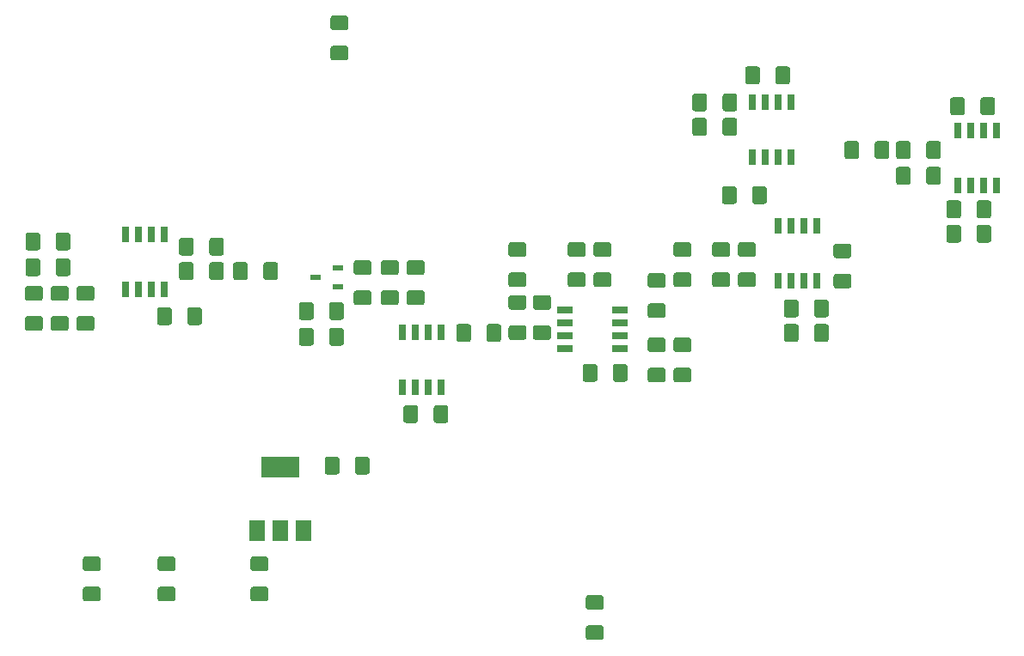
<source format=gtp>
%TF.GenerationSoftware,KiCad,Pcbnew,(5.1.0)-1*%
%TF.CreationDate,2022-07-09T20:49:55+03:00*%
%TF.ProjectId,octaver,6f637461-7665-4722-9e6b-696361645f70,rev?*%
%TF.SameCoordinates,Original*%
%TF.FileFunction,Paste,Top*%
%TF.FilePolarity,Positive*%
%FSLAX46Y46*%
G04 Gerber Fmt 4.6, Leading zero omitted, Abs format (unit mm)*
G04 Created by KiCad (PCBNEW (5.1.0)-1) date 2022-07-09 20:49:55*
%MOMM*%
%LPD*%
G04 APERTURE LIST*
%ADD10R,0.650000X1.525000*%
%ADD11R,1.525000X0.650000*%
%ADD12R,1.500000X2.000000*%
%ADD13R,3.800000X2.000000*%
%ADD14R,1.100000X0.600000*%
%ADD15C,0.100000*%
%ADD16C,1.425000*%
G04 APERTURE END LIST*
D10*
%TO.C,U2*%
X184861200Y-95763800D03*
X186131200Y-95763800D03*
X187401200Y-95763800D03*
X188671200Y-95763800D03*
X188671200Y-101187800D03*
X187401200Y-101187800D03*
X186131200Y-101187800D03*
X184861200Y-101187800D03*
%TD*%
%TO.C,U9*%
X164592000Y-98343000D03*
X165862000Y-98343000D03*
X167132000Y-98343000D03*
X168402000Y-98343000D03*
X168402000Y-92919000D03*
X167132000Y-92919000D03*
X165862000Y-92919000D03*
X164592000Y-92919000D03*
%TD*%
%TO.C,U5*%
X170942000Y-110535000D03*
X169672000Y-110535000D03*
X168402000Y-110535000D03*
X167132000Y-110535000D03*
X167132000Y-105111000D03*
X168402000Y-105111000D03*
X169672000Y-105111000D03*
X170942000Y-105111000D03*
%TD*%
D11*
%TO.C,U4*%
X146182800Y-113461800D03*
X146182800Y-114731800D03*
X146182800Y-116001800D03*
X146182800Y-117271800D03*
X151606800Y-117271800D03*
X151606800Y-116001800D03*
X151606800Y-114731800D03*
X151606800Y-113461800D03*
%TD*%
D10*
%TO.C,U3*%
X106680000Y-106000000D03*
X105410000Y-106000000D03*
X104140000Y-106000000D03*
X102870000Y-106000000D03*
X102870000Y-111424000D03*
X104140000Y-111424000D03*
X105410000Y-111424000D03*
X106680000Y-111424000D03*
%TD*%
%TO.C,U1*%
X133985000Y-115652000D03*
X132715000Y-115652000D03*
X131445000Y-115652000D03*
X130175000Y-115652000D03*
X130175000Y-121076000D03*
X131445000Y-121076000D03*
X132715000Y-121076000D03*
X133985000Y-121076000D03*
%TD*%
D12*
%TO.C,U6*%
X115810000Y-135230000D03*
X120410000Y-135230000D03*
X118110000Y-135230000D03*
D13*
X118110000Y-128930000D03*
%TD*%
D14*
%TO.C,IC2*%
X121582000Y-110236000D03*
X123782000Y-109286000D03*
X123782000Y-111186000D03*
%TD*%
D15*
%TO.C,C2*%
G36*
X132094504Y-111520204D02*
G01*
X132118773Y-111523804D01*
X132142571Y-111529765D01*
X132165671Y-111538030D01*
X132187849Y-111548520D01*
X132208893Y-111561133D01*
X132228598Y-111575747D01*
X132246777Y-111592223D01*
X132263253Y-111610402D01*
X132277867Y-111630107D01*
X132290480Y-111651151D01*
X132300970Y-111673329D01*
X132309235Y-111696429D01*
X132315196Y-111720227D01*
X132318796Y-111744496D01*
X132320000Y-111769000D01*
X132320000Y-112694000D01*
X132318796Y-112718504D01*
X132315196Y-112742773D01*
X132309235Y-112766571D01*
X132300970Y-112789671D01*
X132290480Y-112811849D01*
X132277867Y-112832893D01*
X132263253Y-112852598D01*
X132246777Y-112870777D01*
X132228598Y-112887253D01*
X132208893Y-112901867D01*
X132187849Y-112914480D01*
X132165671Y-112924970D01*
X132142571Y-112933235D01*
X132118773Y-112939196D01*
X132094504Y-112942796D01*
X132070000Y-112944000D01*
X130820000Y-112944000D01*
X130795496Y-112942796D01*
X130771227Y-112939196D01*
X130747429Y-112933235D01*
X130724329Y-112924970D01*
X130702151Y-112914480D01*
X130681107Y-112901867D01*
X130661402Y-112887253D01*
X130643223Y-112870777D01*
X130626747Y-112852598D01*
X130612133Y-112832893D01*
X130599520Y-112811849D01*
X130589030Y-112789671D01*
X130580765Y-112766571D01*
X130574804Y-112742773D01*
X130571204Y-112718504D01*
X130570000Y-112694000D01*
X130570000Y-111769000D01*
X130571204Y-111744496D01*
X130574804Y-111720227D01*
X130580765Y-111696429D01*
X130589030Y-111673329D01*
X130599520Y-111651151D01*
X130612133Y-111630107D01*
X130626747Y-111610402D01*
X130643223Y-111592223D01*
X130661402Y-111575747D01*
X130681107Y-111561133D01*
X130702151Y-111548520D01*
X130724329Y-111538030D01*
X130747429Y-111529765D01*
X130771227Y-111523804D01*
X130795496Y-111520204D01*
X130820000Y-111519000D01*
X132070000Y-111519000D01*
X132094504Y-111520204D01*
X132094504Y-111520204D01*
G37*
D16*
X131445000Y-112231500D03*
D15*
G36*
X132094504Y-108545204D02*
G01*
X132118773Y-108548804D01*
X132142571Y-108554765D01*
X132165671Y-108563030D01*
X132187849Y-108573520D01*
X132208893Y-108586133D01*
X132228598Y-108600747D01*
X132246777Y-108617223D01*
X132263253Y-108635402D01*
X132277867Y-108655107D01*
X132290480Y-108676151D01*
X132300970Y-108698329D01*
X132309235Y-108721429D01*
X132315196Y-108745227D01*
X132318796Y-108769496D01*
X132320000Y-108794000D01*
X132320000Y-109719000D01*
X132318796Y-109743504D01*
X132315196Y-109767773D01*
X132309235Y-109791571D01*
X132300970Y-109814671D01*
X132290480Y-109836849D01*
X132277867Y-109857893D01*
X132263253Y-109877598D01*
X132246777Y-109895777D01*
X132228598Y-109912253D01*
X132208893Y-109926867D01*
X132187849Y-109939480D01*
X132165671Y-109949970D01*
X132142571Y-109958235D01*
X132118773Y-109964196D01*
X132094504Y-109967796D01*
X132070000Y-109969000D01*
X130820000Y-109969000D01*
X130795496Y-109967796D01*
X130771227Y-109964196D01*
X130747429Y-109958235D01*
X130724329Y-109949970D01*
X130702151Y-109939480D01*
X130681107Y-109926867D01*
X130661402Y-109912253D01*
X130643223Y-109895777D01*
X130626747Y-109877598D01*
X130612133Y-109857893D01*
X130599520Y-109836849D01*
X130589030Y-109814671D01*
X130580765Y-109791571D01*
X130574804Y-109767773D01*
X130571204Y-109743504D01*
X130570000Y-109719000D01*
X130570000Y-108794000D01*
X130571204Y-108769496D01*
X130574804Y-108745227D01*
X130580765Y-108721429D01*
X130589030Y-108698329D01*
X130599520Y-108676151D01*
X130612133Y-108655107D01*
X130626747Y-108635402D01*
X130643223Y-108617223D01*
X130661402Y-108600747D01*
X130681107Y-108586133D01*
X130702151Y-108573520D01*
X130724329Y-108563030D01*
X130747429Y-108554765D01*
X130771227Y-108548804D01*
X130795496Y-108545204D01*
X130820000Y-108544000D01*
X132070000Y-108544000D01*
X132094504Y-108545204D01*
X132094504Y-108545204D01*
G37*
D16*
X131445000Y-109256500D03*
%TD*%
D15*
%TO.C,C3*%
G36*
X114696504Y-108727204D02*
G01*
X114720773Y-108730804D01*
X114744571Y-108736765D01*
X114767671Y-108745030D01*
X114789849Y-108755520D01*
X114810893Y-108768133D01*
X114830598Y-108782747D01*
X114848777Y-108799223D01*
X114865253Y-108817402D01*
X114879867Y-108837107D01*
X114892480Y-108858151D01*
X114902970Y-108880329D01*
X114911235Y-108903429D01*
X114917196Y-108927227D01*
X114920796Y-108951496D01*
X114922000Y-108976000D01*
X114922000Y-110226000D01*
X114920796Y-110250504D01*
X114917196Y-110274773D01*
X114911235Y-110298571D01*
X114902970Y-110321671D01*
X114892480Y-110343849D01*
X114879867Y-110364893D01*
X114865253Y-110384598D01*
X114848777Y-110402777D01*
X114830598Y-110419253D01*
X114810893Y-110433867D01*
X114789849Y-110446480D01*
X114767671Y-110456970D01*
X114744571Y-110465235D01*
X114720773Y-110471196D01*
X114696504Y-110474796D01*
X114672000Y-110476000D01*
X113747000Y-110476000D01*
X113722496Y-110474796D01*
X113698227Y-110471196D01*
X113674429Y-110465235D01*
X113651329Y-110456970D01*
X113629151Y-110446480D01*
X113608107Y-110433867D01*
X113588402Y-110419253D01*
X113570223Y-110402777D01*
X113553747Y-110384598D01*
X113539133Y-110364893D01*
X113526520Y-110343849D01*
X113516030Y-110321671D01*
X113507765Y-110298571D01*
X113501804Y-110274773D01*
X113498204Y-110250504D01*
X113497000Y-110226000D01*
X113497000Y-108976000D01*
X113498204Y-108951496D01*
X113501804Y-108927227D01*
X113507765Y-108903429D01*
X113516030Y-108880329D01*
X113526520Y-108858151D01*
X113539133Y-108837107D01*
X113553747Y-108817402D01*
X113570223Y-108799223D01*
X113588402Y-108782747D01*
X113608107Y-108768133D01*
X113629151Y-108755520D01*
X113651329Y-108745030D01*
X113674429Y-108736765D01*
X113698227Y-108730804D01*
X113722496Y-108727204D01*
X113747000Y-108726000D01*
X114672000Y-108726000D01*
X114696504Y-108727204D01*
X114696504Y-108727204D01*
G37*
D16*
X114209500Y-109601000D03*
D15*
G36*
X117671504Y-108727204D02*
G01*
X117695773Y-108730804D01*
X117719571Y-108736765D01*
X117742671Y-108745030D01*
X117764849Y-108755520D01*
X117785893Y-108768133D01*
X117805598Y-108782747D01*
X117823777Y-108799223D01*
X117840253Y-108817402D01*
X117854867Y-108837107D01*
X117867480Y-108858151D01*
X117877970Y-108880329D01*
X117886235Y-108903429D01*
X117892196Y-108927227D01*
X117895796Y-108951496D01*
X117897000Y-108976000D01*
X117897000Y-110226000D01*
X117895796Y-110250504D01*
X117892196Y-110274773D01*
X117886235Y-110298571D01*
X117877970Y-110321671D01*
X117867480Y-110343849D01*
X117854867Y-110364893D01*
X117840253Y-110384598D01*
X117823777Y-110402777D01*
X117805598Y-110419253D01*
X117785893Y-110433867D01*
X117764849Y-110446480D01*
X117742671Y-110456970D01*
X117719571Y-110465235D01*
X117695773Y-110471196D01*
X117671504Y-110474796D01*
X117647000Y-110476000D01*
X116722000Y-110476000D01*
X116697496Y-110474796D01*
X116673227Y-110471196D01*
X116649429Y-110465235D01*
X116626329Y-110456970D01*
X116604151Y-110446480D01*
X116583107Y-110433867D01*
X116563402Y-110419253D01*
X116545223Y-110402777D01*
X116528747Y-110384598D01*
X116514133Y-110364893D01*
X116501520Y-110343849D01*
X116491030Y-110321671D01*
X116482765Y-110298571D01*
X116476804Y-110274773D01*
X116473204Y-110250504D01*
X116472000Y-110226000D01*
X116472000Y-108976000D01*
X116473204Y-108951496D01*
X116476804Y-108927227D01*
X116482765Y-108903429D01*
X116491030Y-108880329D01*
X116501520Y-108858151D01*
X116514133Y-108837107D01*
X116528747Y-108817402D01*
X116545223Y-108799223D01*
X116563402Y-108782747D01*
X116583107Y-108768133D01*
X116604151Y-108755520D01*
X116626329Y-108745030D01*
X116649429Y-108736765D01*
X116673227Y-108730804D01*
X116697496Y-108727204D01*
X116722000Y-108726000D01*
X117647000Y-108726000D01*
X117671504Y-108727204D01*
X117671504Y-108727204D01*
G37*
D16*
X117184500Y-109601000D03*
%TD*%
D15*
%TO.C,C4*%
G36*
X187902504Y-102631204D02*
G01*
X187926773Y-102634804D01*
X187950571Y-102640765D01*
X187973671Y-102649030D01*
X187995849Y-102659520D01*
X188016893Y-102672133D01*
X188036598Y-102686747D01*
X188054777Y-102703223D01*
X188071253Y-102721402D01*
X188085867Y-102741107D01*
X188098480Y-102762151D01*
X188108970Y-102784329D01*
X188117235Y-102807429D01*
X188123196Y-102831227D01*
X188126796Y-102855496D01*
X188128000Y-102880000D01*
X188128000Y-104130000D01*
X188126796Y-104154504D01*
X188123196Y-104178773D01*
X188117235Y-104202571D01*
X188108970Y-104225671D01*
X188098480Y-104247849D01*
X188085867Y-104268893D01*
X188071253Y-104288598D01*
X188054777Y-104306777D01*
X188036598Y-104323253D01*
X188016893Y-104337867D01*
X187995849Y-104350480D01*
X187973671Y-104360970D01*
X187950571Y-104369235D01*
X187926773Y-104375196D01*
X187902504Y-104378796D01*
X187878000Y-104380000D01*
X186953000Y-104380000D01*
X186928496Y-104378796D01*
X186904227Y-104375196D01*
X186880429Y-104369235D01*
X186857329Y-104360970D01*
X186835151Y-104350480D01*
X186814107Y-104337867D01*
X186794402Y-104323253D01*
X186776223Y-104306777D01*
X186759747Y-104288598D01*
X186745133Y-104268893D01*
X186732520Y-104247849D01*
X186722030Y-104225671D01*
X186713765Y-104202571D01*
X186707804Y-104178773D01*
X186704204Y-104154504D01*
X186703000Y-104130000D01*
X186703000Y-102880000D01*
X186704204Y-102855496D01*
X186707804Y-102831227D01*
X186713765Y-102807429D01*
X186722030Y-102784329D01*
X186732520Y-102762151D01*
X186745133Y-102741107D01*
X186759747Y-102721402D01*
X186776223Y-102703223D01*
X186794402Y-102686747D01*
X186814107Y-102672133D01*
X186835151Y-102659520D01*
X186857329Y-102649030D01*
X186880429Y-102640765D01*
X186904227Y-102634804D01*
X186928496Y-102631204D01*
X186953000Y-102630000D01*
X187878000Y-102630000D01*
X187902504Y-102631204D01*
X187902504Y-102631204D01*
G37*
D16*
X187415500Y-103505000D03*
D15*
G36*
X184927504Y-102631204D02*
G01*
X184951773Y-102634804D01*
X184975571Y-102640765D01*
X184998671Y-102649030D01*
X185020849Y-102659520D01*
X185041893Y-102672133D01*
X185061598Y-102686747D01*
X185079777Y-102703223D01*
X185096253Y-102721402D01*
X185110867Y-102741107D01*
X185123480Y-102762151D01*
X185133970Y-102784329D01*
X185142235Y-102807429D01*
X185148196Y-102831227D01*
X185151796Y-102855496D01*
X185153000Y-102880000D01*
X185153000Y-104130000D01*
X185151796Y-104154504D01*
X185148196Y-104178773D01*
X185142235Y-104202571D01*
X185133970Y-104225671D01*
X185123480Y-104247849D01*
X185110867Y-104268893D01*
X185096253Y-104288598D01*
X185079777Y-104306777D01*
X185061598Y-104323253D01*
X185041893Y-104337867D01*
X185020849Y-104350480D01*
X184998671Y-104360970D01*
X184975571Y-104369235D01*
X184951773Y-104375196D01*
X184927504Y-104378796D01*
X184903000Y-104380000D01*
X183978000Y-104380000D01*
X183953496Y-104378796D01*
X183929227Y-104375196D01*
X183905429Y-104369235D01*
X183882329Y-104360970D01*
X183860151Y-104350480D01*
X183839107Y-104337867D01*
X183819402Y-104323253D01*
X183801223Y-104306777D01*
X183784747Y-104288598D01*
X183770133Y-104268893D01*
X183757520Y-104247849D01*
X183747030Y-104225671D01*
X183738765Y-104202571D01*
X183732804Y-104178773D01*
X183729204Y-104154504D01*
X183728000Y-104130000D01*
X183728000Y-102880000D01*
X183729204Y-102855496D01*
X183732804Y-102831227D01*
X183738765Y-102807429D01*
X183747030Y-102784329D01*
X183757520Y-102762151D01*
X183770133Y-102741107D01*
X183784747Y-102721402D01*
X183801223Y-102703223D01*
X183819402Y-102686747D01*
X183839107Y-102672133D01*
X183860151Y-102659520D01*
X183882329Y-102649030D01*
X183905429Y-102640765D01*
X183929227Y-102634804D01*
X183953496Y-102631204D01*
X183978000Y-102630000D01*
X184903000Y-102630000D01*
X184927504Y-102631204D01*
X184927504Y-102631204D01*
G37*
D16*
X184440500Y-103505000D03*
%TD*%
D15*
%TO.C,C5*%
G36*
X97224504Y-105806204D02*
G01*
X97248773Y-105809804D01*
X97272571Y-105815765D01*
X97295671Y-105824030D01*
X97317849Y-105834520D01*
X97338893Y-105847133D01*
X97358598Y-105861747D01*
X97376777Y-105878223D01*
X97393253Y-105896402D01*
X97407867Y-105916107D01*
X97420480Y-105937151D01*
X97430970Y-105959329D01*
X97439235Y-105982429D01*
X97445196Y-106006227D01*
X97448796Y-106030496D01*
X97450000Y-106055000D01*
X97450000Y-107305000D01*
X97448796Y-107329504D01*
X97445196Y-107353773D01*
X97439235Y-107377571D01*
X97430970Y-107400671D01*
X97420480Y-107422849D01*
X97407867Y-107443893D01*
X97393253Y-107463598D01*
X97376777Y-107481777D01*
X97358598Y-107498253D01*
X97338893Y-107512867D01*
X97317849Y-107525480D01*
X97295671Y-107535970D01*
X97272571Y-107544235D01*
X97248773Y-107550196D01*
X97224504Y-107553796D01*
X97200000Y-107555000D01*
X96275000Y-107555000D01*
X96250496Y-107553796D01*
X96226227Y-107550196D01*
X96202429Y-107544235D01*
X96179329Y-107535970D01*
X96157151Y-107525480D01*
X96136107Y-107512867D01*
X96116402Y-107498253D01*
X96098223Y-107481777D01*
X96081747Y-107463598D01*
X96067133Y-107443893D01*
X96054520Y-107422849D01*
X96044030Y-107400671D01*
X96035765Y-107377571D01*
X96029804Y-107353773D01*
X96026204Y-107329504D01*
X96025000Y-107305000D01*
X96025000Y-106055000D01*
X96026204Y-106030496D01*
X96029804Y-106006227D01*
X96035765Y-105982429D01*
X96044030Y-105959329D01*
X96054520Y-105937151D01*
X96067133Y-105916107D01*
X96081747Y-105896402D01*
X96098223Y-105878223D01*
X96116402Y-105861747D01*
X96136107Y-105847133D01*
X96157151Y-105834520D01*
X96179329Y-105824030D01*
X96202429Y-105815765D01*
X96226227Y-105809804D01*
X96250496Y-105806204D01*
X96275000Y-105805000D01*
X97200000Y-105805000D01*
X97224504Y-105806204D01*
X97224504Y-105806204D01*
G37*
D16*
X96737500Y-106680000D03*
D15*
G36*
X94249504Y-105806204D02*
G01*
X94273773Y-105809804D01*
X94297571Y-105815765D01*
X94320671Y-105824030D01*
X94342849Y-105834520D01*
X94363893Y-105847133D01*
X94383598Y-105861747D01*
X94401777Y-105878223D01*
X94418253Y-105896402D01*
X94432867Y-105916107D01*
X94445480Y-105937151D01*
X94455970Y-105959329D01*
X94464235Y-105982429D01*
X94470196Y-106006227D01*
X94473796Y-106030496D01*
X94475000Y-106055000D01*
X94475000Y-107305000D01*
X94473796Y-107329504D01*
X94470196Y-107353773D01*
X94464235Y-107377571D01*
X94455970Y-107400671D01*
X94445480Y-107422849D01*
X94432867Y-107443893D01*
X94418253Y-107463598D01*
X94401777Y-107481777D01*
X94383598Y-107498253D01*
X94363893Y-107512867D01*
X94342849Y-107525480D01*
X94320671Y-107535970D01*
X94297571Y-107544235D01*
X94273773Y-107550196D01*
X94249504Y-107553796D01*
X94225000Y-107555000D01*
X93300000Y-107555000D01*
X93275496Y-107553796D01*
X93251227Y-107550196D01*
X93227429Y-107544235D01*
X93204329Y-107535970D01*
X93182151Y-107525480D01*
X93161107Y-107512867D01*
X93141402Y-107498253D01*
X93123223Y-107481777D01*
X93106747Y-107463598D01*
X93092133Y-107443893D01*
X93079520Y-107422849D01*
X93069030Y-107400671D01*
X93060765Y-107377571D01*
X93054804Y-107353773D01*
X93051204Y-107329504D01*
X93050000Y-107305000D01*
X93050000Y-106055000D01*
X93051204Y-106030496D01*
X93054804Y-106006227D01*
X93060765Y-105982429D01*
X93069030Y-105959329D01*
X93079520Y-105937151D01*
X93092133Y-105916107D01*
X93106747Y-105896402D01*
X93123223Y-105878223D01*
X93141402Y-105861747D01*
X93161107Y-105847133D01*
X93182151Y-105834520D01*
X93204329Y-105824030D01*
X93227429Y-105815765D01*
X93251227Y-105809804D01*
X93275496Y-105806204D01*
X93300000Y-105805000D01*
X94225000Y-105805000D01*
X94249504Y-105806204D01*
X94249504Y-105806204D01*
G37*
D16*
X93762500Y-106680000D03*
%TD*%
D15*
%TO.C,C6*%
G36*
X97042504Y-114060204D02*
G01*
X97066773Y-114063804D01*
X97090571Y-114069765D01*
X97113671Y-114078030D01*
X97135849Y-114088520D01*
X97156893Y-114101133D01*
X97176598Y-114115747D01*
X97194777Y-114132223D01*
X97211253Y-114150402D01*
X97225867Y-114170107D01*
X97238480Y-114191151D01*
X97248970Y-114213329D01*
X97257235Y-114236429D01*
X97263196Y-114260227D01*
X97266796Y-114284496D01*
X97268000Y-114309000D01*
X97268000Y-115234000D01*
X97266796Y-115258504D01*
X97263196Y-115282773D01*
X97257235Y-115306571D01*
X97248970Y-115329671D01*
X97238480Y-115351849D01*
X97225867Y-115372893D01*
X97211253Y-115392598D01*
X97194777Y-115410777D01*
X97176598Y-115427253D01*
X97156893Y-115441867D01*
X97135849Y-115454480D01*
X97113671Y-115464970D01*
X97090571Y-115473235D01*
X97066773Y-115479196D01*
X97042504Y-115482796D01*
X97018000Y-115484000D01*
X95768000Y-115484000D01*
X95743496Y-115482796D01*
X95719227Y-115479196D01*
X95695429Y-115473235D01*
X95672329Y-115464970D01*
X95650151Y-115454480D01*
X95629107Y-115441867D01*
X95609402Y-115427253D01*
X95591223Y-115410777D01*
X95574747Y-115392598D01*
X95560133Y-115372893D01*
X95547520Y-115351849D01*
X95537030Y-115329671D01*
X95528765Y-115306571D01*
X95522804Y-115282773D01*
X95519204Y-115258504D01*
X95518000Y-115234000D01*
X95518000Y-114309000D01*
X95519204Y-114284496D01*
X95522804Y-114260227D01*
X95528765Y-114236429D01*
X95537030Y-114213329D01*
X95547520Y-114191151D01*
X95560133Y-114170107D01*
X95574747Y-114150402D01*
X95591223Y-114132223D01*
X95609402Y-114115747D01*
X95629107Y-114101133D01*
X95650151Y-114088520D01*
X95672329Y-114078030D01*
X95695429Y-114069765D01*
X95719227Y-114063804D01*
X95743496Y-114060204D01*
X95768000Y-114059000D01*
X97018000Y-114059000D01*
X97042504Y-114060204D01*
X97042504Y-114060204D01*
G37*
D16*
X96393000Y-114771500D03*
D15*
G36*
X97042504Y-111085204D02*
G01*
X97066773Y-111088804D01*
X97090571Y-111094765D01*
X97113671Y-111103030D01*
X97135849Y-111113520D01*
X97156893Y-111126133D01*
X97176598Y-111140747D01*
X97194777Y-111157223D01*
X97211253Y-111175402D01*
X97225867Y-111195107D01*
X97238480Y-111216151D01*
X97248970Y-111238329D01*
X97257235Y-111261429D01*
X97263196Y-111285227D01*
X97266796Y-111309496D01*
X97268000Y-111334000D01*
X97268000Y-112259000D01*
X97266796Y-112283504D01*
X97263196Y-112307773D01*
X97257235Y-112331571D01*
X97248970Y-112354671D01*
X97238480Y-112376849D01*
X97225867Y-112397893D01*
X97211253Y-112417598D01*
X97194777Y-112435777D01*
X97176598Y-112452253D01*
X97156893Y-112466867D01*
X97135849Y-112479480D01*
X97113671Y-112489970D01*
X97090571Y-112498235D01*
X97066773Y-112504196D01*
X97042504Y-112507796D01*
X97018000Y-112509000D01*
X95768000Y-112509000D01*
X95743496Y-112507796D01*
X95719227Y-112504196D01*
X95695429Y-112498235D01*
X95672329Y-112489970D01*
X95650151Y-112479480D01*
X95629107Y-112466867D01*
X95609402Y-112452253D01*
X95591223Y-112435777D01*
X95574747Y-112417598D01*
X95560133Y-112397893D01*
X95547520Y-112376849D01*
X95537030Y-112354671D01*
X95528765Y-112331571D01*
X95522804Y-112307773D01*
X95519204Y-112283504D01*
X95518000Y-112259000D01*
X95518000Y-111334000D01*
X95519204Y-111309496D01*
X95522804Y-111285227D01*
X95528765Y-111261429D01*
X95537030Y-111238329D01*
X95547520Y-111216151D01*
X95560133Y-111195107D01*
X95574747Y-111175402D01*
X95591223Y-111157223D01*
X95609402Y-111140747D01*
X95629107Y-111126133D01*
X95650151Y-111113520D01*
X95672329Y-111103030D01*
X95695429Y-111094765D01*
X95719227Y-111088804D01*
X95743496Y-111085204D01*
X95768000Y-111084000D01*
X97018000Y-111084000D01*
X97042504Y-111085204D01*
X97042504Y-111085204D01*
G37*
D16*
X96393000Y-111796500D03*
%TD*%
D15*
%TO.C,C7*%
G36*
X142127504Y-114949204D02*
G01*
X142151773Y-114952804D01*
X142175571Y-114958765D01*
X142198671Y-114967030D01*
X142220849Y-114977520D01*
X142241893Y-114990133D01*
X142261598Y-115004747D01*
X142279777Y-115021223D01*
X142296253Y-115039402D01*
X142310867Y-115059107D01*
X142323480Y-115080151D01*
X142333970Y-115102329D01*
X142342235Y-115125429D01*
X142348196Y-115149227D01*
X142351796Y-115173496D01*
X142353000Y-115198000D01*
X142353000Y-116123000D01*
X142351796Y-116147504D01*
X142348196Y-116171773D01*
X142342235Y-116195571D01*
X142333970Y-116218671D01*
X142323480Y-116240849D01*
X142310867Y-116261893D01*
X142296253Y-116281598D01*
X142279777Y-116299777D01*
X142261598Y-116316253D01*
X142241893Y-116330867D01*
X142220849Y-116343480D01*
X142198671Y-116353970D01*
X142175571Y-116362235D01*
X142151773Y-116368196D01*
X142127504Y-116371796D01*
X142103000Y-116373000D01*
X140853000Y-116373000D01*
X140828496Y-116371796D01*
X140804227Y-116368196D01*
X140780429Y-116362235D01*
X140757329Y-116353970D01*
X140735151Y-116343480D01*
X140714107Y-116330867D01*
X140694402Y-116316253D01*
X140676223Y-116299777D01*
X140659747Y-116281598D01*
X140645133Y-116261893D01*
X140632520Y-116240849D01*
X140622030Y-116218671D01*
X140613765Y-116195571D01*
X140607804Y-116171773D01*
X140604204Y-116147504D01*
X140603000Y-116123000D01*
X140603000Y-115198000D01*
X140604204Y-115173496D01*
X140607804Y-115149227D01*
X140613765Y-115125429D01*
X140622030Y-115102329D01*
X140632520Y-115080151D01*
X140645133Y-115059107D01*
X140659747Y-115039402D01*
X140676223Y-115021223D01*
X140694402Y-115004747D01*
X140714107Y-114990133D01*
X140735151Y-114977520D01*
X140757329Y-114967030D01*
X140780429Y-114958765D01*
X140804227Y-114952804D01*
X140828496Y-114949204D01*
X140853000Y-114948000D01*
X142103000Y-114948000D01*
X142127504Y-114949204D01*
X142127504Y-114949204D01*
G37*
D16*
X141478000Y-115660500D03*
D15*
G36*
X142127504Y-111974204D02*
G01*
X142151773Y-111977804D01*
X142175571Y-111983765D01*
X142198671Y-111992030D01*
X142220849Y-112002520D01*
X142241893Y-112015133D01*
X142261598Y-112029747D01*
X142279777Y-112046223D01*
X142296253Y-112064402D01*
X142310867Y-112084107D01*
X142323480Y-112105151D01*
X142333970Y-112127329D01*
X142342235Y-112150429D01*
X142348196Y-112174227D01*
X142351796Y-112198496D01*
X142353000Y-112223000D01*
X142353000Y-113148000D01*
X142351796Y-113172504D01*
X142348196Y-113196773D01*
X142342235Y-113220571D01*
X142333970Y-113243671D01*
X142323480Y-113265849D01*
X142310867Y-113286893D01*
X142296253Y-113306598D01*
X142279777Y-113324777D01*
X142261598Y-113341253D01*
X142241893Y-113355867D01*
X142220849Y-113368480D01*
X142198671Y-113378970D01*
X142175571Y-113387235D01*
X142151773Y-113393196D01*
X142127504Y-113396796D01*
X142103000Y-113398000D01*
X140853000Y-113398000D01*
X140828496Y-113396796D01*
X140804227Y-113393196D01*
X140780429Y-113387235D01*
X140757329Y-113378970D01*
X140735151Y-113368480D01*
X140714107Y-113355867D01*
X140694402Y-113341253D01*
X140676223Y-113324777D01*
X140659747Y-113306598D01*
X140645133Y-113286893D01*
X140632520Y-113265849D01*
X140622030Y-113243671D01*
X140613765Y-113220571D01*
X140607804Y-113196773D01*
X140604204Y-113172504D01*
X140603000Y-113148000D01*
X140603000Y-112223000D01*
X140604204Y-112198496D01*
X140607804Y-112174227D01*
X140613765Y-112150429D01*
X140622030Y-112127329D01*
X140632520Y-112105151D01*
X140645133Y-112084107D01*
X140659747Y-112064402D01*
X140676223Y-112046223D01*
X140694402Y-112029747D01*
X140714107Y-112015133D01*
X140735151Y-112002520D01*
X140757329Y-111992030D01*
X140780429Y-111983765D01*
X140804227Y-111977804D01*
X140828496Y-111974204D01*
X140853000Y-111973000D01*
X142103000Y-111973000D01*
X142127504Y-111974204D01*
X142127504Y-111974204D01*
G37*
D16*
X141478000Y-112685500D03*
%TD*%
D15*
%TO.C,C8*%
G36*
X158383504Y-116165204D02*
G01*
X158407773Y-116168804D01*
X158431571Y-116174765D01*
X158454671Y-116183030D01*
X158476849Y-116193520D01*
X158497893Y-116206133D01*
X158517598Y-116220747D01*
X158535777Y-116237223D01*
X158552253Y-116255402D01*
X158566867Y-116275107D01*
X158579480Y-116296151D01*
X158589970Y-116318329D01*
X158598235Y-116341429D01*
X158604196Y-116365227D01*
X158607796Y-116389496D01*
X158609000Y-116414000D01*
X158609000Y-117339000D01*
X158607796Y-117363504D01*
X158604196Y-117387773D01*
X158598235Y-117411571D01*
X158589970Y-117434671D01*
X158579480Y-117456849D01*
X158566867Y-117477893D01*
X158552253Y-117497598D01*
X158535777Y-117515777D01*
X158517598Y-117532253D01*
X158497893Y-117546867D01*
X158476849Y-117559480D01*
X158454671Y-117569970D01*
X158431571Y-117578235D01*
X158407773Y-117584196D01*
X158383504Y-117587796D01*
X158359000Y-117589000D01*
X157109000Y-117589000D01*
X157084496Y-117587796D01*
X157060227Y-117584196D01*
X157036429Y-117578235D01*
X157013329Y-117569970D01*
X156991151Y-117559480D01*
X156970107Y-117546867D01*
X156950402Y-117532253D01*
X156932223Y-117515777D01*
X156915747Y-117497598D01*
X156901133Y-117477893D01*
X156888520Y-117456849D01*
X156878030Y-117434671D01*
X156869765Y-117411571D01*
X156863804Y-117387773D01*
X156860204Y-117363504D01*
X156859000Y-117339000D01*
X156859000Y-116414000D01*
X156860204Y-116389496D01*
X156863804Y-116365227D01*
X156869765Y-116341429D01*
X156878030Y-116318329D01*
X156888520Y-116296151D01*
X156901133Y-116275107D01*
X156915747Y-116255402D01*
X156932223Y-116237223D01*
X156950402Y-116220747D01*
X156970107Y-116206133D01*
X156991151Y-116193520D01*
X157013329Y-116183030D01*
X157036429Y-116174765D01*
X157060227Y-116168804D01*
X157084496Y-116165204D01*
X157109000Y-116164000D01*
X158359000Y-116164000D01*
X158383504Y-116165204D01*
X158383504Y-116165204D01*
G37*
D16*
X157734000Y-116876500D03*
D15*
G36*
X158383504Y-119140204D02*
G01*
X158407773Y-119143804D01*
X158431571Y-119149765D01*
X158454671Y-119158030D01*
X158476849Y-119168520D01*
X158497893Y-119181133D01*
X158517598Y-119195747D01*
X158535777Y-119212223D01*
X158552253Y-119230402D01*
X158566867Y-119250107D01*
X158579480Y-119271151D01*
X158589970Y-119293329D01*
X158598235Y-119316429D01*
X158604196Y-119340227D01*
X158607796Y-119364496D01*
X158609000Y-119389000D01*
X158609000Y-120314000D01*
X158607796Y-120338504D01*
X158604196Y-120362773D01*
X158598235Y-120386571D01*
X158589970Y-120409671D01*
X158579480Y-120431849D01*
X158566867Y-120452893D01*
X158552253Y-120472598D01*
X158535777Y-120490777D01*
X158517598Y-120507253D01*
X158497893Y-120521867D01*
X158476849Y-120534480D01*
X158454671Y-120544970D01*
X158431571Y-120553235D01*
X158407773Y-120559196D01*
X158383504Y-120562796D01*
X158359000Y-120564000D01*
X157109000Y-120564000D01*
X157084496Y-120562796D01*
X157060227Y-120559196D01*
X157036429Y-120553235D01*
X157013329Y-120544970D01*
X156991151Y-120534480D01*
X156970107Y-120521867D01*
X156950402Y-120507253D01*
X156932223Y-120490777D01*
X156915747Y-120472598D01*
X156901133Y-120452893D01*
X156888520Y-120431849D01*
X156878030Y-120409671D01*
X156869765Y-120386571D01*
X156863804Y-120362773D01*
X156860204Y-120338504D01*
X156859000Y-120314000D01*
X156859000Y-119389000D01*
X156860204Y-119364496D01*
X156863804Y-119340227D01*
X156869765Y-119316429D01*
X156878030Y-119293329D01*
X156888520Y-119271151D01*
X156901133Y-119250107D01*
X156915747Y-119230402D01*
X156932223Y-119212223D01*
X156950402Y-119195747D01*
X156970107Y-119181133D01*
X156991151Y-119168520D01*
X157013329Y-119158030D01*
X157036429Y-119149765D01*
X157060227Y-119143804D01*
X157084496Y-119140204D01*
X157109000Y-119139000D01*
X158359000Y-119139000D01*
X158383504Y-119140204D01*
X158383504Y-119140204D01*
G37*
D16*
X157734000Y-119851500D03*
%TD*%
D15*
%TO.C,C9*%
G36*
X162883504Y-94503204D02*
G01*
X162907773Y-94506804D01*
X162931571Y-94512765D01*
X162954671Y-94521030D01*
X162976849Y-94531520D01*
X162997893Y-94544133D01*
X163017598Y-94558747D01*
X163035777Y-94575223D01*
X163052253Y-94593402D01*
X163066867Y-94613107D01*
X163079480Y-94634151D01*
X163089970Y-94656329D01*
X163098235Y-94679429D01*
X163104196Y-94703227D01*
X163107796Y-94727496D01*
X163109000Y-94752000D01*
X163109000Y-96002000D01*
X163107796Y-96026504D01*
X163104196Y-96050773D01*
X163098235Y-96074571D01*
X163089970Y-96097671D01*
X163079480Y-96119849D01*
X163066867Y-96140893D01*
X163052253Y-96160598D01*
X163035777Y-96178777D01*
X163017598Y-96195253D01*
X162997893Y-96209867D01*
X162976849Y-96222480D01*
X162954671Y-96232970D01*
X162931571Y-96241235D01*
X162907773Y-96247196D01*
X162883504Y-96250796D01*
X162859000Y-96252000D01*
X161934000Y-96252000D01*
X161909496Y-96250796D01*
X161885227Y-96247196D01*
X161861429Y-96241235D01*
X161838329Y-96232970D01*
X161816151Y-96222480D01*
X161795107Y-96209867D01*
X161775402Y-96195253D01*
X161757223Y-96178777D01*
X161740747Y-96160598D01*
X161726133Y-96140893D01*
X161713520Y-96119849D01*
X161703030Y-96097671D01*
X161694765Y-96074571D01*
X161688804Y-96050773D01*
X161685204Y-96026504D01*
X161684000Y-96002000D01*
X161684000Y-94752000D01*
X161685204Y-94727496D01*
X161688804Y-94703227D01*
X161694765Y-94679429D01*
X161703030Y-94656329D01*
X161713520Y-94634151D01*
X161726133Y-94613107D01*
X161740747Y-94593402D01*
X161757223Y-94575223D01*
X161775402Y-94558747D01*
X161795107Y-94544133D01*
X161816151Y-94531520D01*
X161838329Y-94521030D01*
X161861429Y-94512765D01*
X161885227Y-94506804D01*
X161909496Y-94503204D01*
X161934000Y-94502000D01*
X162859000Y-94502000D01*
X162883504Y-94503204D01*
X162883504Y-94503204D01*
G37*
D16*
X162396500Y-95377000D03*
D15*
G36*
X159908504Y-94503204D02*
G01*
X159932773Y-94506804D01*
X159956571Y-94512765D01*
X159979671Y-94521030D01*
X160001849Y-94531520D01*
X160022893Y-94544133D01*
X160042598Y-94558747D01*
X160060777Y-94575223D01*
X160077253Y-94593402D01*
X160091867Y-94613107D01*
X160104480Y-94634151D01*
X160114970Y-94656329D01*
X160123235Y-94679429D01*
X160129196Y-94703227D01*
X160132796Y-94727496D01*
X160134000Y-94752000D01*
X160134000Y-96002000D01*
X160132796Y-96026504D01*
X160129196Y-96050773D01*
X160123235Y-96074571D01*
X160114970Y-96097671D01*
X160104480Y-96119849D01*
X160091867Y-96140893D01*
X160077253Y-96160598D01*
X160060777Y-96178777D01*
X160042598Y-96195253D01*
X160022893Y-96209867D01*
X160001849Y-96222480D01*
X159979671Y-96232970D01*
X159956571Y-96241235D01*
X159932773Y-96247196D01*
X159908504Y-96250796D01*
X159884000Y-96252000D01*
X158959000Y-96252000D01*
X158934496Y-96250796D01*
X158910227Y-96247196D01*
X158886429Y-96241235D01*
X158863329Y-96232970D01*
X158841151Y-96222480D01*
X158820107Y-96209867D01*
X158800402Y-96195253D01*
X158782223Y-96178777D01*
X158765747Y-96160598D01*
X158751133Y-96140893D01*
X158738520Y-96119849D01*
X158728030Y-96097671D01*
X158719765Y-96074571D01*
X158713804Y-96050773D01*
X158710204Y-96026504D01*
X158709000Y-96002000D01*
X158709000Y-94752000D01*
X158710204Y-94727496D01*
X158713804Y-94703227D01*
X158719765Y-94679429D01*
X158728030Y-94656329D01*
X158738520Y-94634151D01*
X158751133Y-94613107D01*
X158765747Y-94593402D01*
X158782223Y-94575223D01*
X158800402Y-94558747D01*
X158820107Y-94544133D01*
X158841151Y-94531520D01*
X158863329Y-94521030D01*
X158886429Y-94512765D01*
X158910227Y-94506804D01*
X158934496Y-94503204D01*
X158959000Y-94502000D01*
X159884000Y-94502000D01*
X159908504Y-94503204D01*
X159908504Y-94503204D01*
G37*
D16*
X159421500Y-95377000D03*
%TD*%
D15*
%TO.C,C10*%
G36*
X174131504Y-106894204D02*
G01*
X174155773Y-106897804D01*
X174179571Y-106903765D01*
X174202671Y-106912030D01*
X174224849Y-106922520D01*
X174245893Y-106935133D01*
X174265598Y-106949747D01*
X174283777Y-106966223D01*
X174300253Y-106984402D01*
X174314867Y-107004107D01*
X174327480Y-107025151D01*
X174337970Y-107047329D01*
X174346235Y-107070429D01*
X174352196Y-107094227D01*
X174355796Y-107118496D01*
X174357000Y-107143000D01*
X174357000Y-108068000D01*
X174355796Y-108092504D01*
X174352196Y-108116773D01*
X174346235Y-108140571D01*
X174337970Y-108163671D01*
X174327480Y-108185849D01*
X174314867Y-108206893D01*
X174300253Y-108226598D01*
X174283777Y-108244777D01*
X174265598Y-108261253D01*
X174245893Y-108275867D01*
X174224849Y-108288480D01*
X174202671Y-108298970D01*
X174179571Y-108307235D01*
X174155773Y-108313196D01*
X174131504Y-108316796D01*
X174107000Y-108318000D01*
X172857000Y-108318000D01*
X172832496Y-108316796D01*
X172808227Y-108313196D01*
X172784429Y-108307235D01*
X172761329Y-108298970D01*
X172739151Y-108288480D01*
X172718107Y-108275867D01*
X172698402Y-108261253D01*
X172680223Y-108244777D01*
X172663747Y-108226598D01*
X172649133Y-108206893D01*
X172636520Y-108185849D01*
X172626030Y-108163671D01*
X172617765Y-108140571D01*
X172611804Y-108116773D01*
X172608204Y-108092504D01*
X172607000Y-108068000D01*
X172607000Y-107143000D01*
X172608204Y-107118496D01*
X172611804Y-107094227D01*
X172617765Y-107070429D01*
X172626030Y-107047329D01*
X172636520Y-107025151D01*
X172649133Y-107004107D01*
X172663747Y-106984402D01*
X172680223Y-106966223D01*
X172698402Y-106949747D01*
X172718107Y-106935133D01*
X172739151Y-106922520D01*
X172761329Y-106912030D01*
X172784429Y-106903765D01*
X172808227Y-106897804D01*
X172832496Y-106894204D01*
X172857000Y-106893000D01*
X174107000Y-106893000D01*
X174131504Y-106894204D01*
X174131504Y-106894204D01*
G37*
D16*
X173482000Y-107605500D03*
D15*
G36*
X174131504Y-109869204D02*
G01*
X174155773Y-109872804D01*
X174179571Y-109878765D01*
X174202671Y-109887030D01*
X174224849Y-109897520D01*
X174245893Y-109910133D01*
X174265598Y-109924747D01*
X174283777Y-109941223D01*
X174300253Y-109959402D01*
X174314867Y-109979107D01*
X174327480Y-110000151D01*
X174337970Y-110022329D01*
X174346235Y-110045429D01*
X174352196Y-110069227D01*
X174355796Y-110093496D01*
X174357000Y-110118000D01*
X174357000Y-111043000D01*
X174355796Y-111067504D01*
X174352196Y-111091773D01*
X174346235Y-111115571D01*
X174337970Y-111138671D01*
X174327480Y-111160849D01*
X174314867Y-111181893D01*
X174300253Y-111201598D01*
X174283777Y-111219777D01*
X174265598Y-111236253D01*
X174245893Y-111250867D01*
X174224849Y-111263480D01*
X174202671Y-111273970D01*
X174179571Y-111282235D01*
X174155773Y-111288196D01*
X174131504Y-111291796D01*
X174107000Y-111293000D01*
X172857000Y-111293000D01*
X172832496Y-111291796D01*
X172808227Y-111288196D01*
X172784429Y-111282235D01*
X172761329Y-111273970D01*
X172739151Y-111263480D01*
X172718107Y-111250867D01*
X172698402Y-111236253D01*
X172680223Y-111219777D01*
X172663747Y-111201598D01*
X172649133Y-111181893D01*
X172636520Y-111160849D01*
X172626030Y-111138671D01*
X172617765Y-111115571D01*
X172611804Y-111091773D01*
X172608204Y-111067504D01*
X172607000Y-111043000D01*
X172607000Y-110118000D01*
X172608204Y-110093496D01*
X172611804Y-110069227D01*
X172617765Y-110045429D01*
X172626030Y-110022329D01*
X172636520Y-110000151D01*
X172649133Y-109979107D01*
X172663747Y-109959402D01*
X172680223Y-109941223D01*
X172698402Y-109924747D01*
X172718107Y-109910133D01*
X172739151Y-109897520D01*
X172761329Y-109887030D01*
X172784429Y-109878765D01*
X172808227Y-109872804D01*
X172832496Y-109869204D01*
X172857000Y-109868000D01*
X174107000Y-109868000D01*
X174131504Y-109869204D01*
X174131504Y-109869204D01*
G37*
D16*
X173482000Y-110580500D03*
%TD*%
D15*
%TO.C,C11*%
G36*
X168925504Y-112410204D02*
G01*
X168949773Y-112413804D01*
X168973571Y-112419765D01*
X168996671Y-112428030D01*
X169018849Y-112438520D01*
X169039893Y-112451133D01*
X169059598Y-112465747D01*
X169077777Y-112482223D01*
X169094253Y-112500402D01*
X169108867Y-112520107D01*
X169121480Y-112541151D01*
X169131970Y-112563329D01*
X169140235Y-112586429D01*
X169146196Y-112610227D01*
X169149796Y-112634496D01*
X169151000Y-112659000D01*
X169151000Y-113909000D01*
X169149796Y-113933504D01*
X169146196Y-113957773D01*
X169140235Y-113981571D01*
X169131970Y-114004671D01*
X169121480Y-114026849D01*
X169108867Y-114047893D01*
X169094253Y-114067598D01*
X169077777Y-114085777D01*
X169059598Y-114102253D01*
X169039893Y-114116867D01*
X169018849Y-114129480D01*
X168996671Y-114139970D01*
X168973571Y-114148235D01*
X168949773Y-114154196D01*
X168925504Y-114157796D01*
X168901000Y-114159000D01*
X167976000Y-114159000D01*
X167951496Y-114157796D01*
X167927227Y-114154196D01*
X167903429Y-114148235D01*
X167880329Y-114139970D01*
X167858151Y-114129480D01*
X167837107Y-114116867D01*
X167817402Y-114102253D01*
X167799223Y-114085777D01*
X167782747Y-114067598D01*
X167768133Y-114047893D01*
X167755520Y-114026849D01*
X167745030Y-114004671D01*
X167736765Y-113981571D01*
X167730804Y-113957773D01*
X167727204Y-113933504D01*
X167726000Y-113909000D01*
X167726000Y-112659000D01*
X167727204Y-112634496D01*
X167730804Y-112610227D01*
X167736765Y-112586429D01*
X167745030Y-112563329D01*
X167755520Y-112541151D01*
X167768133Y-112520107D01*
X167782747Y-112500402D01*
X167799223Y-112482223D01*
X167817402Y-112465747D01*
X167837107Y-112451133D01*
X167858151Y-112438520D01*
X167880329Y-112428030D01*
X167903429Y-112419765D01*
X167927227Y-112413804D01*
X167951496Y-112410204D01*
X167976000Y-112409000D01*
X168901000Y-112409000D01*
X168925504Y-112410204D01*
X168925504Y-112410204D01*
G37*
D16*
X168438500Y-113284000D03*
D15*
G36*
X171900504Y-112410204D02*
G01*
X171924773Y-112413804D01*
X171948571Y-112419765D01*
X171971671Y-112428030D01*
X171993849Y-112438520D01*
X172014893Y-112451133D01*
X172034598Y-112465747D01*
X172052777Y-112482223D01*
X172069253Y-112500402D01*
X172083867Y-112520107D01*
X172096480Y-112541151D01*
X172106970Y-112563329D01*
X172115235Y-112586429D01*
X172121196Y-112610227D01*
X172124796Y-112634496D01*
X172126000Y-112659000D01*
X172126000Y-113909000D01*
X172124796Y-113933504D01*
X172121196Y-113957773D01*
X172115235Y-113981571D01*
X172106970Y-114004671D01*
X172096480Y-114026849D01*
X172083867Y-114047893D01*
X172069253Y-114067598D01*
X172052777Y-114085777D01*
X172034598Y-114102253D01*
X172014893Y-114116867D01*
X171993849Y-114129480D01*
X171971671Y-114139970D01*
X171948571Y-114148235D01*
X171924773Y-114154196D01*
X171900504Y-114157796D01*
X171876000Y-114159000D01*
X170951000Y-114159000D01*
X170926496Y-114157796D01*
X170902227Y-114154196D01*
X170878429Y-114148235D01*
X170855329Y-114139970D01*
X170833151Y-114129480D01*
X170812107Y-114116867D01*
X170792402Y-114102253D01*
X170774223Y-114085777D01*
X170757747Y-114067598D01*
X170743133Y-114047893D01*
X170730520Y-114026849D01*
X170720030Y-114004671D01*
X170711765Y-113981571D01*
X170705804Y-113957773D01*
X170702204Y-113933504D01*
X170701000Y-113909000D01*
X170701000Y-112659000D01*
X170702204Y-112634496D01*
X170705804Y-112610227D01*
X170711765Y-112586429D01*
X170720030Y-112563329D01*
X170730520Y-112541151D01*
X170743133Y-112520107D01*
X170757747Y-112500402D01*
X170774223Y-112482223D01*
X170792402Y-112465747D01*
X170812107Y-112451133D01*
X170833151Y-112438520D01*
X170855329Y-112428030D01*
X170878429Y-112419765D01*
X170902227Y-112413804D01*
X170926496Y-112410204D01*
X170951000Y-112409000D01*
X171876000Y-112409000D01*
X171900504Y-112410204D01*
X171900504Y-112410204D01*
G37*
D16*
X171413500Y-113284000D03*
%TD*%
D15*
%TO.C,C13*%
G36*
X107203504Y-113172204D02*
G01*
X107227773Y-113175804D01*
X107251571Y-113181765D01*
X107274671Y-113190030D01*
X107296849Y-113200520D01*
X107317893Y-113213133D01*
X107337598Y-113227747D01*
X107355777Y-113244223D01*
X107372253Y-113262402D01*
X107386867Y-113282107D01*
X107399480Y-113303151D01*
X107409970Y-113325329D01*
X107418235Y-113348429D01*
X107424196Y-113372227D01*
X107427796Y-113396496D01*
X107429000Y-113421000D01*
X107429000Y-114671000D01*
X107427796Y-114695504D01*
X107424196Y-114719773D01*
X107418235Y-114743571D01*
X107409970Y-114766671D01*
X107399480Y-114788849D01*
X107386867Y-114809893D01*
X107372253Y-114829598D01*
X107355777Y-114847777D01*
X107337598Y-114864253D01*
X107317893Y-114878867D01*
X107296849Y-114891480D01*
X107274671Y-114901970D01*
X107251571Y-114910235D01*
X107227773Y-114916196D01*
X107203504Y-114919796D01*
X107179000Y-114921000D01*
X106254000Y-114921000D01*
X106229496Y-114919796D01*
X106205227Y-114916196D01*
X106181429Y-114910235D01*
X106158329Y-114901970D01*
X106136151Y-114891480D01*
X106115107Y-114878867D01*
X106095402Y-114864253D01*
X106077223Y-114847777D01*
X106060747Y-114829598D01*
X106046133Y-114809893D01*
X106033520Y-114788849D01*
X106023030Y-114766671D01*
X106014765Y-114743571D01*
X106008804Y-114719773D01*
X106005204Y-114695504D01*
X106004000Y-114671000D01*
X106004000Y-113421000D01*
X106005204Y-113396496D01*
X106008804Y-113372227D01*
X106014765Y-113348429D01*
X106023030Y-113325329D01*
X106033520Y-113303151D01*
X106046133Y-113282107D01*
X106060747Y-113262402D01*
X106077223Y-113244223D01*
X106095402Y-113227747D01*
X106115107Y-113213133D01*
X106136151Y-113200520D01*
X106158329Y-113190030D01*
X106181429Y-113181765D01*
X106205227Y-113175804D01*
X106229496Y-113172204D01*
X106254000Y-113171000D01*
X107179000Y-113171000D01*
X107203504Y-113172204D01*
X107203504Y-113172204D01*
G37*
D16*
X106716500Y-114046000D03*
D15*
G36*
X110178504Y-113172204D02*
G01*
X110202773Y-113175804D01*
X110226571Y-113181765D01*
X110249671Y-113190030D01*
X110271849Y-113200520D01*
X110292893Y-113213133D01*
X110312598Y-113227747D01*
X110330777Y-113244223D01*
X110347253Y-113262402D01*
X110361867Y-113282107D01*
X110374480Y-113303151D01*
X110384970Y-113325329D01*
X110393235Y-113348429D01*
X110399196Y-113372227D01*
X110402796Y-113396496D01*
X110404000Y-113421000D01*
X110404000Y-114671000D01*
X110402796Y-114695504D01*
X110399196Y-114719773D01*
X110393235Y-114743571D01*
X110384970Y-114766671D01*
X110374480Y-114788849D01*
X110361867Y-114809893D01*
X110347253Y-114829598D01*
X110330777Y-114847777D01*
X110312598Y-114864253D01*
X110292893Y-114878867D01*
X110271849Y-114891480D01*
X110249671Y-114901970D01*
X110226571Y-114910235D01*
X110202773Y-114916196D01*
X110178504Y-114919796D01*
X110154000Y-114921000D01*
X109229000Y-114921000D01*
X109204496Y-114919796D01*
X109180227Y-114916196D01*
X109156429Y-114910235D01*
X109133329Y-114901970D01*
X109111151Y-114891480D01*
X109090107Y-114878867D01*
X109070402Y-114864253D01*
X109052223Y-114847777D01*
X109035747Y-114829598D01*
X109021133Y-114809893D01*
X109008520Y-114788849D01*
X108998030Y-114766671D01*
X108989765Y-114743571D01*
X108983804Y-114719773D01*
X108980204Y-114695504D01*
X108979000Y-114671000D01*
X108979000Y-113421000D01*
X108980204Y-113396496D01*
X108983804Y-113372227D01*
X108989765Y-113348429D01*
X108998030Y-113325329D01*
X109008520Y-113303151D01*
X109021133Y-113282107D01*
X109035747Y-113262402D01*
X109052223Y-113244223D01*
X109070402Y-113227747D01*
X109090107Y-113213133D01*
X109111151Y-113200520D01*
X109133329Y-113190030D01*
X109156429Y-113181765D01*
X109180227Y-113175804D01*
X109204496Y-113172204D01*
X109229000Y-113171000D01*
X110154000Y-113171000D01*
X110178504Y-113172204D01*
X110178504Y-113172204D01*
G37*
D16*
X109691500Y-114046000D03*
%TD*%
D15*
%TO.C,C14*%
G36*
X185308504Y-92471204D02*
G01*
X185332773Y-92474804D01*
X185356571Y-92480765D01*
X185379671Y-92489030D01*
X185401849Y-92499520D01*
X185422893Y-92512133D01*
X185442598Y-92526747D01*
X185460777Y-92543223D01*
X185477253Y-92561402D01*
X185491867Y-92581107D01*
X185504480Y-92602151D01*
X185514970Y-92624329D01*
X185523235Y-92647429D01*
X185529196Y-92671227D01*
X185532796Y-92695496D01*
X185534000Y-92720000D01*
X185534000Y-93970000D01*
X185532796Y-93994504D01*
X185529196Y-94018773D01*
X185523235Y-94042571D01*
X185514970Y-94065671D01*
X185504480Y-94087849D01*
X185491867Y-94108893D01*
X185477253Y-94128598D01*
X185460777Y-94146777D01*
X185442598Y-94163253D01*
X185422893Y-94177867D01*
X185401849Y-94190480D01*
X185379671Y-94200970D01*
X185356571Y-94209235D01*
X185332773Y-94215196D01*
X185308504Y-94218796D01*
X185284000Y-94220000D01*
X184359000Y-94220000D01*
X184334496Y-94218796D01*
X184310227Y-94215196D01*
X184286429Y-94209235D01*
X184263329Y-94200970D01*
X184241151Y-94190480D01*
X184220107Y-94177867D01*
X184200402Y-94163253D01*
X184182223Y-94146777D01*
X184165747Y-94128598D01*
X184151133Y-94108893D01*
X184138520Y-94087849D01*
X184128030Y-94065671D01*
X184119765Y-94042571D01*
X184113804Y-94018773D01*
X184110204Y-93994504D01*
X184109000Y-93970000D01*
X184109000Y-92720000D01*
X184110204Y-92695496D01*
X184113804Y-92671227D01*
X184119765Y-92647429D01*
X184128030Y-92624329D01*
X184138520Y-92602151D01*
X184151133Y-92581107D01*
X184165747Y-92561402D01*
X184182223Y-92543223D01*
X184200402Y-92526747D01*
X184220107Y-92512133D01*
X184241151Y-92499520D01*
X184263329Y-92489030D01*
X184286429Y-92480765D01*
X184310227Y-92474804D01*
X184334496Y-92471204D01*
X184359000Y-92470000D01*
X185284000Y-92470000D01*
X185308504Y-92471204D01*
X185308504Y-92471204D01*
G37*
D16*
X184821500Y-93345000D03*
D15*
G36*
X188283504Y-92471204D02*
G01*
X188307773Y-92474804D01*
X188331571Y-92480765D01*
X188354671Y-92489030D01*
X188376849Y-92499520D01*
X188397893Y-92512133D01*
X188417598Y-92526747D01*
X188435777Y-92543223D01*
X188452253Y-92561402D01*
X188466867Y-92581107D01*
X188479480Y-92602151D01*
X188489970Y-92624329D01*
X188498235Y-92647429D01*
X188504196Y-92671227D01*
X188507796Y-92695496D01*
X188509000Y-92720000D01*
X188509000Y-93970000D01*
X188507796Y-93994504D01*
X188504196Y-94018773D01*
X188498235Y-94042571D01*
X188489970Y-94065671D01*
X188479480Y-94087849D01*
X188466867Y-94108893D01*
X188452253Y-94128598D01*
X188435777Y-94146777D01*
X188417598Y-94163253D01*
X188397893Y-94177867D01*
X188376849Y-94190480D01*
X188354671Y-94200970D01*
X188331571Y-94209235D01*
X188307773Y-94215196D01*
X188283504Y-94218796D01*
X188259000Y-94220000D01*
X187334000Y-94220000D01*
X187309496Y-94218796D01*
X187285227Y-94215196D01*
X187261429Y-94209235D01*
X187238329Y-94200970D01*
X187216151Y-94190480D01*
X187195107Y-94177867D01*
X187175402Y-94163253D01*
X187157223Y-94146777D01*
X187140747Y-94128598D01*
X187126133Y-94108893D01*
X187113520Y-94087849D01*
X187103030Y-94065671D01*
X187094765Y-94042571D01*
X187088804Y-94018773D01*
X187085204Y-93994504D01*
X187084000Y-93970000D01*
X187084000Y-92720000D01*
X187085204Y-92695496D01*
X187088804Y-92671227D01*
X187094765Y-92647429D01*
X187103030Y-92624329D01*
X187113520Y-92602151D01*
X187126133Y-92581107D01*
X187140747Y-92561402D01*
X187157223Y-92543223D01*
X187175402Y-92526747D01*
X187195107Y-92512133D01*
X187216151Y-92499520D01*
X187238329Y-92489030D01*
X187261429Y-92480765D01*
X187285227Y-92474804D01*
X187309496Y-92471204D01*
X187334000Y-92470000D01*
X188259000Y-92470000D01*
X188283504Y-92471204D01*
X188283504Y-92471204D01*
G37*
D16*
X187796500Y-93345000D03*
%TD*%
D15*
%TO.C,C15*%
G36*
X155843504Y-112790204D02*
G01*
X155867773Y-112793804D01*
X155891571Y-112799765D01*
X155914671Y-112808030D01*
X155936849Y-112818520D01*
X155957893Y-112831133D01*
X155977598Y-112845747D01*
X155995777Y-112862223D01*
X156012253Y-112880402D01*
X156026867Y-112900107D01*
X156039480Y-112921151D01*
X156049970Y-112943329D01*
X156058235Y-112966429D01*
X156064196Y-112990227D01*
X156067796Y-113014496D01*
X156069000Y-113039000D01*
X156069000Y-113964000D01*
X156067796Y-113988504D01*
X156064196Y-114012773D01*
X156058235Y-114036571D01*
X156049970Y-114059671D01*
X156039480Y-114081849D01*
X156026867Y-114102893D01*
X156012253Y-114122598D01*
X155995777Y-114140777D01*
X155977598Y-114157253D01*
X155957893Y-114171867D01*
X155936849Y-114184480D01*
X155914671Y-114194970D01*
X155891571Y-114203235D01*
X155867773Y-114209196D01*
X155843504Y-114212796D01*
X155819000Y-114214000D01*
X154569000Y-114214000D01*
X154544496Y-114212796D01*
X154520227Y-114209196D01*
X154496429Y-114203235D01*
X154473329Y-114194970D01*
X154451151Y-114184480D01*
X154430107Y-114171867D01*
X154410402Y-114157253D01*
X154392223Y-114140777D01*
X154375747Y-114122598D01*
X154361133Y-114102893D01*
X154348520Y-114081849D01*
X154338030Y-114059671D01*
X154329765Y-114036571D01*
X154323804Y-114012773D01*
X154320204Y-113988504D01*
X154319000Y-113964000D01*
X154319000Y-113039000D01*
X154320204Y-113014496D01*
X154323804Y-112990227D01*
X154329765Y-112966429D01*
X154338030Y-112943329D01*
X154348520Y-112921151D01*
X154361133Y-112900107D01*
X154375747Y-112880402D01*
X154392223Y-112862223D01*
X154410402Y-112845747D01*
X154430107Y-112831133D01*
X154451151Y-112818520D01*
X154473329Y-112808030D01*
X154496429Y-112799765D01*
X154520227Y-112793804D01*
X154544496Y-112790204D01*
X154569000Y-112789000D01*
X155819000Y-112789000D01*
X155843504Y-112790204D01*
X155843504Y-112790204D01*
G37*
D16*
X155194000Y-113501500D03*
D15*
G36*
X155843504Y-109815204D02*
G01*
X155867773Y-109818804D01*
X155891571Y-109824765D01*
X155914671Y-109833030D01*
X155936849Y-109843520D01*
X155957893Y-109856133D01*
X155977598Y-109870747D01*
X155995777Y-109887223D01*
X156012253Y-109905402D01*
X156026867Y-109925107D01*
X156039480Y-109946151D01*
X156049970Y-109968329D01*
X156058235Y-109991429D01*
X156064196Y-110015227D01*
X156067796Y-110039496D01*
X156069000Y-110064000D01*
X156069000Y-110989000D01*
X156067796Y-111013504D01*
X156064196Y-111037773D01*
X156058235Y-111061571D01*
X156049970Y-111084671D01*
X156039480Y-111106849D01*
X156026867Y-111127893D01*
X156012253Y-111147598D01*
X155995777Y-111165777D01*
X155977598Y-111182253D01*
X155957893Y-111196867D01*
X155936849Y-111209480D01*
X155914671Y-111219970D01*
X155891571Y-111228235D01*
X155867773Y-111234196D01*
X155843504Y-111237796D01*
X155819000Y-111239000D01*
X154569000Y-111239000D01*
X154544496Y-111237796D01*
X154520227Y-111234196D01*
X154496429Y-111228235D01*
X154473329Y-111219970D01*
X154451151Y-111209480D01*
X154430107Y-111196867D01*
X154410402Y-111182253D01*
X154392223Y-111165777D01*
X154375747Y-111147598D01*
X154361133Y-111127893D01*
X154348520Y-111106849D01*
X154338030Y-111084671D01*
X154329765Y-111061571D01*
X154323804Y-111037773D01*
X154320204Y-111013504D01*
X154319000Y-110989000D01*
X154319000Y-110064000D01*
X154320204Y-110039496D01*
X154323804Y-110015227D01*
X154329765Y-109991429D01*
X154338030Y-109968329D01*
X154348520Y-109946151D01*
X154361133Y-109925107D01*
X154375747Y-109905402D01*
X154392223Y-109887223D01*
X154410402Y-109870747D01*
X154430107Y-109856133D01*
X154451151Y-109843520D01*
X154473329Y-109833030D01*
X154496429Y-109824765D01*
X154520227Y-109818804D01*
X154544496Y-109815204D01*
X154569000Y-109814000D01*
X155819000Y-109814000D01*
X155843504Y-109815204D01*
X155843504Y-109815204D01*
G37*
D16*
X155194000Y-110526500D03*
%TD*%
D15*
%TO.C,C16*%
G36*
X116727504Y-140730204D02*
G01*
X116751773Y-140733804D01*
X116775571Y-140739765D01*
X116798671Y-140748030D01*
X116820849Y-140758520D01*
X116841893Y-140771133D01*
X116861598Y-140785747D01*
X116879777Y-140802223D01*
X116896253Y-140820402D01*
X116910867Y-140840107D01*
X116923480Y-140861151D01*
X116933970Y-140883329D01*
X116942235Y-140906429D01*
X116948196Y-140930227D01*
X116951796Y-140954496D01*
X116953000Y-140979000D01*
X116953000Y-141904000D01*
X116951796Y-141928504D01*
X116948196Y-141952773D01*
X116942235Y-141976571D01*
X116933970Y-141999671D01*
X116923480Y-142021849D01*
X116910867Y-142042893D01*
X116896253Y-142062598D01*
X116879777Y-142080777D01*
X116861598Y-142097253D01*
X116841893Y-142111867D01*
X116820849Y-142124480D01*
X116798671Y-142134970D01*
X116775571Y-142143235D01*
X116751773Y-142149196D01*
X116727504Y-142152796D01*
X116703000Y-142154000D01*
X115453000Y-142154000D01*
X115428496Y-142152796D01*
X115404227Y-142149196D01*
X115380429Y-142143235D01*
X115357329Y-142134970D01*
X115335151Y-142124480D01*
X115314107Y-142111867D01*
X115294402Y-142097253D01*
X115276223Y-142080777D01*
X115259747Y-142062598D01*
X115245133Y-142042893D01*
X115232520Y-142021849D01*
X115222030Y-141999671D01*
X115213765Y-141976571D01*
X115207804Y-141952773D01*
X115204204Y-141928504D01*
X115203000Y-141904000D01*
X115203000Y-140979000D01*
X115204204Y-140954496D01*
X115207804Y-140930227D01*
X115213765Y-140906429D01*
X115222030Y-140883329D01*
X115232520Y-140861151D01*
X115245133Y-140840107D01*
X115259747Y-140820402D01*
X115276223Y-140802223D01*
X115294402Y-140785747D01*
X115314107Y-140771133D01*
X115335151Y-140758520D01*
X115357329Y-140748030D01*
X115380429Y-140739765D01*
X115404227Y-140733804D01*
X115428496Y-140730204D01*
X115453000Y-140729000D01*
X116703000Y-140729000D01*
X116727504Y-140730204D01*
X116727504Y-140730204D01*
G37*
D16*
X116078000Y-141441500D03*
D15*
G36*
X116727504Y-137755204D02*
G01*
X116751773Y-137758804D01*
X116775571Y-137764765D01*
X116798671Y-137773030D01*
X116820849Y-137783520D01*
X116841893Y-137796133D01*
X116861598Y-137810747D01*
X116879777Y-137827223D01*
X116896253Y-137845402D01*
X116910867Y-137865107D01*
X116923480Y-137886151D01*
X116933970Y-137908329D01*
X116942235Y-137931429D01*
X116948196Y-137955227D01*
X116951796Y-137979496D01*
X116953000Y-138004000D01*
X116953000Y-138929000D01*
X116951796Y-138953504D01*
X116948196Y-138977773D01*
X116942235Y-139001571D01*
X116933970Y-139024671D01*
X116923480Y-139046849D01*
X116910867Y-139067893D01*
X116896253Y-139087598D01*
X116879777Y-139105777D01*
X116861598Y-139122253D01*
X116841893Y-139136867D01*
X116820849Y-139149480D01*
X116798671Y-139159970D01*
X116775571Y-139168235D01*
X116751773Y-139174196D01*
X116727504Y-139177796D01*
X116703000Y-139179000D01*
X115453000Y-139179000D01*
X115428496Y-139177796D01*
X115404227Y-139174196D01*
X115380429Y-139168235D01*
X115357329Y-139159970D01*
X115335151Y-139149480D01*
X115314107Y-139136867D01*
X115294402Y-139122253D01*
X115276223Y-139105777D01*
X115259747Y-139087598D01*
X115245133Y-139067893D01*
X115232520Y-139046849D01*
X115222030Y-139024671D01*
X115213765Y-139001571D01*
X115207804Y-138977773D01*
X115204204Y-138953504D01*
X115203000Y-138929000D01*
X115203000Y-138004000D01*
X115204204Y-137979496D01*
X115207804Y-137955227D01*
X115213765Y-137931429D01*
X115222030Y-137908329D01*
X115232520Y-137886151D01*
X115245133Y-137865107D01*
X115259747Y-137845402D01*
X115276223Y-137827223D01*
X115294402Y-137810747D01*
X115314107Y-137796133D01*
X115335151Y-137783520D01*
X115357329Y-137773030D01*
X115380429Y-137764765D01*
X115404227Y-137758804D01*
X115428496Y-137755204D01*
X115453000Y-137754000D01*
X116703000Y-137754000D01*
X116727504Y-137755204D01*
X116727504Y-137755204D01*
G37*
D16*
X116078000Y-138466500D03*
%TD*%
D15*
%TO.C,C17*%
G36*
X124148504Y-112664204D02*
G01*
X124172773Y-112667804D01*
X124196571Y-112673765D01*
X124219671Y-112682030D01*
X124241849Y-112692520D01*
X124262893Y-112705133D01*
X124282598Y-112719747D01*
X124300777Y-112736223D01*
X124317253Y-112754402D01*
X124331867Y-112774107D01*
X124344480Y-112795151D01*
X124354970Y-112817329D01*
X124363235Y-112840429D01*
X124369196Y-112864227D01*
X124372796Y-112888496D01*
X124374000Y-112913000D01*
X124374000Y-114163000D01*
X124372796Y-114187504D01*
X124369196Y-114211773D01*
X124363235Y-114235571D01*
X124354970Y-114258671D01*
X124344480Y-114280849D01*
X124331867Y-114301893D01*
X124317253Y-114321598D01*
X124300777Y-114339777D01*
X124282598Y-114356253D01*
X124262893Y-114370867D01*
X124241849Y-114383480D01*
X124219671Y-114393970D01*
X124196571Y-114402235D01*
X124172773Y-114408196D01*
X124148504Y-114411796D01*
X124124000Y-114413000D01*
X123199000Y-114413000D01*
X123174496Y-114411796D01*
X123150227Y-114408196D01*
X123126429Y-114402235D01*
X123103329Y-114393970D01*
X123081151Y-114383480D01*
X123060107Y-114370867D01*
X123040402Y-114356253D01*
X123022223Y-114339777D01*
X123005747Y-114321598D01*
X122991133Y-114301893D01*
X122978520Y-114280849D01*
X122968030Y-114258671D01*
X122959765Y-114235571D01*
X122953804Y-114211773D01*
X122950204Y-114187504D01*
X122949000Y-114163000D01*
X122949000Y-112913000D01*
X122950204Y-112888496D01*
X122953804Y-112864227D01*
X122959765Y-112840429D01*
X122968030Y-112817329D01*
X122978520Y-112795151D01*
X122991133Y-112774107D01*
X123005747Y-112754402D01*
X123022223Y-112736223D01*
X123040402Y-112719747D01*
X123060107Y-112705133D01*
X123081151Y-112692520D01*
X123103329Y-112682030D01*
X123126429Y-112673765D01*
X123150227Y-112667804D01*
X123174496Y-112664204D01*
X123199000Y-112663000D01*
X124124000Y-112663000D01*
X124148504Y-112664204D01*
X124148504Y-112664204D01*
G37*
D16*
X123661500Y-113538000D03*
D15*
G36*
X121173504Y-112664204D02*
G01*
X121197773Y-112667804D01*
X121221571Y-112673765D01*
X121244671Y-112682030D01*
X121266849Y-112692520D01*
X121287893Y-112705133D01*
X121307598Y-112719747D01*
X121325777Y-112736223D01*
X121342253Y-112754402D01*
X121356867Y-112774107D01*
X121369480Y-112795151D01*
X121379970Y-112817329D01*
X121388235Y-112840429D01*
X121394196Y-112864227D01*
X121397796Y-112888496D01*
X121399000Y-112913000D01*
X121399000Y-114163000D01*
X121397796Y-114187504D01*
X121394196Y-114211773D01*
X121388235Y-114235571D01*
X121379970Y-114258671D01*
X121369480Y-114280849D01*
X121356867Y-114301893D01*
X121342253Y-114321598D01*
X121325777Y-114339777D01*
X121307598Y-114356253D01*
X121287893Y-114370867D01*
X121266849Y-114383480D01*
X121244671Y-114393970D01*
X121221571Y-114402235D01*
X121197773Y-114408196D01*
X121173504Y-114411796D01*
X121149000Y-114413000D01*
X120224000Y-114413000D01*
X120199496Y-114411796D01*
X120175227Y-114408196D01*
X120151429Y-114402235D01*
X120128329Y-114393970D01*
X120106151Y-114383480D01*
X120085107Y-114370867D01*
X120065402Y-114356253D01*
X120047223Y-114339777D01*
X120030747Y-114321598D01*
X120016133Y-114301893D01*
X120003520Y-114280849D01*
X119993030Y-114258671D01*
X119984765Y-114235571D01*
X119978804Y-114211773D01*
X119975204Y-114187504D01*
X119974000Y-114163000D01*
X119974000Y-112913000D01*
X119975204Y-112888496D01*
X119978804Y-112864227D01*
X119984765Y-112840429D01*
X119993030Y-112817329D01*
X120003520Y-112795151D01*
X120016133Y-112774107D01*
X120030747Y-112754402D01*
X120047223Y-112736223D01*
X120065402Y-112719747D01*
X120085107Y-112705133D01*
X120106151Y-112692520D01*
X120128329Y-112682030D01*
X120151429Y-112673765D01*
X120175227Y-112667804D01*
X120199496Y-112664204D01*
X120224000Y-112663000D01*
X121149000Y-112663000D01*
X121173504Y-112664204D01*
X121173504Y-112664204D01*
G37*
D16*
X120686500Y-113538000D03*
%TD*%
D15*
%TO.C,C18*%
G36*
X107583504Y-140730204D02*
G01*
X107607773Y-140733804D01*
X107631571Y-140739765D01*
X107654671Y-140748030D01*
X107676849Y-140758520D01*
X107697893Y-140771133D01*
X107717598Y-140785747D01*
X107735777Y-140802223D01*
X107752253Y-140820402D01*
X107766867Y-140840107D01*
X107779480Y-140861151D01*
X107789970Y-140883329D01*
X107798235Y-140906429D01*
X107804196Y-140930227D01*
X107807796Y-140954496D01*
X107809000Y-140979000D01*
X107809000Y-141904000D01*
X107807796Y-141928504D01*
X107804196Y-141952773D01*
X107798235Y-141976571D01*
X107789970Y-141999671D01*
X107779480Y-142021849D01*
X107766867Y-142042893D01*
X107752253Y-142062598D01*
X107735777Y-142080777D01*
X107717598Y-142097253D01*
X107697893Y-142111867D01*
X107676849Y-142124480D01*
X107654671Y-142134970D01*
X107631571Y-142143235D01*
X107607773Y-142149196D01*
X107583504Y-142152796D01*
X107559000Y-142154000D01*
X106309000Y-142154000D01*
X106284496Y-142152796D01*
X106260227Y-142149196D01*
X106236429Y-142143235D01*
X106213329Y-142134970D01*
X106191151Y-142124480D01*
X106170107Y-142111867D01*
X106150402Y-142097253D01*
X106132223Y-142080777D01*
X106115747Y-142062598D01*
X106101133Y-142042893D01*
X106088520Y-142021849D01*
X106078030Y-141999671D01*
X106069765Y-141976571D01*
X106063804Y-141952773D01*
X106060204Y-141928504D01*
X106059000Y-141904000D01*
X106059000Y-140979000D01*
X106060204Y-140954496D01*
X106063804Y-140930227D01*
X106069765Y-140906429D01*
X106078030Y-140883329D01*
X106088520Y-140861151D01*
X106101133Y-140840107D01*
X106115747Y-140820402D01*
X106132223Y-140802223D01*
X106150402Y-140785747D01*
X106170107Y-140771133D01*
X106191151Y-140758520D01*
X106213329Y-140748030D01*
X106236429Y-140739765D01*
X106260227Y-140733804D01*
X106284496Y-140730204D01*
X106309000Y-140729000D01*
X107559000Y-140729000D01*
X107583504Y-140730204D01*
X107583504Y-140730204D01*
G37*
D16*
X106934000Y-141441500D03*
D15*
G36*
X107583504Y-137755204D02*
G01*
X107607773Y-137758804D01*
X107631571Y-137764765D01*
X107654671Y-137773030D01*
X107676849Y-137783520D01*
X107697893Y-137796133D01*
X107717598Y-137810747D01*
X107735777Y-137827223D01*
X107752253Y-137845402D01*
X107766867Y-137865107D01*
X107779480Y-137886151D01*
X107789970Y-137908329D01*
X107798235Y-137931429D01*
X107804196Y-137955227D01*
X107807796Y-137979496D01*
X107809000Y-138004000D01*
X107809000Y-138929000D01*
X107807796Y-138953504D01*
X107804196Y-138977773D01*
X107798235Y-139001571D01*
X107789970Y-139024671D01*
X107779480Y-139046849D01*
X107766867Y-139067893D01*
X107752253Y-139087598D01*
X107735777Y-139105777D01*
X107717598Y-139122253D01*
X107697893Y-139136867D01*
X107676849Y-139149480D01*
X107654671Y-139159970D01*
X107631571Y-139168235D01*
X107607773Y-139174196D01*
X107583504Y-139177796D01*
X107559000Y-139179000D01*
X106309000Y-139179000D01*
X106284496Y-139177796D01*
X106260227Y-139174196D01*
X106236429Y-139168235D01*
X106213329Y-139159970D01*
X106191151Y-139149480D01*
X106170107Y-139136867D01*
X106150402Y-139122253D01*
X106132223Y-139105777D01*
X106115747Y-139087598D01*
X106101133Y-139067893D01*
X106088520Y-139046849D01*
X106078030Y-139024671D01*
X106069765Y-139001571D01*
X106063804Y-138977773D01*
X106060204Y-138953504D01*
X106059000Y-138929000D01*
X106059000Y-138004000D01*
X106060204Y-137979496D01*
X106063804Y-137955227D01*
X106069765Y-137931429D01*
X106078030Y-137908329D01*
X106088520Y-137886151D01*
X106101133Y-137865107D01*
X106115747Y-137845402D01*
X106132223Y-137827223D01*
X106150402Y-137810747D01*
X106170107Y-137796133D01*
X106191151Y-137783520D01*
X106213329Y-137773030D01*
X106236429Y-137764765D01*
X106260227Y-137758804D01*
X106284496Y-137755204D01*
X106309000Y-137754000D01*
X107559000Y-137754000D01*
X107583504Y-137755204D01*
X107583504Y-137755204D01*
G37*
D16*
X106934000Y-138466500D03*
%TD*%
D15*
%TO.C,C21*%
G36*
X121173504Y-115204204D02*
G01*
X121197773Y-115207804D01*
X121221571Y-115213765D01*
X121244671Y-115222030D01*
X121266849Y-115232520D01*
X121287893Y-115245133D01*
X121307598Y-115259747D01*
X121325777Y-115276223D01*
X121342253Y-115294402D01*
X121356867Y-115314107D01*
X121369480Y-115335151D01*
X121379970Y-115357329D01*
X121388235Y-115380429D01*
X121394196Y-115404227D01*
X121397796Y-115428496D01*
X121399000Y-115453000D01*
X121399000Y-116703000D01*
X121397796Y-116727504D01*
X121394196Y-116751773D01*
X121388235Y-116775571D01*
X121379970Y-116798671D01*
X121369480Y-116820849D01*
X121356867Y-116841893D01*
X121342253Y-116861598D01*
X121325777Y-116879777D01*
X121307598Y-116896253D01*
X121287893Y-116910867D01*
X121266849Y-116923480D01*
X121244671Y-116933970D01*
X121221571Y-116942235D01*
X121197773Y-116948196D01*
X121173504Y-116951796D01*
X121149000Y-116953000D01*
X120224000Y-116953000D01*
X120199496Y-116951796D01*
X120175227Y-116948196D01*
X120151429Y-116942235D01*
X120128329Y-116933970D01*
X120106151Y-116923480D01*
X120085107Y-116910867D01*
X120065402Y-116896253D01*
X120047223Y-116879777D01*
X120030747Y-116861598D01*
X120016133Y-116841893D01*
X120003520Y-116820849D01*
X119993030Y-116798671D01*
X119984765Y-116775571D01*
X119978804Y-116751773D01*
X119975204Y-116727504D01*
X119974000Y-116703000D01*
X119974000Y-115453000D01*
X119975204Y-115428496D01*
X119978804Y-115404227D01*
X119984765Y-115380429D01*
X119993030Y-115357329D01*
X120003520Y-115335151D01*
X120016133Y-115314107D01*
X120030747Y-115294402D01*
X120047223Y-115276223D01*
X120065402Y-115259747D01*
X120085107Y-115245133D01*
X120106151Y-115232520D01*
X120128329Y-115222030D01*
X120151429Y-115213765D01*
X120175227Y-115207804D01*
X120199496Y-115204204D01*
X120224000Y-115203000D01*
X121149000Y-115203000D01*
X121173504Y-115204204D01*
X121173504Y-115204204D01*
G37*
D16*
X120686500Y-116078000D03*
D15*
G36*
X124148504Y-115204204D02*
G01*
X124172773Y-115207804D01*
X124196571Y-115213765D01*
X124219671Y-115222030D01*
X124241849Y-115232520D01*
X124262893Y-115245133D01*
X124282598Y-115259747D01*
X124300777Y-115276223D01*
X124317253Y-115294402D01*
X124331867Y-115314107D01*
X124344480Y-115335151D01*
X124354970Y-115357329D01*
X124363235Y-115380429D01*
X124369196Y-115404227D01*
X124372796Y-115428496D01*
X124374000Y-115453000D01*
X124374000Y-116703000D01*
X124372796Y-116727504D01*
X124369196Y-116751773D01*
X124363235Y-116775571D01*
X124354970Y-116798671D01*
X124344480Y-116820849D01*
X124331867Y-116841893D01*
X124317253Y-116861598D01*
X124300777Y-116879777D01*
X124282598Y-116896253D01*
X124262893Y-116910867D01*
X124241849Y-116923480D01*
X124219671Y-116933970D01*
X124196571Y-116942235D01*
X124172773Y-116948196D01*
X124148504Y-116951796D01*
X124124000Y-116953000D01*
X123199000Y-116953000D01*
X123174496Y-116951796D01*
X123150227Y-116948196D01*
X123126429Y-116942235D01*
X123103329Y-116933970D01*
X123081151Y-116923480D01*
X123060107Y-116910867D01*
X123040402Y-116896253D01*
X123022223Y-116879777D01*
X123005747Y-116861598D01*
X122991133Y-116841893D01*
X122978520Y-116820849D01*
X122968030Y-116798671D01*
X122959765Y-116775571D01*
X122953804Y-116751773D01*
X122950204Y-116727504D01*
X122949000Y-116703000D01*
X122949000Y-115453000D01*
X122950204Y-115428496D01*
X122953804Y-115404227D01*
X122959765Y-115380429D01*
X122968030Y-115357329D01*
X122978520Y-115335151D01*
X122991133Y-115314107D01*
X123005747Y-115294402D01*
X123022223Y-115276223D01*
X123040402Y-115259747D01*
X123060107Y-115245133D01*
X123081151Y-115232520D01*
X123103329Y-115222030D01*
X123126429Y-115213765D01*
X123150227Y-115207804D01*
X123174496Y-115204204D01*
X123199000Y-115203000D01*
X124124000Y-115203000D01*
X124148504Y-115204204D01*
X124148504Y-115204204D01*
G37*
D16*
X123661500Y-116078000D03*
%TD*%
D15*
%TO.C,C22*%
G36*
X126887504Y-111520204D02*
G01*
X126911773Y-111523804D01*
X126935571Y-111529765D01*
X126958671Y-111538030D01*
X126980849Y-111548520D01*
X127001893Y-111561133D01*
X127021598Y-111575747D01*
X127039777Y-111592223D01*
X127056253Y-111610402D01*
X127070867Y-111630107D01*
X127083480Y-111651151D01*
X127093970Y-111673329D01*
X127102235Y-111696429D01*
X127108196Y-111720227D01*
X127111796Y-111744496D01*
X127113000Y-111769000D01*
X127113000Y-112694000D01*
X127111796Y-112718504D01*
X127108196Y-112742773D01*
X127102235Y-112766571D01*
X127093970Y-112789671D01*
X127083480Y-112811849D01*
X127070867Y-112832893D01*
X127056253Y-112852598D01*
X127039777Y-112870777D01*
X127021598Y-112887253D01*
X127001893Y-112901867D01*
X126980849Y-112914480D01*
X126958671Y-112924970D01*
X126935571Y-112933235D01*
X126911773Y-112939196D01*
X126887504Y-112942796D01*
X126863000Y-112944000D01*
X125613000Y-112944000D01*
X125588496Y-112942796D01*
X125564227Y-112939196D01*
X125540429Y-112933235D01*
X125517329Y-112924970D01*
X125495151Y-112914480D01*
X125474107Y-112901867D01*
X125454402Y-112887253D01*
X125436223Y-112870777D01*
X125419747Y-112852598D01*
X125405133Y-112832893D01*
X125392520Y-112811849D01*
X125382030Y-112789671D01*
X125373765Y-112766571D01*
X125367804Y-112742773D01*
X125364204Y-112718504D01*
X125363000Y-112694000D01*
X125363000Y-111769000D01*
X125364204Y-111744496D01*
X125367804Y-111720227D01*
X125373765Y-111696429D01*
X125382030Y-111673329D01*
X125392520Y-111651151D01*
X125405133Y-111630107D01*
X125419747Y-111610402D01*
X125436223Y-111592223D01*
X125454402Y-111575747D01*
X125474107Y-111561133D01*
X125495151Y-111548520D01*
X125517329Y-111538030D01*
X125540429Y-111529765D01*
X125564227Y-111523804D01*
X125588496Y-111520204D01*
X125613000Y-111519000D01*
X126863000Y-111519000D01*
X126887504Y-111520204D01*
X126887504Y-111520204D01*
G37*
D16*
X126238000Y-112231500D03*
D15*
G36*
X126887504Y-108545204D02*
G01*
X126911773Y-108548804D01*
X126935571Y-108554765D01*
X126958671Y-108563030D01*
X126980849Y-108573520D01*
X127001893Y-108586133D01*
X127021598Y-108600747D01*
X127039777Y-108617223D01*
X127056253Y-108635402D01*
X127070867Y-108655107D01*
X127083480Y-108676151D01*
X127093970Y-108698329D01*
X127102235Y-108721429D01*
X127108196Y-108745227D01*
X127111796Y-108769496D01*
X127113000Y-108794000D01*
X127113000Y-109719000D01*
X127111796Y-109743504D01*
X127108196Y-109767773D01*
X127102235Y-109791571D01*
X127093970Y-109814671D01*
X127083480Y-109836849D01*
X127070867Y-109857893D01*
X127056253Y-109877598D01*
X127039777Y-109895777D01*
X127021598Y-109912253D01*
X127001893Y-109926867D01*
X126980849Y-109939480D01*
X126958671Y-109949970D01*
X126935571Y-109958235D01*
X126911773Y-109964196D01*
X126887504Y-109967796D01*
X126863000Y-109969000D01*
X125613000Y-109969000D01*
X125588496Y-109967796D01*
X125564227Y-109964196D01*
X125540429Y-109958235D01*
X125517329Y-109949970D01*
X125495151Y-109939480D01*
X125474107Y-109926867D01*
X125454402Y-109912253D01*
X125436223Y-109895777D01*
X125419747Y-109877598D01*
X125405133Y-109857893D01*
X125392520Y-109836849D01*
X125382030Y-109814671D01*
X125373765Y-109791571D01*
X125367804Y-109767773D01*
X125364204Y-109743504D01*
X125363000Y-109719000D01*
X125363000Y-108794000D01*
X125364204Y-108769496D01*
X125367804Y-108745227D01*
X125373765Y-108721429D01*
X125382030Y-108698329D01*
X125392520Y-108676151D01*
X125405133Y-108655107D01*
X125419747Y-108635402D01*
X125436223Y-108617223D01*
X125454402Y-108600747D01*
X125474107Y-108586133D01*
X125495151Y-108573520D01*
X125517329Y-108563030D01*
X125540429Y-108554765D01*
X125564227Y-108548804D01*
X125588496Y-108545204D01*
X125613000Y-108544000D01*
X126863000Y-108544000D01*
X126887504Y-108545204D01*
X126887504Y-108545204D01*
G37*
D16*
X126238000Y-109256500D03*
%TD*%
D15*
%TO.C,C23*%
G36*
X123713504Y-127904204D02*
G01*
X123737773Y-127907804D01*
X123761571Y-127913765D01*
X123784671Y-127922030D01*
X123806849Y-127932520D01*
X123827893Y-127945133D01*
X123847598Y-127959747D01*
X123865777Y-127976223D01*
X123882253Y-127994402D01*
X123896867Y-128014107D01*
X123909480Y-128035151D01*
X123919970Y-128057329D01*
X123928235Y-128080429D01*
X123934196Y-128104227D01*
X123937796Y-128128496D01*
X123939000Y-128153000D01*
X123939000Y-129403000D01*
X123937796Y-129427504D01*
X123934196Y-129451773D01*
X123928235Y-129475571D01*
X123919970Y-129498671D01*
X123909480Y-129520849D01*
X123896867Y-129541893D01*
X123882253Y-129561598D01*
X123865777Y-129579777D01*
X123847598Y-129596253D01*
X123827893Y-129610867D01*
X123806849Y-129623480D01*
X123784671Y-129633970D01*
X123761571Y-129642235D01*
X123737773Y-129648196D01*
X123713504Y-129651796D01*
X123689000Y-129653000D01*
X122764000Y-129653000D01*
X122739496Y-129651796D01*
X122715227Y-129648196D01*
X122691429Y-129642235D01*
X122668329Y-129633970D01*
X122646151Y-129623480D01*
X122625107Y-129610867D01*
X122605402Y-129596253D01*
X122587223Y-129579777D01*
X122570747Y-129561598D01*
X122556133Y-129541893D01*
X122543520Y-129520849D01*
X122533030Y-129498671D01*
X122524765Y-129475571D01*
X122518804Y-129451773D01*
X122515204Y-129427504D01*
X122514000Y-129403000D01*
X122514000Y-128153000D01*
X122515204Y-128128496D01*
X122518804Y-128104227D01*
X122524765Y-128080429D01*
X122533030Y-128057329D01*
X122543520Y-128035151D01*
X122556133Y-128014107D01*
X122570747Y-127994402D01*
X122587223Y-127976223D01*
X122605402Y-127959747D01*
X122625107Y-127945133D01*
X122646151Y-127932520D01*
X122668329Y-127922030D01*
X122691429Y-127913765D01*
X122715227Y-127907804D01*
X122739496Y-127904204D01*
X122764000Y-127903000D01*
X123689000Y-127903000D01*
X123713504Y-127904204D01*
X123713504Y-127904204D01*
G37*
D16*
X123226500Y-128778000D03*
D15*
G36*
X126688504Y-127904204D02*
G01*
X126712773Y-127907804D01*
X126736571Y-127913765D01*
X126759671Y-127922030D01*
X126781849Y-127932520D01*
X126802893Y-127945133D01*
X126822598Y-127959747D01*
X126840777Y-127976223D01*
X126857253Y-127994402D01*
X126871867Y-128014107D01*
X126884480Y-128035151D01*
X126894970Y-128057329D01*
X126903235Y-128080429D01*
X126909196Y-128104227D01*
X126912796Y-128128496D01*
X126914000Y-128153000D01*
X126914000Y-129403000D01*
X126912796Y-129427504D01*
X126909196Y-129451773D01*
X126903235Y-129475571D01*
X126894970Y-129498671D01*
X126884480Y-129520849D01*
X126871867Y-129541893D01*
X126857253Y-129561598D01*
X126840777Y-129579777D01*
X126822598Y-129596253D01*
X126802893Y-129610867D01*
X126781849Y-129623480D01*
X126759671Y-129633970D01*
X126736571Y-129642235D01*
X126712773Y-129648196D01*
X126688504Y-129651796D01*
X126664000Y-129653000D01*
X125739000Y-129653000D01*
X125714496Y-129651796D01*
X125690227Y-129648196D01*
X125666429Y-129642235D01*
X125643329Y-129633970D01*
X125621151Y-129623480D01*
X125600107Y-129610867D01*
X125580402Y-129596253D01*
X125562223Y-129579777D01*
X125545747Y-129561598D01*
X125531133Y-129541893D01*
X125518520Y-129520849D01*
X125508030Y-129498671D01*
X125499765Y-129475571D01*
X125493804Y-129451773D01*
X125490204Y-129427504D01*
X125489000Y-129403000D01*
X125489000Y-128153000D01*
X125490204Y-128128496D01*
X125493804Y-128104227D01*
X125499765Y-128080429D01*
X125508030Y-128057329D01*
X125518520Y-128035151D01*
X125531133Y-128014107D01*
X125545747Y-127994402D01*
X125562223Y-127976223D01*
X125580402Y-127959747D01*
X125600107Y-127945133D01*
X125621151Y-127932520D01*
X125643329Y-127922030D01*
X125666429Y-127913765D01*
X125690227Y-127907804D01*
X125714496Y-127904204D01*
X125739000Y-127903000D01*
X126664000Y-127903000D01*
X126688504Y-127904204D01*
X126688504Y-127904204D01*
G37*
D16*
X126201500Y-128778000D03*
%TD*%
D15*
%TO.C,C28*%
G36*
X131460504Y-122824204D02*
G01*
X131484773Y-122827804D01*
X131508571Y-122833765D01*
X131531671Y-122842030D01*
X131553849Y-122852520D01*
X131574893Y-122865133D01*
X131594598Y-122879747D01*
X131612777Y-122896223D01*
X131629253Y-122914402D01*
X131643867Y-122934107D01*
X131656480Y-122955151D01*
X131666970Y-122977329D01*
X131675235Y-123000429D01*
X131681196Y-123024227D01*
X131684796Y-123048496D01*
X131686000Y-123073000D01*
X131686000Y-124323000D01*
X131684796Y-124347504D01*
X131681196Y-124371773D01*
X131675235Y-124395571D01*
X131666970Y-124418671D01*
X131656480Y-124440849D01*
X131643867Y-124461893D01*
X131629253Y-124481598D01*
X131612777Y-124499777D01*
X131594598Y-124516253D01*
X131574893Y-124530867D01*
X131553849Y-124543480D01*
X131531671Y-124553970D01*
X131508571Y-124562235D01*
X131484773Y-124568196D01*
X131460504Y-124571796D01*
X131436000Y-124573000D01*
X130511000Y-124573000D01*
X130486496Y-124571796D01*
X130462227Y-124568196D01*
X130438429Y-124562235D01*
X130415329Y-124553970D01*
X130393151Y-124543480D01*
X130372107Y-124530867D01*
X130352402Y-124516253D01*
X130334223Y-124499777D01*
X130317747Y-124481598D01*
X130303133Y-124461893D01*
X130290520Y-124440849D01*
X130280030Y-124418671D01*
X130271765Y-124395571D01*
X130265804Y-124371773D01*
X130262204Y-124347504D01*
X130261000Y-124323000D01*
X130261000Y-123073000D01*
X130262204Y-123048496D01*
X130265804Y-123024227D01*
X130271765Y-123000429D01*
X130280030Y-122977329D01*
X130290520Y-122955151D01*
X130303133Y-122934107D01*
X130317747Y-122914402D01*
X130334223Y-122896223D01*
X130352402Y-122879747D01*
X130372107Y-122865133D01*
X130393151Y-122852520D01*
X130415329Y-122842030D01*
X130438429Y-122833765D01*
X130462227Y-122827804D01*
X130486496Y-122824204D01*
X130511000Y-122823000D01*
X131436000Y-122823000D01*
X131460504Y-122824204D01*
X131460504Y-122824204D01*
G37*
D16*
X130973500Y-123698000D03*
D15*
G36*
X134435504Y-122824204D02*
G01*
X134459773Y-122827804D01*
X134483571Y-122833765D01*
X134506671Y-122842030D01*
X134528849Y-122852520D01*
X134549893Y-122865133D01*
X134569598Y-122879747D01*
X134587777Y-122896223D01*
X134604253Y-122914402D01*
X134618867Y-122934107D01*
X134631480Y-122955151D01*
X134641970Y-122977329D01*
X134650235Y-123000429D01*
X134656196Y-123024227D01*
X134659796Y-123048496D01*
X134661000Y-123073000D01*
X134661000Y-124323000D01*
X134659796Y-124347504D01*
X134656196Y-124371773D01*
X134650235Y-124395571D01*
X134641970Y-124418671D01*
X134631480Y-124440849D01*
X134618867Y-124461893D01*
X134604253Y-124481598D01*
X134587777Y-124499777D01*
X134569598Y-124516253D01*
X134549893Y-124530867D01*
X134528849Y-124543480D01*
X134506671Y-124553970D01*
X134483571Y-124562235D01*
X134459773Y-124568196D01*
X134435504Y-124571796D01*
X134411000Y-124573000D01*
X133486000Y-124573000D01*
X133461496Y-124571796D01*
X133437227Y-124568196D01*
X133413429Y-124562235D01*
X133390329Y-124553970D01*
X133368151Y-124543480D01*
X133347107Y-124530867D01*
X133327402Y-124516253D01*
X133309223Y-124499777D01*
X133292747Y-124481598D01*
X133278133Y-124461893D01*
X133265520Y-124440849D01*
X133255030Y-124418671D01*
X133246765Y-124395571D01*
X133240804Y-124371773D01*
X133237204Y-124347504D01*
X133236000Y-124323000D01*
X133236000Y-123073000D01*
X133237204Y-123048496D01*
X133240804Y-123024227D01*
X133246765Y-123000429D01*
X133255030Y-122977329D01*
X133265520Y-122955151D01*
X133278133Y-122934107D01*
X133292747Y-122914402D01*
X133309223Y-122896223D01*
X133327402Y-122879747D01*
X133347107Y-122865133D01*
X133368151Y-122852520D01*
X133390329Y-122842030D01*
X133413429Y-122833765D01*
X133437227Y-122827804D01*
X133461496Y-122824204D01*
X133486000Y-122823000D01*
X134411000Y-122823000D01*
X134435504Y-122824204D01*
X134435504Y-122824204D01*
G37*
D16*
X133948500Y-123698000D03*
%TD*%
D15*
%TO.C,R1*%
G36*
X129554504Y-108545204D02*
G01*
X129578773Y-108548804D01*
X129602571Y-108554765D01*
X129625671Y-108563030D01*
X129647849Y-108573520D01*
X129668893Y-108586133D01*
X129688598Y-108600747D01*
X129706777Y-108617223D01*
X129723253Y-108635402D01*
X129737867Y-108655107D01*
X129750480Y-108676151D01*
X129760970Y-108698329D01*
X129769235Y-108721429D01*
X129775196Y-108745227D01*
X129778796Y-108769496D01*
X129780000Y-108794000D01*
X129780000Y-109719000D01*
X129778796Y-109743504D01*
X129775196Y-109767773D01*
X129769235Y-109791571D01*
X129760970Y-109814671D01*
X129750480Y-109836849D01*
X129737867Y-109857893D01*
X129723253Y-109877598D01*
X129706777Y-109895777D01*
X129688598Y-109912253D01*
X129668893Y-109926867D01*
X129647849Y-109939480D01*
X129625671Y-109949970D01*
X129602571Y-109958235D01*
X129578773Y-109964196D01*
X129554504Y-109967796D01*
X129530000Y-109969000D01*
X128280000Y-109969000D01*
X128255496Y-109967796D01*
X128231227Y-109964196D01*
X128207429Y-109958235D01*
X128184329Y-109949970D01*
X128162151Y-109939480D01*
X128141107Y-109926867D01*
X128121402Y-109912253D01*
X128103223Y-109895777D01*
X128086747Y-109877598D01*
X128072133Y-109857893D01*
X128059520Y-109836849D01*
X128049030Y-109814671D01*
X128040765Y-109791571D01*
X128034804Y-109767773D01*
X128031204Y-109743504D01*
X128030000Y-109719000D01*
X128030000Y-108794000D01*
X128031204Y-108769496D01*
X128034804Y-108745227D01*
X128040765Y-108721429D01*
X128049030Y-108698329D01*
X128059520Y-108676151D01*
X128072133Y-108655107D01*
X128086747Y-108635402D01*
X128103223Y-108617223D01*
X128121402Y-108600747D01*
X128141107Y-108586133D01*
X128162151Y-108573520D01*
X128184329Y-108563030D01*
X128207429Y-108554765D01*
X128231227Y-108548804D01*
X128255496Y-108545204D01*
X128280000Y-108544000D01*
X129530000Y-108544000D01*
X129554504Y-108545204D01*
X129554504Y-108545204D01*
G37*
D16*
X128905000Y-109256500D03*
D15*
G36*
X129554504Y-111520204D02*
G01*
X129578773Y-111523804D01*
X129602571Y-111529765D01*
X129625671Y-111538030D01*
X129647849Y-111548520D01*
X129668893Y-111561133D01*
X129688598Y-111575747D01*
X129706777Y-111592223D01*
X129723253Y-111610402D01*
X129737867Y-111630107D01*
X129750480Y-111651151D01*
X129760970Y-111673329D01*
X129769235Y-111696429D01*
X129775196Y-111720227D01*
X129778796Y-111744496D01*
X129780000Y-111769000D01*
X129780000Y-112694000D01*
X129778796Y-112718504D01*
X129775196Y-112742773D01*
X129769235Y-112766571D01*
X129760970Y-112789671D01*
X129750480Y-112811849D01*
X129737867Y-112832893D01*
X129723253Y-112852598D01*
X129706777Y-112870777D01*
X129688598Y-112887253D01*
X129668893Y-112901867D01*
X129647849Y-112914480D01*
X129625671Y-112924970D01*
X129602571Y-112933235D01*
X129578773Y-112939196D01*
X129554504Y-112942796D01*
X129530000Y-112944000D01*
X128280000Y-112944000D01*
X128255496Y-112942796D01*
X128231227Y-112939196D01*
X128207429Y-112933235D01*
X128184329Y-112924970D01*
X128162151Y-112914480D01*
X128141107Y-112901867D01*
X128121402Y-112887253D01*
X128103223Y-112870777D01*
X128086747Y-112852598D01*
X128072133Y-112832893D01*
X128059520Y-112811849D01*
X128049030Y-112789671D01*
X128040765Y-112766571D01*
X128034804Y-112742773D01*
X128031204Y-112718504D01*
X128030000Y-112694000D01*
X128030000Y-111769000D01*
X128031204Y-111744496D01*
X128034804Y-111720227D01*
X128040765Y-111696429D01*
X128049030Y-111673329D01*
X128059520Y-111651151D01*
X128072133Y-111630107D01*
X128086747Y-111610402D01*
X128103223Y-111592223D01*
X128121402Y-111575747D01*
X128141107Y-111561133D01*
X128162151Y-111548520D01*
X128184329Y-111538030D01*
X128207429Y-111529765D01*
X128231227Y-111523804D01*
X128255496Y-111520204D01*
X128280000Y-111519000D01*
X129530000Y-111519000D01*
X129554504Y-111520204D01*
X129554504Y-111520204D01*
G37*
D16*
X128905000Y-112231500D03*
%TD*%
D15*
%TO.C,R2*%
G36*
X94502504Y-111085204D02*
G01*
X94526773Y-111088804D01*
X94550571Y-111094765D01*
X94573671Y-111103030D01*
X94595849Y-111113520D01*
X94616893Y-111126133D01*
X94636598Y-111140747D01*
X94654777Y-111157223D01*
X94671253Y-111175402D01*
X94685867Y-111195107D01*
X94698480Y-111216151D01*
X94708970Y-111238329D01*
X94717235Y-111261429D01*
X94723196Y-111285227D01*
X94726796Y-111309496D01*
X94728000Y-111334000D01*
X94728000Y-112259000D01*
X94726796Y-112283504D01*
X94723196Y-112307773D01*
X94717235Y-112331571D01*
X94708970Y-112354671D01*
X94698480Y-112376849D01*
X94685867Y-112397893D01*
X94671253Y-112417598D01*
X94654777Y-112435777D01*
X94636598Y-112452253D01*
X94616893Y-112466867D01*
X94595849Y-112479480D01*
X94573671Y-112489970D01*
X94550571Y-112498235D01*
X94526773Y-112504196D01*
X94502504Y-112507796D01*
X94478000Y-112509000D01*
X93228000Y-112509000D01*
X93203496Y-112507796D01*
X93179227Y-112504196D01*
X93155429Y-112498235D01*
X93132329Y-112489970D01*
X93110151Y-112479480D01*
X93089107Y-112466867D01*
X93069402Y-112452253D01*
X93051223Y-112435777D01*
X93034747Y-112417598D01*
X93020133Y-112397893D01*
X93007520Y-112376849D01*
X92997030Y-112354671D01*
X92988765Y-112331571D01*
X92982804Y-112307773D01*
X92979204Y-112283504D01*
X92978000Y-112259000D01*
X92978000Y-111334000D01*
X92979204Y-111309496D01*
X92982804Y-111285227D01*
X92988765Y-111261429D01*
X92997030Y-111238329D01*
X93007520Y-111216151D01*
X93020133Y-111195107D01*
X93034747Y-111175402D01*
X93051223Y-111157223D01*
X93069402Y-111140747D01*
X93089107Y-111126133D01*
X93110151Y-111113520D01*
X93132329Y-111103030D01*
X93155429Y-111094765D01*
X93179227Y-111088804D01*
X93203496Y-111085204D01*
X93228000Y-111084000D01*
X94478000Y-111084000D01*
X94502504Y-111085204D01*
X94502504Y-111085204D01*
G37*
D16*
X93853000Y-111796500D03*
D15*
G36*
X94502504Y-114060204D02*
G01*
X94526773Y-114063804D01*
X94550571Y-114069765D01*
X94573671Y-114078030D01*
X94595849Y-114088520D01*
X94616893Y-114101133D01*
X94636598Y-114115747D01*
X94654777Y-114132223D01*
X94671253Y-114150402D01*
X94685867Y-114170107D01*
X94698480Y-114191151D01*
X94708970Y-114213329D01*
X94717235Y-114236429D01*
X94723196Y-114260227D01*
X94726796Y-114284496D01*
X94728000Y-114309000D01*
X94728000Y-115234000D01*
X94726796Y-115258504D01*
X94723196Y-115282773D01*
X94717235Y-115306571D01*
X94708970Y-115329671D01*
X94698480Y-115351849D01*
X94685867Y-115372893D01*
X94671253Y-115392598D01*
X94654777Y-115410777D01*
X94636598Y-115427253D01*
X94616893Y-115441867D01*
X94595849Y-115454480D01*
X94573671Y-115464970D01*
X94550571Y-115473235D01*
X94526773Y-115479196D01*
X94502504Y-115482796D01*
X94478000Y-115484000D01*
X93228000Y-115484000D01*
X93203496Y-115482796D01*
X93179227Y-115479196D01*
X93155429Y-115473235D01*
X93132329Y-115464970D01*
X93110151Y-115454480D01*
X93089107Y-115441867D01*
X93069402Y-115427253D01*
X93051223Y-115410777D01*
X93034747Y-115392598D01*
X93020133Y-115372893D01*
X93007520Y-115351849D01*
X92997030Y-115329671D01*
X92988765Y-115306571D01*
X92982804Y-115282773D01*
X92979204Y-115258504D01*
X92978000Y-115234000D01*
X92978000Y-114309000D01*
X92979204Y-114284496D01*
X92982804Y-114260227D01*
X92988765Y-114236429D01*
X92997030Y-114213329D01*
X93007520Y-114191151D01*
X93020133Y-114170107D01*
X93034747Y-114150402D01*
X93051223Y-114132223D01*
X93069402Y-114115747D01*
X93089107Y-114101133D01*
X93110151Y-114088520D01*
X93132329Y-114078030D01*
X93155429Y-114069765D01*
X93179227Y-114063804D01*
X93203496Y-114060204D01*
X93228000Y-114059000D01*
X94478000Y-114059000D01*
X94502504Y-114060204D01*
X94502504Y-114060204D01*
G37*
D16*
X93853000Y-114771500D03*
%TD*%
D15*
%TO.C,R3*%
G36*
X187902504Y-105044204D02*
G01*
X187926773Y-105047804D01*
X187950571Y-105053765D01*
X187973671Y-105062030D01*
X187995849Y-105072520D01*
X188016893Y-105085133D01*
X188036598Y-105099747D01*
X188054777Y-105116223D01*
X188071253Y-105134402D01*
X188085867Y-105154107D01*
X188098480Y-105175151D01*
X188108970Y-105197329D01*
X188117235Y-105220429D01*
X188123196Y-105244227D01*
X188126796Y-105268496D01*
X188128000Y-105293000D01*
X188128000Y-106543000D01*
X188126796Y-106567504D01*
X188123196Y-106591773D01*
X188117235Y-106615571D01*
X188108970Y-106638671D01*
X188098480Y-106660849D01*
X188085867Y-106681893D01*
X188071253Y-106701598D01*
X188054777Y-106719777D01*
X188036598Y-106736253D01*
X188016893Y-106750867D01*
X187995849Y-106763480D01*
X187973671Y-106773970D01*
X187950571Y-106782235D01*
X187926773Y-106788196D01*
X187902504Y-106791796D01*
X187878000Y-106793000D01*
X186953000Y-106793000D01*
X186928496Y-106791796D01*
X186904227Y-106788196D01*
X186880429Y-106782235D01*
X186857329Y-106773970D01*
X186835151Y-106763480D01*
X186814107Y-106750867D01*
X186794402Y-106736253D01*
X186776223Y-106719777D01*
X186759747Y-106701598D01*
X186745133Y-106681893D01*
X186732520Y-106660849D01*
X186722030Y-106638671D01*
X186713765Y-106615571D01*
X186707804Y-106591773D01*
X186704204Y-106567504D01*
X186703000Y-106543000D01*
X186703000Y-105293000D01*
X186704204Y-105268496D01*
X186707804Y-105244227D01*
X186713765Y-105220429D01*
X186722030Y-105197329D01*
X186732520Y-105175151D01*
X186745133Y-105154107D01*
X186759747Y-105134402D01*
X186776223Y-105116223D01*
X186794402Y-105099747D01*
X186814107Y-105085133D01*
X186835151Y-105072520D01*
X186857329Y-105062030D01*
X186880429Y-105053765D01*
X186904227Y-105047804D01*
X186928496Y-105044204D01*
X186953000Y-105043000D01*
X187878000Y-105043000D01*
X187902504Y-105044204D01*
X187902504Y-105044204D01*
G37*
D16*
X187415500Y-105918000D03*
D15*
G36*
X184927504Y-105044204D02*
G01*
X184951773Y-105047804D01*
X184975571Y-105053765D01*
X184998671Y-105062030D01*
X185020849Y-105072520D01*
X185041893Y-105085133D01*
X185061598Y-105099747D01*
X185079777Y-105116223D01*
X185096253Y-105134402D01*
X185110867Y-105154107D01*
X185123480Y-105175151D01*
X185133970Y-105197329D01*
X185142235Y-105220429D01*
X185148196Y-105244227D01*
X185151796Y-105268496D01*
X185153000Y-105293000D01*
X185153000Y-106543000D01*
X185151796Y-106567504D01*
X185148196Y-106591773D01*
X185142235Y-106615571D01*
X185133970Y-106638671D01*
X185123480Y-106660849D01*
X185110867Y-106681893D01*
X185096253Y-106701598D01*
X185079777Y-106719777D01*
X185061598Y-106736253D01*
X185041893Y-106750867D01*
X185020849Y-106763480D01*
X184998671Y-106773970D01*
X184975571Y-106782235D01*
X184951773Y-106788196D01*
X184927504Y-106791796D01*
X184903000Y-106793000D01*
X183978000Y-106793000D01*
X183953496Y-106791796D01*
X183929227Y-106788196D01*
X183905429Y-106782235D01*
X183882329Y-106773970D01*
X183860151Y-106763480D01*
X183839107Y-106750867D01*
X183819402Y-106736253D01*
X183801223Y-106719777D01*
X183784747Y-106701598D01*
X183770133Y-106681893D01*
X183757520Y-106660849D01*
X183747030Y-106638671D01*
X183738765Y-106615571D01*
X183732804Y-106591773D01*
X183729204Y-106567504D01*
X183728000Y-106543000D01*
X183728000Y-105293000D01*
X183729204Y-105268496D01*
X183732804Y-105244227D01*
X183738765Y-105220429D01*
X183747030Y-105197329D01*
X183757520Y-105175151D01*
X183770133Y-105154107D01*
X183784747Y-105134402D01*
X183801223Y-105116223D01*
X183819402Y-105099747D01*
X183839107Y-105085133D01*
X183860151Y-105072520D01*
X183882329Y-105062030D01*
X183905429Y-105053765D01*
X183929227Y-105047804D01*
X183953496Y-105044204D01*
X183978000Y-105043000D01*
X184903000Y-105043000D01*
X184927504Y-105044204D01*
X184927504Y-105044204D01*
G37*
D16*
X184440500Y-105918000D03*
%TD*%
D15*
%TO.C,R4*%
G36*
X97224504Y-108346204D02*
G01*
X97248773Y-108349804D01*
X97272571Y-108355765D01*
X97295671Y-108364030D01*
X97317849Y-108374520D01*
X97338893Y-108387133D01*
X97358598Y-108401747D01*
X97376777Y-108418223D01*
X97393253Y-108436402D01*
X97407867Y-108456107D01*
X97420480Y-108477151D01*
X97430970Y-108499329D01*
X97439235Y-108522429D01*
X97445196Y-108546227D01*
X97448796Y-108570496D01*
X97450000Y-108595000D01*
X97450000Y-109845000D01*
X97448796Y-109869504D01*
X97445196Y-109893773D01*
X97439235Y-109917571D01*
X97430970Y-109940671D01*
X97420480Y-109962849D01*
X97407867Y-109983893D01*
X97393253Y-110003598D01*
X97376777Y-110021777D01*
X97358598Y-110038253D01*
X97338893Y-110052867D01*
X97317849Y-110065480D01*
X97295671Y-110075970D01*
X97272571Y-110084235D01*
X97248773Y-110090196D01*
X97224504Y-110093796D01*
X97200000Y-110095000D01*
X96275000Y-110095000D01*
X96250496Y-110093796D01*
X96226227Y-110090196D01*
X96202429Y-110084235D01*
X96179329Y-110075970D01*
X96157151Y-110065480D01*
X96136107Y-110052867D01*
X96116402Y-110038253D01*
X96098223Y-110021777D01*
X96081747Y-110003598D01*
X96067133Y-109983893D01*
X96054520Y-109962849D01*
X96044030Y-109940671D01*
X96035765Y-109917571D01*
X96029804Y-109893773D01*
X96026204Y-109869504D01*
X96025000Y-109845000D01*
X96025000Y-108595000D01*
X96026204Y-108570496D01*
X96029804Y-108546227D01*
X96035765Y-108522429D01*
X96044030Y-108499329D01*
X96054520Y-108477151D01*
X96067133Y-108456107D01*
X96081747Y-108436402D01*
X96098223Y-108418223D01*
X96116402Y-108401747D01*
X96136107Y-108387133D01*
X96157151Y-108374520D01*
X96179329Y-108364030D01*
X96202429Y-108355765D01*
X96226227Y-108349804D01*
X96250496Y-108346204D01*
X96275000Y-108345000D01*
X97200000Y-108345000D01*
X97224504Y-108346204D01*
X97224504Y-108346204D01*
G37*
D16*
X96737500Y-109220000D03*
D15*
G36*
X94249504Y-108346204D02*
G01*
X94273773Y-108349804D01*
X94297571Y-108355765D01*
X94320671Y-108364030D01*
X94342849Y-108374520D01*
X94363893Y-108387133D01*
X94383598Y-108401747D01*
X94401777Y-108418223D01*
X94418253Y-108436402D01*
X94432867Y-108456107D01*
X94445480Y-108477151D01*
X94455970Y-108499329D01*
X94464235Y-108522429D01*
X94470196Y-108546227D01*
X94473796Y-108570496D01*
X94475000Y-108595000D01*
X94475000Y-109845000D01*
X94473796Y-109869504D01*
X94470196Y-109893773D01*
X94464235Y-109917571D01*
X94455970Y-109940671D01*
X94445480Y-109962849D01*
X94432867Y-109983893D01*
X94418253Y-110003598D01*
X94401777Y-110021777D01*
X94383598Y-110038253D01*
X94363893Y-110052867D01*
X94342849Y-110065480D01*
X94320671Y-110075970D01*
X94297571Y-110084235D01*
X94273773Y-110090196D01*
X94249504Y-110093796D01*
X94225000Y-110095000D01*
X93300000Y-110095000D01*
X93275496Y-110093796D01*
X93251227Y-110090196D01*
X93227429Y-110084235D01*
X93204329Y-110075970D01*
X93182151Y-110065480D01*
X93161107Y-110052867D01*
X93141402Y-110038253D01*
X93123223Y-110021777D01*
X93106747Y-110003598D01*
X93092133Y-109983893D01*
X93079520Y-109962849D01*
X93069030Y-109940671D01*
X93060765Y-109917571D01*
X93054804Y-109893773D01*
X93051204Y-109869504D01*
X93050000Y-109845000D01*
X93050000Y-108595000D01*
X93051204Y-108570496D01*
X93054804Y-108546227D01*
X93060765Y-108522429D01*
X93069030Y-108499329D01*
X93079520Y-108477151D01*
X93092133Y-108456107D01*
X93106747Y-108436402D01*
X93123223Y-108418223D01*
X93141402Y-108401747D01*
X93161107Y-108387133D01*
X93182151Y-108374520D01*
X93204329Y-108364030D01*
X93227429Y-108355765D01*
X93251227Y-108349804D01*
X93275496Y-108346204D01*
X93300000Y-108345000D01*
X94225000Y-108345000D01*
X94249504Y-108346204D01*
X94249504Y-108346204D01*
G37*
D16*
X93762500Y-109220000D03*
%TD*%
D15*
%TO.C,R5*%
G36*
X99582504Y-111085204D02*
G01*
X99606773Y-111088804D01*
X99630571Y-111094765D01*
X99653671Y-111103030D01*
X99675849Y-111113520D01*
X99696893Y-111126133D01*
X99716598Y-111140747D01*
X99734777Y-111157223D01*
X99751253Y-111175402D01*
X99765867Y-111195107D01*
X99778480Y-111216151D01*
X99788970Y-111238329D01*
X99797235Y-111261429D01*
X99803196Y-111285227D01*
X99806796Y-111309496D01*
X99808000Y-111334000D01*
X99808000Y-112259000D01*
X99806796Y-112283504D01*
X99803196Y-112307773D01*
X99797235Y-112331571D01*
X99788970Y-112354671D01*
X99778480Y-112376849D01*
X99765867Y-112397893D01*
X99751253Y-112417598D01*
X99734777Y-112435777D01*
X99716598Y-112452253D01*
X99696893Y-112466867D01*
X99675849Y-112479480D01*
X99653671Y-112489970D01*
X99630571Y-112498235D01*
X99606773Y-112504196D01*
X99582504Y-112507796D01*
X99558000Y-112509000D01*
X98308000Y-112509000D01*
X98283496Y-112507796D01*
X98259227Y-112504196D01*
X98235429Y-112498235D01*
X98212329Y-112489970D01*
X98190151Y-112479480D01*
X98169107Y-112466867D01*
X98149402Y-112452253D01*
X98131223Y-112435777D01*
X98114747Y-112417598D01*
X98100133Y-112397893D01*
X98087520Y-112376849D01*
X98077030Y-112354671D01*
X98068765Y-112331571D01*
X98062804Y-112307773D01*
X98059204Y-112283504D01*
X98058000Y-112259000D01*
X98058000Y-111334000D01*
X98059204Y-111309496D01*
X98062804Y-111285227D01*
X98068765Y-111261429D01*
X98077030Y-111238329D01*
X98087520Y-111216151D01*
X98100133Y-111195107D01*
X98114747Y-111175402D01*
X98131223Y-111157223D01*
X98149402Y-111140747D01*
X98169107Y-111126133D01*
X98190151Y-111113520D01*
X98212329Y-111103030D01*
X98235429Y-111094765D01*
X98259227Y-111088804D01*
X98283496Y-111085204D01*
X98308000Y-111084000D01*
X99558000Y-111084000D01*
X99582504Y-111085204D01*
X99582504Y-111085204D01*
G37*
D16*
X98933000Y-111796500D03*
D15*
G36*
X99582504Y-114060204D02*
G01*
X99606773Y-114063804D01*
X99630571Y-114069765D01*
X99653671Y-114078030D01*
X99675849Y-114088520D01*
X99696893Y-114101133D01*
X99716598Y-114115747D01*
X99734777Y-114132223D01*
X99751253Y-114150402D01*
X99765867Y-114170107D01*
X99778480Y-114191151D01*
X99788970Y-114213329D01*
X99797235Y-114236429D01*
X99803196Y-114260227D01*
X99806796Y-114284496D01*
X99808000Y-114309000D01*
X99808000Y-115234000D01*
X99806796Y-115258504D01*
X99803196Y-115282773D01*
X99797235Y-115306571D01*
X99788970Y-115329671D01*
X99778480Y-115351849D01*
X99765867Y-115372893D01*
X99751253Y-115392598D01*
X99734777Y-115410777D01*
X99716598Y-115427253D01*
X99696893Y-115441867D01*
X99675849Y-115454480D01*
X99653671Y-115464970D01*
X99630571Y-115473235D01*
X99606773Y-115479196D01*
X99582504Y-115482796D01*
X99558000Y-115484000D01*
X98308000Y-115484000D01*
X98283496Y-115482796D01*
X98259227Y-115479196D01*
X98235429Y-115473235D01*
X98212329Y-115464970D01*
X98190151Y-115454480D01*
X98169107Y-115441867D01*
X98149402Y-115427253D01*
X98131223Y-115410777D01*
X98114747Y-115392598D01*
X98100133Y-115372893D01*
X98087520Y-115351849D01*
X98077030Y-115329671D01*
X98068765Y-115306571D01*
X98062804Y-115282773D01*
X98059204Y-115258504D01*
X98058000Y-115234000D01*
X98058000Y-114309000D01*
X98059204Y-114284496D01*
X98062804Y-114260227D01*
X98068765Y-114236429D01*
X98077030Y-114213329D01*
X98087520Y-114191151D01*
X98100133Y-114170107D01*
X98114747Y-114150402D01*
X98131223Y-114132223D01*
X98149402Y-114115747D01*
X98169107Y-114101133D01*
X98190151Y-114088520D01*
X98212329Y-114078030D01*
X98235429Y-114069765D01*
X98259227Y-114063804D01*
X98283496Y-114060204D01*
X98308000Y-114059000D01*
X99558000Y-114059000D01*
X99582504Y-114060204D01*
X99582504Y-114060204D01*
G37*
D16*
X98933000Y-114771500D03*
%TD*%
D15*
%TO.C,R6*%
G36*
X109362504Y-106314204D02*
G01*
X109386773Y-106317804D01*
X109410571Y-106323765D01*
X109433671Y-106332030D01*
X109455849Y-106342520D01*
X109476893Y-106355133D01*
X109496598Y-106369747D01*
X109514777Y-106386223D01*
X109531253Y-106404402D01*
X109545867Y-106424107D01*
X109558480Y-106445151D01*
X109568970Y-106467329D01*
X109577235Y-106490429D01*
X109583196Y-106514227D01*
X109586796Y-106538496D01*
X109588000Y-106563000D01*
X109588000Y-107813000D01*
X109586796Y-107837504D01*
X109583196Y-107861773D01*
X109577235Y-107885571D01*
X109568970Y-107908671D01*
X109558480Y-107930849D01*
X109545867Y-107951893D01*
X109531253Y-107971598D01*
X109514777Y-107989777D01*
X109496598Y-108006253D01*
X109476893Y-108020867D01*
X109455849Y-108033480D01*
X109433671Y-108043970D01*
X109410571Y-108052235D01*
X109386773Y-108058196D01*
X109362504Y-108061796D01*
X109338000Y-108063000D01*
X108413000Y-108063000D01*
X108388496Y-108061796D01*
X108364227Y-108058196D01*
X108340429Y-108052235D01*
X108317329Y-108043970D01*
X108295151Y-108033480D01*
X108274107Y-108020867D01*
X108254402Y-108006253D01*
X108236223Y-107989777D01*
X108219747Y-107971598D01*
X108205133Y-107951893D01*
X108192520Y-107930849D01*
X108182030Y-107908671D01*
X108173765Y-107885571D01*
X108167804Y-107861773D01*
X108164204Y-107837504D01*
X108163000Y-107813000D01*
X108163000Y-106563000D01*
X108164204Y-106538496D01*
X108167804Y-106514227D01*
X108173765Y-106490429D01*
X108182030Y-106467329D01*
X108192520Y-106445151D01*
X108205133Y-106424107D01*
X108219747Y-106404402D01*
X108236223Y-106386223D01*
X108254402Y-106369747D01*
X108274107Y-106355133D01*
X108295151Y-106342520D01*
X108317329Y-106332030D01*
X108340429Y-106323765D01*
X108364227Y-106317804D01*
X108388496Y-106314204D01*
X108413000Y-106313000D01*
X109338000Y-106313000D01*
X109362504Y-106314204D01*
X109362504Y-106314204D01*
G37*
D16*
X108875500Y-107188000D03*
D15*
G36*
X112337504Y-106314204D02*
G01*
X112361773Y-106317804D01*
X112385571Y-106323765D01*
X112408671Y-106332030D01*
X112430849Y-106342520D01*
X112451893Y-106355133D01*
X112471598Y-106369747D01*
X112489777Y-106386223D01*
X112506253Y-106404402D01*
X112520867Y-106424107D01*
X112533480Y-106445151D01*
X112543970Y-106467329D01*
X112552235Y-106490429D01*
X112558196Y-106514227D01*
X112561796Y-106538496D01*
X112563000Y-106563000D01*
X112563000Y-107813000D01*
X112561796Y-107837504D01*
X112558196Y-107861773D01*
X112552235Y-107885571D01*
X112543970Y-107908671D01*
X112533480Y-107930849D01*
X112520867Y-107951893D01*
X112506253Y-107971598D01*
X112489777Y-107989777D01*
X112471598Y-108006253D01*
X112451893Y-108020867D01*
X112430849Y-108033480D01*
X112408671Y-108043970D01*
X112385571Y-108052235D01*
X112361773Y-108058196D01*
X112337504Y-108061796D01*
X112313000Y-108063000D01*
X111388000Y-108063000D01*
X111363496Y-108061796D01*
X111339227Y-108058196D01*
X111315429Y-108052235D01*
X111292329Y-108043970D01*
X111270151Y-108033480D01*
X111249107Y-108020867D01*
X111229402Y-108006253D01*
X111211223Y-107989777D01*
X111194747Y-107971598D01*
X111180133Y-107951893D01*
X111167520Y-107930849D01*
X111157030Y-107908671D01*
X111148765Y-107885571D01*
X111142804Y-107861773D01*
X111139204Y-107837504D01*
X111138000Y-107813000D01*
X111138000Y-106563000D01*
X111139204Y-106538496D01*
X111142804Y-106514227D01*
X111148765Y-106490429D01*
X111157030Y-106467329D01*
X111167520Y-106445151D01*
X111180133Y-106424107D01*
X111194747Y-106404402D01*
X111211223Y-106386223D01*
X111229402Y-106369747D01*
X111249107Y-106355133D01*
X111270151Y-106342520D01*
X111292329Y-106332030D01*
X111315429Y-106323765D01*
X111339227Y-106317804D01*
X111363496Y-106314204D01*
X111388000Y-106313000D01*
X112313000Y-106313000D01*
X112337504Y-106314204D01*
X112337504Y-106314204D01*
G37*
D16*
X111850500Y-107188000D03*
%TD*%
D15*
%TO.C,R7*%
G36*
X139642504Y-114823204D02*
G01*
X139666773Y-114826804D01*
X139690571Y-114832765D01*
X139713671Y-114841030D01*
X139735849Y-114851520D01*
X139756893Y-114864133D01*
X139776598Y-114878747D01*
X139794777Y-114895223D01*
X139811253Y-114913402D01*
X139825867Y-114933107D01*
X139838480Y-114954151D01*
X139848970Y-114976329D01*
X139857235Y-114999429D01*
X139863196Y-115023227D01*
X139866796Y-115047496D01*
X139868000Y-115072000D01*
X139868000Y-116322000D01*
X139866796Y-116346504D01*
X139863196Y-116370773D01*
X139857235Y-116394571D01*
X139848970Y-116417671D01*
X139838480Y-116439849D01*
X139825867Y-116460893D01*
X139811253Y-116480598D01*
X139794777Y-116498777D01*
X139776598Y-116515253D01*
X139756893Y-116529867D01*
X139735849Y-116542480D01*
X139713671Y-116552970D01*
X139690571Y-116561235D01*
X139666773Y-116567196D01*
X139642504Y-116570796D01*
X139618000Y-116572000D01*
X138693000Y-116572000D01*
X138668496Y-116570796D01*
X138644227Y-116567196D01*
X138620429Y-116561235D01*
X138597329Y-116552970D01*
X138575151Y-116542480D01*
X138554107Y-116529867D01*
X138534402Y-116515253D01*
X138516223Y-116498777D01*
X138499747Y-116480598D01*
X138485133Y-116460893D01*
X138472520Y-116439849D01*
X138462030Y-116417671D01*
X138453765Y-116394571D01*
X138447804Y-116370773D01*
X138444204Y-116346504D01*
X138443000Y-116322000D01*
X138443000Y-115072000D01*
X138444204Y-115047496D01*
X138447804Y-115023227D01*
X138453765Y-114999429D01*
X138462030Y-114976329D01*
X138472520Y-114954151D01*
X138485133Y-114933107D01*
X138499747Y-114913402D01*
X138516223Y-114895223D01*
X138534402Y-114878747D01*
X138554107Y-114864133D01*
X138575151Y-114851520D01*
X138597329Y-114841030D01*
X138620429Y-114832765D01*
X138644227Y-114826804D01*
X138668496Y-114823204D01*
X138693000Y-114822000D01*
X139618000Y-114822000D01*
X139642504Y-114823204D01*
X139642504Y-114823204D01*
G37*
D16*
X139155500Y-115697000D03*
D15*
G36*
X136667504Y-114823204D02*
G01*
X136691773Y-114826804D01*
X136715571Y-114832765D01*
X136738671Y-114841030D01*
X136760849Y-114851520D01*
X136781893Y-114864133D01*
X136801598Y-114878747D01*
X136819777Y-114895223D01*
X136836253Y-114913402D01*
X136850867Y-114933107D01*
X136863480Y-114954151D01*
X136873970Y-114976329D01*
X136882235Y-114999429D01*
X136888196Y-115023227D01*
X136891796Y-115047496D01*
X136893000Y-115072000D01*
X136893000Y-116322000D01*
X136891796Y-116346504D01*
X136888196Y-116370773D01*
X136882235Y-116394571D01*
X136873970Y-116417671D01*
X136863480Y-116439849D01*
X136850867Y-116460893D01*
X136836253Y-116480598D01*
X136819777Y-116498777D01*
X136801598Y-116515253D01*
X136781893Y-116529867D01*
X136760849Y-116542480D01*
X136738671Y-116552970D01*
X136715571Y-116561235D01*
X136691773Y-116567196D01*
X136667504Y-116570796D01*
X136643000Y-116572000D01*
X135718000Y-116572000D01*
X135693496Y-116570796D01*
X135669227Y-116567196D01*
X135645429Y-116561235D01*
X135622329Y-116552970D01*
X135600151Y-116542480D01*
X135579107Y-116529867D01*
X135559402Y-116515253D01*
X135541223Y-116498777D01*
X135524747Y-116480598D01*
X135510133Y-116460893D01*
X135497520Y-116439849D01*
X135487030Y-116417671D01*
X135478765Y-116394571D01*
X135472804Y-116370773D01*
X135469204Y-116346504D01*
X135468000Y-116322000D01*
X135468000Y-115072000D01*
X135469204Y-115047496D01*
X135472804Y-115023227D01*
X135478765Y-114999429D01*
X135487030Y-114976329D01*
X135497520Y-114954151D01*
X135510133Y-114933107D01*
X135524747Y-114913402D01*
X135541223Y-114895223D01*
X135559402Y-114878747D01*
X135579107Y-114864133D01*
X135600151Y-114851520D01*
X135622329Y-114841030D01*
X135645429Y-114832765D01*
X135669227Y-114826804D01*
X135693496Y-114823204D01*
X135718000Y-114822000D01*
X136643000Y-114822000D01*
X136667504Y-114823204D01*
X136667504Y-114823204D01*
G37*
D16*
X136180500Y-115697000D03*
%TD*%
D15*
%TO.C,R8*%
G36*
X149113504Y-118760204D02*
G01*
X149137773Y-118763804D01*
X149161571Y-118769765D01*
X149184671Y-118778030D01*
X149206849Y-118788520D01*
X149227893Y-118801133D01*
X149247598Y-118815747D01*
X149265777Y-118832223D01*
X149282253Y-118850402D01*
X149296867Y-118870107D01*
X149309480Y-118891151D01*
X149319970Y-118913329D01*
X149328235Y-118936429D01*
X149334196Y-118960227D01*
X149337796Y-118984496D01*
X149339000Y-119009000D01*
X149339000Y-120259000D01*
X149337796Y-120283504D01*
X149334196Y-120307773D01*
X149328235Y-120331571D01*
X149319970Y-120354671D01*
X149309480Y-120376849D01*
X149296867Y-120397893D01*
X149282253Y-120417598D01*
X149265777Y-120435777D01*
X149247598Y-120452253D01*
X149227893Y-120466867D01*
X149206849Y-120479480D01*
X149184671Y-120489970D01*
X149161571Y-120498235D01*
X149137773Y-120504196D01*
X149113504Y-120507796D01*
X149089000Y-120509000D01*
X148164000Y-120509000D01*
X148139496Y-120507796D01*
X148115227Y-120504196D01*
X148091429Y-120498235D01*
X148068329Y-120489970D01*
X148046151Y-120479480D01*
X148025107Y-120466867D01*
X148005402Y-120452253D01*
X147987223Y-120435777D01*
X147970747Y-120417598D01*
X147956133Y-120397893D01*
X147943520Y-120376849D01*
X147933030Y-120354671D01*
X147924765Y-120331571D01*
X147918804Y-120307773D01*
X147915204Y-120283504D01*
X147914000Y-120259000D01*
X147914000Y-119009000D01*
X147915204Y-118984496D01*
X147918804Y-118960227D01*
X147924765Y-118936429D01*
X147933030Y-118913329D01*
X147943520Y-118891151D01*
X147956133Y-118870107D01*
X147970747Y-118850402D01*
X147987223Y-118832223D01*
X148005402Y-118815747D01*
X148025107Y-118801133D01*
X148046151Y-118788520D01*
X148068329Y-118778030D01*
X148091429Y-118769765D01*
X148115227Y-118763804D01*
X148139496Y-118760204D01*
X148164000Y-118759000D01*
X149089000Y-118759000D01*
X149113504Y-118760204D01*
X149113504Y-118760204D01*
G37*
D16*
X148626500Y-119634000D03*
D15*
G36*
X152088504Y-118760204D02*
G01*
X152112773Y-118763804D01*
X152136571Y-118769765D01*
X152159671Y-118778030D01*
X152181849Y-118788520D01*
X152202893Y-118801133D01*
X152222598Y-118815747D01*
X152240777Y-118832223D01*
X152257253Y-118850402D01*
X152271867Y-118870107D01*
X152284480Y-118891151D01*
X152294970Y-118913329D01*
X152303235Y-118936429D01*
X152309196Y-118960227D01*
X152312796Y-118984496D01*
X152314000Y-119009000D01*
X152314000Y-120259000D01*
X152312796Y-120283504D01*
X152309196Y-120307773D01*
X152303235Y-120331571D01*
X152294970Y-120354671D01*
X152284480Y-120376849D01*
X152271867Y-120397893D01*
X152257253Y-120417598D01*
X152240777Y-120435777D01*
X152222598Y-120452253D01*
X152202893Y-120466867D01*
X152181849Y-120479480D01*
X152159671Y-120489970D01*
X152136571Y-120498235D01*
X152112773Y-120504196D01*
X152088504Y-120507796D01*
X152064000Y-120509000D01*
X151139000Y-120509000D01*
X151114496Y-120507796D01*
X151090227Y-120504196D01*
X151066429Y-120498235D01*
X151043329Y-120489970D01*
X151021151Y-120479480D01*
X151000107Y-120466867D01*
X150980402Y-120452253D01*
X150962223Y-120435777D01*
X150945747Y-120417598D01*
X150931133Y-120397893D01*
X150918520Y-120376849D01*
X150908030Y-120354671D01*
X150899765Y-120331571D01*
X150893804Y-120307773D01*
X150890204Y-120283504D01*
X150889000Y-120259000D01*
X150889000Y-119009000D01*
X150890204Y-118984496D01*
X150893804Y-118960227D01*
X150899765Y-118936429D01*
X150908030Y-118913329D01*
X150918520Y-118891151D01*
X150931133Y-118870107D01*
X150945747Y-118850402D01*
X150962223Y-118832223D01*
X150980402Y-118815747D01*
X151000107Y-118801133D01*
X151021151Y-118788520D01*
X151043329Y-118778030D01*
X151066429Y-118769765D01*
X151090227Y-118763804D01*
X151114496Y-118760204D01*
X151139000Y-118759000D01*
X152064000Y-118759000D01*
X152088504Y-118760204D01*
X152088504Y-118760204D01*
G37*
D16*
X151601500Y-119634000D03*
%TD*%
D15*
%TO.C,R9*%
G36*
X147969504Y-106767204D02*
G01*
X147993773Y-106770804D01*
X148017571Y-106776765D01*
X148040671Y-106785030D01*
X148062849Y-106795520D01*
X148083893Y-106808133D01*
X148103598Y-106822747D01*
X148121777Y-106839223D01*
X148138253Y-106857402D01*
X148152867Y-106877107D01*
X148165480Y-106898151D01*
X148175970Y-106920329D01*
X148184235Y-106943429D01*
X148190196Y-106967227D01*
X148193796Y-106991496D01*
X148195000Y-107016000D01*
X148195000Y-107941000D01*
X148193796Y-107965504D01*
X148190196Y-107989773D01*
X148184235Y-108013571D01*
X148175970Y-108036671D01*
X148165480Y-108058849D01*
X148152867Y-108079893D01*
X148138253Y-108099598D01*
X148121777Y-108117777D01*
X148103598Y-108134253D01*
X148083893Y-108148867D01*
X148062849Y-108161480D01*
X148040671Y-108171970D01*
X148017571Y-108180235D01*
X147993773Y-108186196D01*
X147969504Y-108189796D01*
X147945000Y-108191000D01*
X146695000Y-108191000D01*
X146670496Y-108189796D01*
X146646227Y-108186196D01*
X146622429Y-108180235D01*
X146599329Y-108171970D01*
X146577151Y-108161480D01*
X146556107Y-108148867D01*
X146536402Y-108134253D01*
X146518223Y-108117777D01*
X146501747Y-108099598D01*
X146487133Y-108079893D01*
X146474520Y-108058849D01*
X146464030Y-108036671D01*
X146455765Y-108013571D01*
X146449804Y-107989773D01*
X146446204Y-107965504D01*
X146445000Y-107941000D01*
X146445000Y-107016000D01*
X146446204Y-106991496D01*
X146449804Y-106967227D01*
X146455765Y-106943429D01*
X146464030Y-106920329D01*
X146474520Y-106898151D01*
X146487133Y-106877107D01*
X146501747Y-106857402D01*
X146518223Y-106839223D01*
X146536402Y-106822747D01*
X146556107Y-106808133D01*
X146577151Y-106795520D01*
X146599329Y-106785030D01*
X146622429Y-106776765D01*
X146646227Y-106770804D01*
X146670496Y-106767204D01*
X146695000Y-106766000D01*
X147945000Y-106766000D01*
X147969504Y-106767204D01*
X147969504Y-106767204D01*
G37*
D16*
X147320000Y-107478500D03*
D15*
G36*
X147969504Y-109742204D02*
G01*
X147993773Y-109745804D01*
X148017571Y-109751765D01*
X148040671Y-109760030D01*
X148062849Y-109770520D01*
X148083893Y-109783133D01*
X148103598Y-109797747D01*
X148121777Y-109814223D01*
X148138253Y-109832402D01*
X148152867Y-109852107D01*
X148165480Y-109873151D01*
X148175970Y-109895329D01*
X148184235Y-109918429D01*
X148190196Y-109942227D01*
X148193796Y-109966496D01*
X148195000Y-109991000D01*
X148195000Y-110916000D01*
X148193796Y-110940504D01*
X148190196Y-110964773D01*
X148184235Y-110988571D01*
X148175970Y-111011671D01*
X148165480Y-111033849D01*
X148152867Y-111054893D01*
X148138253Y-111074598D01*
X148121777Y-111092777D01*
X148103598Y-111109253D01*
X148083893Y-111123867D01*
X148062849Y-111136480D01*
X148040671Y-111146970D01*
X148017571Y-111155235D01*
X147993773Y-111161196D01*
X147969504Y-111164796D01*
X147945000Y-111166000D01*
X146695000Y-111166000D01*
X146670496Y-111164796D01*
X146646227Y-111161196D01*
X146622429Y-111155235D01*
X146599329Y-111146970D01*
X146577151Y-111136480D01*
X146556107Y-111123867D01*
X146536402Y-111109253D01*
X146518223Y-111092777D01*
X146501747Y-111074598D01*
X146487133Y-111054893D01*
X146474520Y-111033849D01*
X146464030Y-111011671D01*
X146455765Y-110988571D01*
X146449804Y-110964773D01*
X146446204Y-110940504D01*
X146445000Y-110916000D01*
X146445000Y-109991000D01*
X146446204Y-109966496D01*
X146449804Y-109942227D01*
X146455765Y-109918429D01*
X146464030Y-109895329D01*
X146474520Y-109873151D01*
X146487133Y-109852107D01*
X146501747Y-109832402D01*
X146518223Y-109814223D01*
X146536402Y-109797747D01*
X146556107Y-109783133D01*
X146577151Y-109770520D01*
X146599329Y-109760030D01*
X146622429Y-109751765D01*
X146646227Y-109745804D01*
X146670496Y-109742204D01*
X146695000Y-109741000D01*
X147945000Y-109741000D01*
X147969504Y-109742204D01*
X147969504Y-109742204D01*
G37*
D16*
X147320000Y-110453500D03*
%TD*%
D15*
%TO.C,R10*%
G36*
X150509504Y-106767204D02*
G01*
X150533773Y-106770804D01*
X150557571Y-106776765D01*
X150580671Y-106785030D01*
X150602849Y-106795520D01*
X150623893Y-106808133D01*
X150643598Y-106822747D01*
X150661777Y-106839223D01*
X150678253Y-106857402D01*
X150692867Y-106877107D01*
X150705480Y-106898151D01*
X150715970Y-106920329D01*
X150724235Y-106943429D01*
X150730196Y-106967227D01*
X150733796Y-106991496D01*
X150735000Y-107016000D01*
X150735000Y-107941000D01*
X150733796Y-107965504D01*
X150730196Y-107989773D01*
X150724235Y-108013571D01*
X150715970Y-108036671D01*
X150705480Y-108058849D01*
X150692867Y-108079893D01*
X150678253Y-108099598D01*
X150661777Y-108117777D01*
X150643598Y-108134253D01*
X150623893Y-108148867D01*
X150602849Y-108161480D01*
X150580671Y-108171970D01*
X150557571Y-108180235D01*
X150533773Y-108186196D01*
X150509504Y-108189796D01*
X150485000Y-108191000D01*
X149235000Y-108191000D01*
X149210496Y-108189796D01*
X149186227Y-108186196D01*
X149162429Y-108180235D01*
X149139329Y-108171970D01*
X149117151Y-108161480D01*
X149096107Y-108148867D01*
X149076402Y-108134253D01*
X149058223Y-108117777D01*
X149041747Y-108099598D01*
X149027133Y-108079893D01*
X149014520Y-108058849D01*
X149004030Y-108036671D01*
X148995765Y-108013571D01*
X148989804Y-107989773D01*
X148986204Y-107965504D01*
X148985000Y-107941000D01*
X148985000Y-107016000D01*
X148986204Y-106991496D01*
X148989804Y-106967227D01*
X148995765Y-106943429D01*
X149004030Y-106920329D01*
X149014520Y-106898151D01*
X149027133Y-106877107D01*
X149041747Y-106857402D01*
X149058223Y-106839223D01*
X149076402Y-106822747D01*
X149096107Y-106808133D01*
X149117151Y-106795520D01*
X149139329Y-106785030D01*
X149162429Y-106776765D01*
X149186227Y-106770804D01*
X149210496Y-106767204D01*
X149235000Y-106766000D01*
X150485000Y-106766000D01*
X150509504Y-106767204D01*
X150509504Y-106767204D01*
G37*
D16*
X149860000Y-107478500D03*
D15*
G36*
X150509504Y-109742204D02*
G01*
X150533773Y-109745804D01*
X150557571Y-109751765D01*
X150580671Y-109760030D01*
X150602849Y-109770520D01*
X150623893Y-109783133D01*
X150643598Y-109797747D01*
X150661777Y-109814223D01*
X150678253Y-109832402D01*
X150692867Y-109852107D01*
X150705480Y-109873151D01*
X150715970Y-109895329D01*
X150724235Y-109918429D01*
X150730196Y-109942227D01*
X150733796Y-109966496D01*
X150735000Y-109991000D01*
X150735000Y-110916000D01*
X150733796Y-110940504D01*
X150730196Y-110964773D01*
X150724235Y-110988571D01*
X150715970Y-111011671D01*
X150705480Y-111033849D01*
X150692867Y-111054893D01*
X150678253Y-111074598D01*
X150661777Y-111092777D01*
X150643598Y-111109253D01*
X150623893Y-111123867D01*
X150602849Y-111136480D01*
X150580671Y-111146970D01*
X150557571Y-111155235D01*
X150533773Y-111161196D01*
X150509504Y-111164796D01*
X150485000Y-111166000D01*
X149235000Y-111166000D01*
X149210496Y-111164796D01*
X149186227Y-111161196D01*
X149162429Y-111155235D01*
X149139329Y-111146970D01*
X149117151Y-111136480D01*
X149096107Y-111123867D01*
X149076402Y-111109253D01*
X149058223Y-111092777D01*
X149041747Y-111074598D01*
X149027133Y-111054893D01*
X149014520Y-111033849D01*
X149004030Y-111011671D01*
X148995765Y-110988571D01*
X148989804Y-110964773D01*
X148986204Y-110940504D01*
X148985000Y-110916000D01*
X148985000Y-109991000D01*
X148986204Y-109966496D01*
X148989804Y-109942227D01*
X148995765Y-109918429D01*
X149004030Y-109895329D01*
X149014520Y-109873151D01*
X149027133Y-109852107D01*
X149041747Y-109832402D01*
X149058223Y-109814223D01*
X149076402Y-109797747D01*
X149096107Y-109783133D01*
X149117151Y-109770520D01*
X149139329Y-109760030D01*
X149162429Y-109751765D01*
X149186227Y-109745804D01*
X149210496Y-109742204D01*
X149235000Y-109741000D01*
X150485000Y-109741000D01*
X150509504Y-109742204D01*
X150509504Y-109742204D01*
G37*
D16*
X149860000Y-110453500D03*
%TD*%
D15*
%TO.C,R11*%
G36*
X179974504Y-99329204D02*
G01*
X179998773Y-99332804D01*
X180022571Y-99338765D01*
X180045671Y-99347030D01*
X180067849Y-99357520D01*
X180088893Y-99370133D01*
X180108598Y-99384747D01*
X180126777Y-99401223D01*
X180143253Y-99419402D01*
X180157867Y-99439107D01*
X180170480Y-99460151D01*
X180180970Y-99482329D01*
X180189235Y-99505429D01*
X180195196Y-99529227D01*
X180198796Y-99553496D01*
X180200000Y-99578000D01*
X180200000Y-100828000D01*
X180198796Y-100852504D01*
X180195196Y-100876773D01*
X180189235Y-100900571D01*
X180180970Y-100923671D01*
X180170480Y-100945849D01*
X180157867Y-100966893D01*
X180143253Y-100986598D01*
X180126777Y-101004777D01*
X180108598Y-101021253D01*
X180088893Y-101035867D01*
X180067849Y-101048480D01*
X180045671Y-101058970D01*
X180022571Y-101067235D01*
X179998773Y-101073196D01*
X179974504Y-101076796D01*
X179950000Y-101078000D01*
X179025000Y-101078000D01*
X179000496Y-101076796D01*
X178976227Y-101073196D01*
X178952429Y-101067235D01*
X178929329Y-101058970D01*
X178907151Y-101048480D01*
X178886107Y-101035867D01*
X178866402Y-101021253D01*
X178848223Y-101004777D01*
X178831747Y-100986598D01*
X178817133Y-100966893D01*
X178804520Y-100945849D01*
X178794030Y-100923671D01*
X178785765Y-100900571D01*
X178779804Y-100876773D01*
X178776204Y-100852504D01*
X178775000Y-100828000D01*
X178775000Y-99578000D01*
X178776204Y-99553496D01*
X178779804Y-99529227D01*
X178785765Y-99505429D01*
X178794030Y-99482329D01*
X178804520Y-99460151D01*
X178817133Y-99439107D01*
X178831747Y-99419402D01*
X178848223Y-99401223D01*
X178866402Y-99384747D01*
X178886107Y-99370133D01*
X178907151Y-99357520D01*
X178929329Y-99347030D01*
X178952429Y-99338765D01*
X178976227Y-99332804D01*
X179000496Y-99329204D01*
X179025000Y-99328000D01*
X179950000Y-99328000D01*
X179974504Y-99329204D01*
X179974504Y-99329204D01*
G37*
D16*
X179487500Y-100203000D03*
D15*
G36*
X182949504Y-99329204D02*
G01*
X182973773Y-99332804D01*
X182997571Y-99338765D01*
X183020671Y-99347030D01*
X183042849Y-99357520D01*
X183063893Y-99370133D01*
X183083598Y-99384747D01*
X183101777Y-99401223D01*
X183118253Y-99419402D01*
X183132867Y-99439107D01*
X183145480Y-99460151D01*
X183155970Y-99482329D01*
X183164235Y-99505429D01*
X183170196Y-99529227D01*
X183173796Y-99553496D01*
X183175000Y-99578000D01*
X183175000Y-100828000D01*
X183173796Y-100852504D01*
X183170196Y-100876773D01*
X183164235Y-100900571D01*
X183155970Y-100923671D01*
X183145480Y-100945849D01*
X183132867Y-100966893D01*
X183118253Y-100986598D01*
X183101777Y-101004777D01*
X183083598Y-101021253D01*
X183063893Y-101035867D01*
X183042849Y-101048480D01*
X183020671Y-101058970D01*
X182997571Y-101067235D01*
X182973773Y-101073196D01*
X182949504Y-101076796D01*
X182925000Y-101078000D01*
X182000000Y-101078000D01*
X181975496Y-101076796D01*
X181951227Y-101073196D01*
X181927429Y-101067235D01*
X181904329Y-101058970D01*
X181882151Y-101048480D01*
X181861107Y-101035867D01*
X181841402Y-101021253D01*
X181823223Y-101004777D01*
X181806747Y-100986598D01*
X181792133Y-100966893D01*
X181779520Y-100945849D01*
X181769030Y-100923671D01*
X181760765Y-100900571D01*
X181754804Y-100876773D01*
X181751204Y-100852504D01*
X181750000Y-100828000D01*
X181750000Y-99578000D01*
X181751204Y-99553496D01*
X181754804Y-99529227D01*
X181760765Y-99505429D01*
X181769030Y-99482329D01*
X181779520Y-99460151D01*
X181792133Y-99439107D01*
X181806747Y-99419402D01*
X181823223Y-99401223D01*
X181841402Y-99384747D01*
X181861107Y-99370133D01*
X181882151Y-99357520D01*
X181904329Y-99347030D01*
X181927429Y-99338765D01*
X181951227Y-99332804D01*
X181975496Y-99329204D01*
X182000000Y-99328000D01*
X182925000Y-99328000D01*
X182949504Y-99329204D01*
X182949504Y-99329204D01*
G37*
D16*
X182462500Y-100203000D03*
%TD*%
D15*
%TO.C,R12*%
G36*
X179974504Y-96789204D02*
G01*
X179998773Y-96792804D01*
X180022571Y-96798765D01*
X180045671Y-96807030D01*
X180067849Y-96817520D01*
X180088893Y-96830133D01*
X180108598Y-96844747D01*
X180126777Y-96861223D01*
X180143253Y-96879402D01*
X180157867Y-96899107D01*
X180170480Y-96920151D01*
X180180970Y-96942329D01*
X180189235Y-96965429D01*
X180195196Y-96989227D01*
X180198796Y-97013496D01*
X180200000Y-97038000D01*
X180200000Y-98288000D01*
X180198796Y-98312504D01*
X180195196Y-98336773D01*
X180189235Y-98360571D01*
X180180970Y-98383671D01*
X180170480Y-98405849D01*
X180157867Y-98426893D01*
X180143253Y-98446598D01*
X180126777Y-98464777D01*
X180108598Y-98481253D01*
X180088893Y-98495867D01*
X180067849Y-98508480D01*
X180045671Y-98518970D01*
X180022571Y-98527235D01*
X179998773Y-98533196D01*
X179974504Y-98536796D01*
X179950000Y-98538000D01*
X179025000Y-98538000D01*
X179000496Y-98536796D01*
X178976227Y-98533196D01*
X178952429Y-98527235D01*
X178929329Y-98518970D01*
X178907151Y-98508480D01*
X178886107Y-98495867D01*
X178866402Y-98481253D01*
X178848223Y-98464777D01*
X178831747Y-98446598D01*
X178817133Y-98426893D01*
X178804520Y-98405849D01*
X178794030Y-98383671D01*
X178785765Y-98360571D01*
X178779804Y-98336773D01*
X178776204Y-98312504D01*
X178775000Y-98288000D01*
X178775000Y-97038000D01*
X178776204Y-97013496D01*
X178779804Y-96989227D01*
X178785765Y-96965429D01*
X178794030Y-96942329D01*
X178804520Y-96920151D01*
X178817133Y-96899107D01*
X178831747Y-96879402D01*
X178848223Y-96861223D01*
X178866402Y-96844747D01*
X178886107Y-96830133D01*
X178907151Y-96817520D01*
X178929329Y-96807030D01*
X178952429Y-96798765D01*
X178976227Y-96792804D01*
X179000496Y-96789204D01*
X179025000Y-96788000D01*
X179950000Y-96788000D01*
X179974504Y-96789204D01*
X179974504Y-96789204D01*
G37*
D16*
X179487500Y-97663000D03*
D15*
G36*
X182949504Y-96789204D02*
G01*
X182973773Y-96792804D01*
X182997571Y-96798765D01*
X183020671Y-96807030D01*
X183042849Y-96817520D01*
X183063893Y-96830133D01*
X183083598Y-96844747D01*
X183101777Y-96861223D01*
X183118253Y-96879402D01*
X183132867Y-96899107D01*
X183145480Y-96920151D01*
X183155970Y-96942329D01*
X183164235Y-96965429D01*
X183170196Y-96989227D01*
X183173796Y-97013496D01*
X183175000Y-97038000D01*
X183175000Y-98288000D01*
X183173796Y-98312504D01*
X183170196Y-98336773D01*
X183164235Y-98360571D01*
X183155970Y-98383671D01*
X183145480Y-98405849D01*
X183132867Y-98426893D01*
X183118253Y-98446598D01*
X183101777Y-98464777D01*
X183083598Y-98481253D01*
X183063893Y-98495867D01*
X183042849Y-98508480D01*
X183020671Y-98518970D01*
X182997571Y-98527235D01*
X182973773Y-98533196D01*
X182949504Y-98536796D01*
X182925000Y-98538000D01*
X182000000Y-98538000D01*
X181975496Y-98536796D01*
X181951227Y-98533196D01*
X181927429Y-98527235D01*
X181904329Y-98518970D01*
X181882151Y-98508480D01*
X181861107Y-98495867D01*
X181841402Y-98481253D01*
X181823223Y-98464777D01*
X181806747Y-98446598D01*
X181792133Y-98426893D01*
X181779520Y-98405849D01*
X181769030Y-98383671D01*
X181760765Y-98360571D01*
X181754804Y-98336773D01*
X181751204Y-98312504D01*
X181750000Y-98288000D01*
X181750000Y-97038000D01*
X181751204Y-97013496D01*
X181754804Y-96989227D01*
X181760765Y-96965429D01*
X181769030Y-96942329D01*
X181779520Y-96920151D01*
X181792133Y-96899107D01*
X181806747Y-96879402D01*
X181823223Y-96861223D01*
X181841402Y-96844747D01*
X181861107Y-96830133D01*
X181882151Y-96817520D01*
X181904329Y-96807030D01*
X181927429Y-96798765D01*
X181951227Y-96792804D01*
X181975496Y-96789204D01*
X182000000Y-96788000D01*
X182925000Y-96788000D01*
X182949504Y-96789204D01*
X182949504Y-96789204D01*
G37*
D16*
X182462500Y-97663000D03*
%TD*%
D15*
%TO.C,R13*%
G36*
X144540504Y-111974204D02*
G01*
X144564773Y-111977804D01*
X144588571Y-111983765D01*
X144611671Y-111992030D01*
X144633849Y-112002520D01*
X144654893Y-112015133D01*
X144674598Y-112029747D01*
X144692777Y-112046223D01*
X144709253Y-112064402D01*
X144723867Y-112084107D01*
X144736480Y-112105151D01*
X144746970Y-112127329D01*
X144755235Y-112150429D01*
X144761196Y-112174227D01*
X144764796Y-112198496D01*
X144766000Y-112223000D01*
X144766000Y-113148000D01*
X144764796Y-113172504D01*
X144761196Y-113196773D01*
X144755235Y-113220571D01*
X144746970Y-113243671D01*
X144736480Y-113265849D01*
X144723867Y-113286893D01*
X144709253Y-113306598D01*
X144692777Y-113324777D01*
X144674598Y-113341253D01*
X144654893Y-113355867D01*
X144633849Y-113368480D01*
X144611671Y-113378970D01*
X144588571Y-113387235D01*
X144564773Y-113393196D01*
X144540504Y-113396796D01*
X144516000Y-113398000D01*
X143266000Y-113398000D01*
X143241496Y-113396796D01*
X143217227Y-113393196D01*
X143193429Y-113387235D01*
X143170329Y-113378970D01*
X143148151Y-113368480D01*
X143127107Y-113355867D01*
X143107402Y-113341253D01*
X143089223Y-113324777D01*
X143072747Y-113306598D01*
X143058133Y-113286893D01*
X143045520Y-113265849D01*
X143035030Y-113243671D01*
X143026765Y-113220571D01*
X143020804Y-113196773D01*
X143017204Y-113172504D01*
X143016000Y-113148000D01*
X143016000Y-112223000D01*
X143017204Y-112198496D01*
X143020804Y-112174227D01*
X143026765Y-112150429D01*
X143035030Y-112127329D01*
X143045520Y-112105151D01*
X143058133Y-112084107D01*
X143072747Y-112064402D01*
X143089223Y-112046223D01*
X143107402Y-112029747D01*
X143127107Y-112015133D01*
X143148151Y-112002520D01*
X143170329Y-111992030D01*
X143193429Y-111983765D01*
X143217227Y-111977804D01*
X143241496Y-111974204D01*
X143266000Y-111973000D01*
X144516000Y-111973000D01*
X144540504Y-111974204D01*
X144540504Y-111974204D01*
G37*
D16*
X143891000Y-112685500D03*
D15*
G36*
X144540504Y-114949204D02*
G01*
X144564773Y-114952804D01*
X144588571Y-114958765D01*
X144611671Y-114967030D01*
X144633849Y-114977520D01*
X144654893Y-114990133D01*
X144674598Y-115004747D01*
X144692777Y-115021223D01*
X144709253Y-115039402D01*
X144723867Y-115059107D01*
X144736480Y-115080151D01*
X144746970Y-115102329D01*
X144755235Y-115125429D01*
X144761196Y-115149227D01*
X144764796Y-115173496D01*
X144766000Y-115198000D01*
X144766000Y-116123000D01*
X144764796Y-116147504D01*
X144761196Y-116171773D01*
X144755235Y-116195571D01*
X144746970Y-116218671D01*
X144736480Y-116240849D01*
X144723867Y-116261893D01*
X144709253Y-116281598D01*
X144692777Y-116299777D01*
X144674598Y-116316253D01*
X144654893Y-116330867D01*
X144633849Y-116343480D01*
X144611671Y-116353970D01*
X144588571Y-116362235D01*
X144564773Y-116368196D01*
X144540504Y-116371796D01*
X144516000Y-116373000D01*
X143266000Y-116373000D01*
X143241496Y-116371796D01*
X143217227Y-116368196D01*
X143193429Y-116362235D01*
X143170329Y-116353970D01*
X143148151Y-116343480D01*
X143127107Y-116330867D01*
X143107402Y-116316253D01*
X143089223Y-116299777D01*
X143072747Y-116281598D01*
X143058133Y-116261893D01*
X143045520Y-116240849D01*
X143035030Y-116218671D01*
X143026765Y-116195571D01*
X143020804Y-116171773D01*
X143017204Y-116147504D01*
X143016000Y-116123000D01*
X143016000Y-115198000D01*
X143017204Y-115173496D01*
X143020804Y-115149227D01*
X143026765Y-115125429D01*
X143035030Y-115102329D01*
X143045520Y-115080151D01*
X143058133Y-115059107D01*
X143072747Y-115039402D01*
X143089223Y-115021223D01*
X143107402Y-115004747D01*
X143127107Y-114990133D01*
X143148151Y-114977520D01*
X143170329Y-114967030D01*
X143193429Y-114958765D01*
X143217227Y-114952804D01*
X143241496Y-114949204D01*
X143266000Y-114948000D01*
X144516000Y-114948000D01*
X144540504Y-114949204D01*
X144540504Y-114949204D01*
G37*
D16*
X143891000Y-115660500D03*
%TD*%
D15*
%TO.C,R14*%
G36*
X155843504Y-119140204D02*
G01*
X155867773Y-119143804D01*
X155891571Y-119149765D01*
X155914671Y-119158030D01*
X155936849Y-119168520D01*
X155957893Y-119181133D01*
X155977598Y-119195747D01*
X155995777Y-119212223D01*
X156012253Y-119230402D01*
X156026867Y-119250107D01*
X156039480Y-119271151D01*
X156049970Y-119293329D01*
X156058235Y-119316429D01*
X156064196Y-119340227D01*
X156067796Y-119364496D01*
X156069000Y-119389000D01*
X156069000Y-120314000D01*
X156067796Y-120338504D01*
X156064196Y-120362773D01*
X156058235Y-120386571D01*
X156049970Y-120409671D01*
X156039480Y-120431849D01*
X156026867Y-120452893D01*
X156012253Y-120472598D01*
X155995777Y-120490777D01*
X155977598Y-120507253D01*
X155957893Y-120521867D01*
X155936849Y-120534480D01*
X155914671Y-120544970D01*
X155891571Y-120553235D01*
X155867773Y-120559196D01*
X155843504Y-120562796D01*
X155819000Y-120564000D01*
X154569000Y-120564000D01*
X154544496Y-120562796D01*
X154520227Y-120559196D01*
X154496429Y-120553235D01*
X154473329Y-120544970D01*
X154451151Y-120534480D01*
X154430107Y-120521867D01*
X154410402Y-120507253D01*
X154392223Y-120490777D01*
X154375747Y-120472598D01*
X154361133Y-120452893D01*
X154348520Y-120431849D01*
X154338030Y-120409671D01*
X154329765Y-120386571D01*
X154323804Y-120362773D01*
X154320204Y-120338504D01*
X154319000Y-120314000D01*
X154319000Y-119389000D01*
X154320204Y-119364496D01*
X154323804Y-119340227D01*
X154329765Y-119316429D01*
X154338030Y-119293329D01*
X154348520Y-119271151D01*
X154361133Y-119250107D01*
X154375747Y-119230402D01*
X154392223Y-119212223D01*
X154410402Y-119195747D01*
X154430107Y-119181133D01*
X154451151Y-119168520D01*
X154473329Y-119158030D01*
X154496429Y-119149765D01*
X154520227Y-119143804D01*
X154544496Y-119140204D01*
X154569000Y-119139000D01*
X155819000Y-119139000D01*
X155843504Y-119140204D01*
X155843504Y-119140204D01*
G37*
D16*
X155194000Y-119851500D03*
D15*
G36*
X155843504Y-116165204D02*
G01*
X155867773Y-116168804D01*
X155891571Y-116174765D01*
X155914671Y-116183030D01*
X155936849Y-116193520D01*
X155957893Y-116206133D01*
X155977598Y-116220747D01*
X155995777Y-116237223D01*
X156012253Y-116255402D01*
X156026867Y-116275107D01*
X156039480Y-116296151D01*
X156049970Y-116318329D01*
X156058235Y-116341429D01*
X156064196Y-116365227D01*
X156067796Y-116389496D01*
X156069000Y-116414000D01*
X156069000Y-117339000D01*
X156067796Y-117363504D01*
X156064196Y-117387773D01*
X156058235Y-117411571D01*
X156049970Y-117434671D01*
X156039480Y-117456849D01*
X156026867Y-117477893D01*
X156012253Y-117497598D01*
X155995777Y-117515777D01*
X155977598Y-117532253D01*
X155957893Y-117546867D01*
X155936849Y-117559480D01*
X155914671Y-117569970D01*
X155891571Y-117578235D01*
X155867773Y-117584196D01*
X155843504Y-117587796D01*
X155819000Y-117589000D01*
X154569000Y-117589000D01*
X154544496Y-117587796D01*
X154520227Y-117584196D01*
X154496429Y-117578235D01*
X154473329Y-117569970D01*
X154451151Y-117559480D01*
X154430107Y-117546867D01*
X154410402Y-117532253D01*
X154392223Y-117515777D01*
X154375747Y-117497598D01*
X154361133Y-117477893D01*
X154348520Y-117456849D01*
X154338030Y-117434671D01*
X154329765Y-117411571D01*
X154323804Y-117387773D01*
X154320204Y-117363504D01*
X154319000Y-117339000D01*
X154319000Y-116414000D01*
X154320204Y-116389496D01*
X154323804Y-116365227D01*
X154329765Y-116341429D01*
X154338030Y-116318329D01*
X154348520Y-116296151D01*
X154361133Y-116275107D01*
X154375747Y-116255402D01*
X154392223Y-116237223D01*
X154410402Y-116220747D01*
X154430107Y-116206133D01*
X154451151Y-116193520D01*
X154473329Y-116183030D01*
X154496429Y-116174765D01*
X154520227Y-116168804D01*
X154544496Y-116165204D01*
X154569000Y-116164000D01*
X155819000Y-116164000D01*
X155843504Y-116165204D01*
X155843504Y-116165204D01*
G37*
D16*
X155194000Y-116876500D03*
%TD*%
D15*
%TO.C,R15*%
G36*
X177869504Y-96789204D02*
G01*
X177893773Y-96792804D01*
X177917571Y-96798765D01*
X177940671Y-96807030D01*
X177962849Y-96817520D01*
X177983893Y-96830133D01*
X178003598Y-96844747D01*
X178021777Y-96861223D01*
X178038253Y-96879402D01*
X178052867Y-96899107D01*
X178065480Y-96920151D01*
X178075970Y-96942329D01*
X178084235Y-96965429D01*
X178090196Y-96989227D01*
X178093796Y-97013496D01*
X178095000Y-97038000D01*
X178095000Y-98288000D01*
X178093796Y-98312504D01*
X178090196Y-98336773D01*
X178084235Y-98360571D01*
X178075970Y-98383671D01*
X178065480Y-98405849D01*
X178052867Y-98426893D01*
X178038253Y-98446598D01*
X178021777Y-98464777D01*
X178003598Y-98481253D01*
X177983893Y-98495867D01*
X177962849Y-98508480D01*
X177940671Y-98518970D01*
X177917571Y-98527235D01*
X177893773Y-98533196D01*
X177869504Y-98536796D01*
X177845000Y-98538000D01*
X176920000Y-98538000D01*
X176895496Y-98536796D01*
X176871227Y-98533196D01*
X176847429Y-98527235D01*
X176824329Y-98518970D01*
X176802151Y-98508480D01*
X176781107Y-98495867D01*
X176761402Y-98481253D01*
X176743223Y-98464777D01*
X176726747Y-98446598D01*
X176712133Y-98426893D01*
X176699520Y-98405849D01*
X176689030Y-98383671D01*
X176680765Y-98360571D01*
X176674804Y-98336773D01*
X176671204Y-98312504D01*
X176670000Y-98288000D01*
X176670000Y-97038000D01*
X176671204Y-97013496D01*
X176674804Y-96989227D01*
X176680765Y-96965429D01*
X176689030Y-96942329D01*
X176699520Y-96920151D01*
X176712133Y-96899107D01*
X176726747Y-96879402D01*
X176743223Y-96861223D01*
X176761402Y-96844747D01*
X176781107Y-96830133D01*
X176802151Y-96817520D01*
X176824329Y-96807030D01*
X176847429Y-96798765D01*
X176871227Y-96792804D01*
X176895496Y-96789204D01*
X176920000Y-96788000D01*
X177845000Y-96788000D01*
X177869504Y-96789204D01*
X177869504Y-96789204D01*
G37*
D16*
X177382500Y-97663000D03*
D15*
G36*
X174894504Y-96789204D02*
G01*
X174918773Y-96792804D01*
X174942571Y-96798765D01*
X174965671Y-96807030D01*
X174987849Y-96817520D01*
X175008893Y-96830133D01*
X175028598Y-96844747D01*
X175046777Y-96861223D01*
X175063253Y-96879402D01*
X175077867Y-96899107D01*
X175090480Y-96920151D01*
X175100970Y-96942329D01*
X175109235Y-96965429D01*
X175115196Y-96989227D01*
X175118796Y-97013496D01*
X175120000Y-97038000D01*
X175120000Y-98288000D01*
X175118796Y-98312504D01*
X175115196Y-98336773D01*
X175109235Y-98360571D01*
X175100970Y-98383671D01*
X175090480Y-98405849D01*
X175077867Y-98426893D01*
X175063253Y-98446598D01*
X175046777Y-98464777D01*
X175028598Y-98481253D01*
X175008893Y-98495867D01*
X174987849Y-98508480D01*
X174965671Y-98518970D01*
X174942571Y-98527235D01*
X174918773Y-98533196D01*
X174894504Y-98536796D01*
X174870000Y-98538000D01*
X173945000Y-98538000D01*
X173920496Y-98536796D01*
X173896227Y-98533196D01*
X173872429Y-98527235D01*
X173849329Y-98518970D01*
X173827151Y-98508480D01*
X173806107Y-98495867D01*
X173786402Y-98481253D01*
X173768223Y-98464777D01*
X173751747Y-98446598D01*
X173737133Y-98426893D01*
X173724520Y-98405849D01*
X173714030Y-98383671D01*
X173705765Y-98360571D01*
X173699804Y-98336773D01*
X173696204Y-98312504D01*
X173695000Y-98288000D01*
X173695000Y-97038000D01*
X173696204Y-97013496D01*
X173699804Y-96989227D01*
X173705765Y-96965429D01*
X173714030Y-96942329D01*
X173724520Y-96920151D01*
X173737133Y-96899107D01*
X173751747Y-96879402D01*
X173768223Y-96861223D01*
X173786402Y-96844747D01*
X173806107Y-96830133D01*
X173827151Y-96817520D01*
X173849329Y-96807030D01*
X173872429Y-96798765D01*
X173896227Y-96792804D01*
X173920496Y-96789204D01*
X173945000Y-96788000D01*
X174870000Y-96788000D01*
X174894504Y-96789204D01*
X174894504Y-96789204D01*
G37*
D16*
X174407500Y-97663000D03*
%TD*%
D15*
%TO.C,R16*%
G36*
X162829504Y-101234204D02*
G01*
X162853773Y-101237804D01*
X162877571Y-101243765D01*
X162900671Y-101252030D01*
X162922849Y-101262520D01*
X162943893Y-101275133D01*
X162963598Y-101289747D01*
X162981777Y-101306223D01*
X162998253Y-101324402D01*
X163012867Y-101344107D01*
X163025480Y-101365151D01*
X163035970Y-101387329D01*
X163044235Y-101410429D01*
X163050196Y-101434227D01*
X163053796Y-101458496D01*
X163055000Y-101483000D01*
X163055000Y-102733000D01*
X163053796Y-102757504D01*
X163050196Y-102781773D01*
X163044235Y-102805571D01*
X163035970Y-102828671D01*
X163025480Y-102850849D01*
X163012867Y-102871893D01*
X162998253Y-102891598D01*
X162981777Y-102909777D01*
X162963598Y-102926253D01*
X162943893Y-102940867D01*
X162922849Y-102953480D01*
X162900671Y-102963970D01*
X162877571Y-102972235D01*
X162853773Y-102978196D01*
X162829504Y-102981796D01*
X162805000Y-102983000D01*
X161880000Y-102983000D01*
X161855496Y-102981796D01*
X161831227Y-102978196D01*
X161807429Y-102972235D01*
X161784329Y-102963970D01*
X161762151Y-102953480D01*
X161741107Y-102940867D01*
X161721402Y-102926253D01*
X161703223Y-102909777D01*
X161686747Y-102891598D01*
X161672133Y-102871893D01*
X161659520Y-102850849D01*
X161649030Y-102828671D01*
X161640765Y-102805571D01*
X161634804Y-102781773D01*
X161631204Y-102757504D01*
X161630000Y-102733000D01*
X161630000Y-101483000D01*
X161631204Y-101458496D01*
X161634804Y-101434227D01*
X161640765Y-101410429D01*
X161649030Y-101387329D01*
X161659520Y-101365151D01*
X161672133Y-101344107D01*
X161686747Y-101324402D01*
X161703223Y-101306223D01*
X161721402Y-101289747D01*
X161741107Y-101275133D01*
X161762151Y-101262520D01*
X161784329Y-101252030D01*
X161807429Y-101243765D01*
X161831227Y-101237804D01*
X161855496Y-101234204D01*
X161880000Y-101233000D01*
X162805000Y-101233000D01*
X162829504Y-101234204D01*
X162829504Y-101234204D01*
G37*
D16*
X162342500Y-102108000D03*
D15*
G36*
X165804504Y-101234204D02*
G01*
X165828773Y-101237804D01*
X165852571Y-101243765D01*
X165875671Y-101252030D01*
X165897849Y-101262520D01*
X165918893Y-101275133D01*
X165938598Y-101289747D01*
X165956777Y-101306223D01*
X165973253Y-101324402D01*
X165987867Y-101344107D01*
X166000480Y-101365151D01*
X166010970Y-101387329D01*
X166019235Y-101410429D01*
X166025196Y-101434227D01*
X166028796Y-101458496D01*
X166030000Y-101483000D01*
X166030000Y-102733000D01*
X166028796Y-102757504D01*
X166025196Y-102781773D01*
X166019235Y-102805571D01*
X166010970Y-102828671D01*
X166000480Y-102850849D01*
X165987867Y-102871893D01*
X165973253Y-102891598D01*
X165956777Y-102909777D01*
X165938598Y-102926253D01*
X165918893Y-102940867D01*
X165897849Y-102953480D01*
X165875671Y-102963970D01*
X165852571Y-102972235D01*
X165828773Y-102978196D01*
X165804504Y-102981796D01*
X165780000Y-102983000D01*
X164855000Y-102983000D01*
X164830496Y-102981796D01*
X164806227Y-102978196D01*
X164782429Y-102972235D01*
X164759329Y-102963970D01*
X164737151Y-102953480D01*
X164716107Y-102940867D01*
X164696402Y-102926253D01*
X164678223Y-102909777D01*
X164661747Y-102891598D01*
X164647133Y-102871893D01*
X164634520Y-102850849D01*
X164624030Y-102828671D01*
X164615765Y-102805571D01*
X164609804Y-102781773D01*
X164606204Y-102757504D01*
X164605000Y-102733000D01*
X164605000Y-101483000D01*
X164606204Y-101458496D01*
X164609804Y-101434227D01*
X164615765Y-101410429D01*
X164624030Y-101387329D01*
X164634520Y-101365151D01*
X164647133Y-101344107D01*
X164661747Y-101324402D01*
X164678223Y-101306223D01*
X164696402Y-101289747D01*
X164716107Y-101275133D01*
X164737151Y-101262520D01*
X164759329Y-101252030D01*
X164782429Y-101243765D01*
X164806227Y-101237804D01*
X164830496Y-101234204D01*
X164855000Y-101233000D01*
X165780000Y-101233000D01*
X165804504Y-101234204D01*
X165804504Y-101234204D01*
G37*
D16*
X165317500Y-102108000D03*
%TD*%
D15*
%TO.C,R17*%
G36*
X109362504Y-108727204D02*
G01*
X109386773Y-108730804D01*
X109410571Y-108736765D01*
X109433671Y-108745030D01*
X109455849Y-108755520D01*
X109476893Y-108768133D01*
X109496598Y-108782747D01*
X109514777Y-108799223D01*
X109531253Y-108817402D01*
X109545867Y-108837107D01*
X109558480Y-108858151D01*
X109568970Y-108880329D01*
X109577235Y-108903429D01*
X109583196Y-108927227D01*
X109586796Y-108951496D01*
X109588000Y-108976000D01*
X109588000Y-110226000D01*
X109586796Y-110250504D01*
X109583196Y-110274773D01*
X109577235Y-110298571D01*
X109568970Y-110321671D01*
X109558480Y-110343849D01*
X109545867Y-110364893D01*
X109531253Y-110384598D01*
X109514777Y-110402777D01*
X109496598Y-110419253D01*
X109476893Y-110433867D01*
X109455849Y-110446480D01*
X109433671Y-110456970D01*
X109410571Y-110465235D01*
X109386773Y-110471196D01*
X109362504Y-110474796D01*
X109338000Y-110476000D01*
X108413000Y-110476000D01*
X108388496Y-110474796D01*
X108364227Y-110471196D01*
X108340429Y-110465235D01*
X108317329Y-110456970D01*
X108295151Y-110446480D01*
X108274107Y-110433867D01*
X108254402Y-110419253D01*
X108236223Y-110402777D01*
X108219747Y-110384598D01*
X108205133Y-110364893D01*
X108192520Y-110343849D01*
X108182030Y-110321671D01*
X108173765Y-110298571D01*
X108167804Y-110274773D01*
X108164204Y-110250504D01*
X108163000Y-110226000D01*
X108163000Y-108976000D01*
X108164204Y-108951496D01*
X108167804Y-108927227D01*
X108173765Y-108903429D01*
X108182030Y-108880329D01*
X108192520Y-108858151D01*
X108205133Y-108837107D01*
X108219747Y-108817402D01*
X108236223Y-108799223D01*
X108254402Y-108782747D01*
X108274107Y-108768133D01*
X108295151Y-108755520D01*
X108317329Y-108745030D01*
X108340429Y-108736765D01*
X108364227Y-108730804D01*
X108388496Y-108727204D01*
X108413000Y-108726000D01*
X109338000Y-108726000D01*
X109362504Y-108727204D01*
X109362504Y-108727204D01*
G37*
D16*
X108875500Y-109601000D03*
D15*
G36*
X112337504Y-108727204D02*
G01*
X112361773Y-108730804D01*
X112385571Y-108736765D01*
X112408671Y-108745030D01*
X112430849Y-108755520D01*
X112451893Y-108768133D01*
X112471598Y-108782747D01*
X112489777Y-108799223D01*
X112506253Y-108817402D01*
X112520867Y-108837107D01*
X112533480Y-108858151D01*
X112543970Y-108880329D01*
X112552235Y-108903429D01*
X112558196Y-108927227D01*
X112561796Y-108951496D01*
X112563000Y-108976000D01*
X112563000Y-110226000D01*
X112561796Y-110250504D01*
X112558196Y-110274773D01*
X112552235Y-110298571D01*
X112543970Y-110321671D01*
X112533480Y-110343849D01*
X112520867Y-110364893D01*
X112506253Y-110384598D01*
X112489777Y-110402777D01*
X112471598Y-110419253D01*
X112451893Y-110433867D01*
X112430849Y-110446480D01*
X112408671Y-110456970D01*
X112385571Y-110465235D01*
X112361773Y-110471196D01*
X112337504Y-110474796D01*
X112313000Y-110476000D01*
X111388000Y-110476000D01*
X111363496Y-110474796D01*
X111339227Y-110471196D01*
X111315429Y-110465235D01*
X111292329Y-110456970D01*
X111270151Y-110446480D01*
X111249107Y-110433867D01*
X111229402Y-110419253D01*
X111211223Y-110402777D01*
X111194747Y-110384598D01*
X111180133Y-110364893D01*
X111167520Y-110343849D01*
X111157030Y-110321671D01*
X111148765Y-110298571D01*
X111142804Y-110274773D01*
X111139204Y-110250504D01*
X111138000Y-110226000D01*
X111138000Y-108976000D01*
X111139204Y-108951496D01*
X111142804Y-108927227D01*
X111148765Y-108903429D01*
X111157030Y-108880329D01*
X111167520Y-108858151D01*
X111180133Y-108837107D01*
X111194747Y-108817402D01*
X111211223Y-108799223D01*
X111229402Y-108782747D01*
X111249107Y-108768133D01*
X111270151Y-108755520D01*
X111292329Y-108745030D01*
X111315429Y-108736765D01*
X111339227Y-108730804D01*
X111363496Y-108727204D01*
X111388000Y-108726000D01*
X112313000Y-108726000D01*
X112337504Y-108727204D01*
X112337504Y-108727204D01*
G37*
D16*
X111850500Y-109601000D03*
%TD*%
D15*
%TO.C,R18*%
G36*
X142127504Y-109742204D02*
G01*
X142151773Y-109745804D01*
X142175571Y-109751765D01*
X142198671Y-109760030D01*
X142220849Y-109770520D01*
X142241893Y-109783133D01*
X142261598Y-109797747D01*
X142279777Y-109814223D01*
X142296253Y-109832402D01*
X142310867Y-109852107D01*
X142323480Y-109873151D01*
X142333970Y-109895329D01*
X142342235Y-109918429D01*
X142348196Y-109942227D01*
X142351796Y-109966496D01*
X142353000Y-109991000D01*
X142353000Y-110916000D01*
X142351796Y-110940504D01*
X142348196Y-110964773D01*
X142342235Y-110988571D01*
X142333970Y-111011671D01*
X142323480Y-111033849D01*
X142310867Y-111054893D01*
X142296253Y-111074598D01*
X142279777Y-111092777D01*
X142261598Y-111109253D01*
X142241893Y-111123867D01*
X142220849Y-111136480D01*
X142198671Y-111146970D01*
X142175571Y-111155235D01*
X142151773Y-111161196D01*
X142127504Y-111164796D01*
X142103000Y-111166000D01*
X140853000Y-111166000D01*
X140828496Y-111164796D01*
X140804227Y-111161196D01*
X140780429Y-111155235D01*
X140757329Y-111146970D01*
X140735151Y-111136480D01*
X140714107Y-111123867D01*
X140694402Y-111109253D01*
X140676223Y-111092777D01*
X140659747Y-111074598D01*
X140645133Y-111054893D01*
X140632520Y-111033849D01*
X140622030Y-111011671D01*
X140613765Y-110988571D01*
X140607804Y-110964773D01*
X140604204Y-110940504D01*
X140603000Y-110916000D01*
X140603000Y-109991000D01*
X140604204Y-109966496D01*
X140607804Y-109942227D01*
X140613765Y-109918429D01*
X140622030Y-109895329D01*
X140632520Y-109873151D01*
X140645133Y-109852107D01*
X140659747Y-109832402D01*
X140676223Y-109814223D01*
X140694402Y-109797747D01*
X140714107Y-109783133D01*
X140735151Y-109770520D01*
X140757329Y-109760030D01*
X140780429Y-109751765D01*
X140804227Y-109745804D01*
X140828496Y-109742204D01*
X140853000Y-109741000D01*
X142103000Y-109741000D01*
X142127504Y-109742204D01*
X142127504Y-109742204D01*
G37*
D16*
X141478000Y-110453500D03*
D15*
G36*
X142127504Y-106767204D02*
G01*
X142151773Y-106770804D01*
X142175571Y-106776765D01*
X142198671Y-106785030D01*
X142220849Y-106795520D01*
X142241893Y-106808133D01*
X142261598Y-106822747D01*
X142279777Y-106839223D01*
X142296253Y-106857402D01*
X142310867Y-106877107D01*
X142323480Y-106898151D01*
X142333970Y-106920329D01*
X142342235Y-106943429D01*
X142348196Y-106967227D01*
X142351796Y-106991496D01*
X142353000Y-107016000D01*
X142353000Y-107941000D01*
X142351796Y-107965504D01*
X142348196Y-107989773D01*
X142342235Y-108013571D01*
X142333970Y-108036671D01*
X142323480Y-108058849D01*
X142310867Y-108079893D01*
X142296253Y-108099598D01*
X142279777Y-108117777D01*
X142261598Y-108134253D01*
X142241893Y-108148867D01*
X142220849Y-108161480D01*
X142198671Y-108171970D01*
X142175571Y-108180235D01*
X142151773Y-108186196D01*
X142127504Y-108189796D01*
X142103000Y-108191000D01*
X140853000Y-108191000D01*
X140828496Y-108189796D01*
X140804227Y-108186196D01*
X140780429Y-108180235D01*
X140757329Y-108171970D01*
X140735151Y-108161480D01*
X140714107Y-108148867D01*
X140694402Y-108134253D01*
X140676223Y-108117777D01*
X140659747Y-108099598D01*
X140645133Y-108079893D01*
X140632520Y-108058849D01*
X140622030Y-108036671D01*
X140613765Y-108013571D01*
X140607804Y-107989773D01*
X140604204Y-107965504D01*
X140603000Y-107941000D01*
X140603000Y-107016000D01*
X140604204Y-106991496D01*
X140607804Y-106967227D01*
X140613765Y-106943429D01*
X140622030Y-106920329D01*
X140632520Y-106898151D01*
X140645133Y-106877107D01*
X140659747Y-106857402D01*
X140676223Y-106839223D01*
X140694402Y-106822747D01*
X140714107Y-106808133D01*
X140735151Y-106795520D01*
X140757329Y-106785030D01*
X140780429Y-106776765D01*
X140804227Y-106770804D01*
X140828496Y-106767204D01*
X140853000Y-106766000D01*
X142103000Y-106766000D01*
X142127504Y-106767204D01*
X142127504Y-106767204D01*
G37*
D16*
X141478000Y-107478500D03*
%TD*%
D15*
%TO.C,R19*%
G36*
X158383504Y-109742204D02*
G01*
X158407773Y-109745804D01*
X158431571Y-109751765D01*
X158454671Y-109760030D01*
X158476849Y-109770520D01*
X158497893Y-109783133D01*
X158517598Y-109797747D01*
X158535777Y-109814223D01*
X158552253Y-109832402D01*
X158566867Y-109852107D01*
X158579480Y-109873151D01*
X158589970Y-109895329D01*
X158598235Y-109918429D01*
X158604196Y-109942227D01*
X158607796Y-109966496D01*
X158609000Y-109991000D01*
X158609000Y-110916000D01*
X158607796Y-110940504D01*
X158604196Y-110964773D01*
X158598235Y-110988571D01*
X158589970Y-111011671D01*
X158579480Y-111033849D01*
X158566867Y-111054893D01*
X158552253Y-111074598D01*
X158535777Y-111092777D01*
X158517598Y-111109253D01*
X158497893Y-111123867D01*
X158476849Y-111136480D01*
X158454671Y-111146970D01*
X158431571Y-111155235D01*
X158407773Y-111161196D01*
X158383504Y-111164796D01*
X158359000Y-111166000D01*
X157109000Y-111166000D01*
X157084496Y-111164796D01*
X157060227Y-111161196D01*
X157036429Y-111155235D01*
X157013329Y-111146970D01*
X156991151Y-111136480D01*
X156970107Y-111123867D01*
X156950402Y-111109253D01*
X156932223Y-111092777D01*
X156915747Y-111074598D01*
X156901133Y-111054893D01*
X156888520Y-111033849D01*
X156878030Y-111011671D01*
X156869765Y-110988571D01*
X156863804Y-110964773D01*
X156860204Y-110940504D01*
X156859000Y-110916000D01*
X156859000Y-109991000D01*
X156860204Y-109966496D01*
X156863804Y-109942227D01*
X156869765Y-109918429D01*
X156878030Y-109895329D01*
X156888520Y-109873151D01*
X156901133Y-109852107D01*
X156915747Y-109832402D01*
X156932223Y-109814223D01*
X156950402Y-109797747D01*
X156970107Y-109783133D01*
X156991151Y-109770520D01*
X157013329Y-109760030D01*
X157036429Y-109751765D01*
X157060227Y-109745804D01*
X157084496Y-109742204D01*
X157109000Y-109741000D01*
X158359000Y-109741000D01*
X158383504Y-109742204D01*
X158383504Y-109742204D01*
G37*
D16*
X157734000Y-110453500D03*
D15*
G36*
X158383504Y-106767204D02*
G01*
X158407773Y-106770804D01*
X158431571Y-106776765D01*
X158454671Y-106785030D01*
X158476849Y-106795520D01*
X158497893Y-106808133D01*
X158517598Y-106822747D01*
X158535777Y-106839223D01*
X158552253Y-106857402D01*
X158566867Y-106877107D01*
X158579480Y-106898151D01*
X158589970Y-106920329D01*
X158598235Y-106943429D01*
X158604196Y-106967227D01*
X158607796Y-106991496D01*
X158609000Y-107016000D01*
X158609000Y-107941000D01*
X158607796Y-107965504D01*
X158604196Y-107989773D01*
X158598235Y-108013571D01*
X158589970Y-108036671D01*
X158579480Y-108058849D01*
X158566867Y-108079893D01*
X158552253Y-108099598D01*
X158535777Y-108117777D01*
X158517598Y-108134253D01*
X158497893Y-108148867D01*
X158476849Y-108161480D01*
X158454671Y-108171970D01*
X158431571Y-108180235D01*
X158407773Y-108186196D01*
X158383504Y-108189796D01*
X158359000Y-108191000D01*
X157109000Y-108191000D01*
X157084496Y-108189796D01*
X157060227Y-108186196D01*
X157036429Y-108180235D01*
X157013329Y-108171970D01*
X156991151Y-108161480D01*
X156970107Y-108148867D01*
X156950402Y-108134253D01*
X156932223Y-108117777D01*
X156915747Y-108099598D01*
X156901133Y-108079893D01*
X156888520Y-108058849D01*
X156878030Y-108036671D01*
X156869765Y-108013571D01*
X156863804Y-107989773D01*
X156860204Y-107965504D01*
X156859000Y-107941000D01*
X156859000Y-107016000D01*
X156860204Y-106991496D01*
X156863804Y-106967227D01*
X156869765Y-106943429D01*
X156878030Y-106920329D01*
X156888520Y-106898151D01*
X156901133Y-106877107D01*
X156915747Y-106857402D01*
X156932223Y-106839223D01*
X156950402Y-106822747D01*
X156970107Y-106808133D01*
X156991151Y-106795520D01*
X157013329Y-106785030D01*
X157036429Y-106776765D01*
X157060227Y-106770804D01*
X157084496Y-106767204D01*
X157109000Y-106766000D01*
X158359000Y-106766000D01*
X158383504Y-106767204D01*
X158383504Y-106767204D01*
G37*
D16*
X157734000Y-107478500D03*
%TD*%
D15*
%TO.C,R20*%
G36*
X162193504Y-109742204D02*
G01*
X162217773Y-109745804D01*
X162241571Y-109751765D01*
X162264671Y-109760030D01*
X162286849Y-109770520D01*
X162307893Y-109783133D01*
X162327598Y-109797747D01*
X162345777Y-109814223D01*
X162362253Y-109832402D01*
X162376867Y-109852107D01*
X162389480Y-109873151D01*
X162399970Y-109895329D01*
X162408235Y-109918429D01*
X162414196Y-109942227D01*
X162417796Y-109966496D01*
X162419000Y-109991000D01*
X162419000Y-110916000D01*
X162417796Y-110940504D01*
X162414196Y-110964773D01*
X162408235Y-110988571D01*
X162399970Y-111011671D01*
X162389480Y-111033849D01*
X162376867Y-111054893D01*
X162362253Y-111074598D01*
X162345777Y-111092777D01*
X162327598Y-111109253D01*
X162307893Y-111123867D01*
X162286849Y-111136480D01*
X162264671Y-111146970D01*
X162241571Y-111155235D01*
X162217773Y-111161196D01*
X162193504Y-111164796D01*
X162169000Y-111166000D01*
X160919000Y-111166000D01*
X160894496Y-111164796D01*
X160870227Y-111161196D01*
X160846429Y-111155235D01*
X160823329Y-111146970D01*
X160801151Y-111136480D01*
X160780107Y-111123867D01*
X160760402Y-111109253D01*
X160742223Y-111092777D01*
X160725747Y-111074598D01*
X160711133Y-111054893D01*
X160698520Y-111033849D01*
X160688030Y-111011671D01*
X160679765Y-110988571D01*
X160673804Y-110964773D01*
X160670204Y-110940504D01*
X160669000Y-110916000D01*
X160669000Y-109991000D01*
X160670204Y-109966496D01*
X160673804Y-109942227D01*
X160679765Y-109918429D01*
X160688030Y-109895329D01*
X160698520Y-109873151D01*
X160711133Y-109852107D01*
X160725747Y-109832402D01*
X160742223Y-109814223D01*
X160760402Y-109797747D01*
X160780107Y-109783133D01*
X160801151Y-109770520D01*
X160823329Y-109760030D01*
X160846429Y-109751765D01*
X160870227Y-109745804D01*
X160894496Y-109742204D01*
X160919000Y-109741000D01*
X162169000Y-109741000D01*
X162193504Y-109742204D01*
X162193504Y-109742204D01*
G37*
D16*
X161544000Y-110453500D03*
D15*
G36*
X162193504Y-106767204D02*
G01*
X162217773Y-106770804D01*
X162241571Y-106776765D01*
X162264671Y-106785030D01*
X162286849Y-106795520D01*
X162307893Y-106808133D01*
X162327598Y-106822747D01*
X162345777Y-106839223D01*
X162362253Y-106857402D01*
X162376867Y-106877107D01*
X162389480Y-106898151D01*
X162399970Y-106920329D01*
X162408235Y-106943429D01*
X162414196Y-106967227D01*
X162417796Y-106991496D01*
X162419000Y-107016000D01*
X162419000Y-107941000D01*
X162417796Y-107965504D01*
X162414196Y-107989773D01*
X162408235Y-108013571D01*
X162399970Y-108036671D01*
X162389480Y-108058849D01*
X162376867Y-108079893D01*
X162362253Y-108099598D01*
X162345777Y-108117777D01*
X162327598Y-108134253D01*
X162307893Y-108148867D01*
X162286849Y-108161480D01*
X162264671Y-108171970D01*
X162241571Y-108180235D01*
X162217773Y-108186196D01*
X162193504Y-108189796D01*
X162169000Y-108191000D01*
X160919000Y-108191000D01*
X160894496Y-108189796D01*
X160870227Y-108186196D01*
X160846429Y-108180235D01*
X160823329Y-108171970D01*
X160801151Y-108161480D01*
X160780107Y-108148867D01*
X160760402Y-108134253D01*
X160742223Y-108117777D01*
X160725747Y-108099598D01*
X160711133Y-108079893D01*
X160698520Y-108058849D01*
X160688030Y-108036671D01*
X160679765Y-108013571D01*
X160673804Y-107989773D01*
X160670204Y-107965504D01*
X160669000Y-107941000D01*
X160669000Y-107016000D01*
X160670204Y-106991496D01*
X160673804Y-106967227D01*
X160679765Y-106943429D01*
X160688030Y-106920329D01*
X160698520Y-106898151D01*
X160711133Y-106877107D01*
X160725747Y-106857402D01*
X160742223Y-106839223D01*
X160760402Y-106822747D01*
X160780107Y-106808133D01*
X160801151Y-106795520D01*
X160823329Y-106785030D01*
X160846429Y-106776765D01*
X160870227Y-106770804D01*
X160894496Y-106767204D01*
X160919000Y-106766000D01*
X162169000Y-106766000D01*
X162193504Y-106767204D01*
X162193504Y-106767204D01*
G37*
D16*
X161544000Y-107478500D03*
%TD*%
D15*
%TO.C,R21*%
G36*
X162883504Y-92090204D02*
G01*
X162907773Y-92093804D01*
X162931571Y-92099765D01*
X162954671Y-92108030D01*
X162976849Y-92118520D01*
X162997893Y-92131133D01*
X163017598Y-92145747D01*
X163035777Y-92162223D01*
X163052253Y-92180402D01*
X163066867Y-92200107D01*
X163079480Y-92221151D01*
X163089970Y-92243329D01*
X163098235Y-92266429D01*
X163104196Y-92290227D01*
X163107796Y-92314496D01*
X163109000Y-92339000D01*
X163109000Y-93589000D01*
X163107796Y-93613504D01*
X163104196Y-93637773D01*
X163098235Y-93661571D01*
X163089970Y-93684671D01*
X163079480Y-93706849D01*
X163066867Y-93727893D01*
X163052253Y-93747598D01*
X163035777Y-93765777D01*
X163017598Y-93782253D01*
X162997893Y-93796867D01*
X162976849Y-93809480D01*
X162954671Y-93819970D01*
X162931571Y-93828235D01*
X162907773Y-93834196D01*
X162883504Y-93837796D01*
X162859000Y-93839000D01*
X161934000Y-93839000D01*
X161909496Y-93837796D01*
X161885227Y-93834196D01*
X161861429Y-93828235D01*
X161838329Y-93819970D01*
X161816151Y-93809480D01*
X161795107Y-93796867D01*
X161775402Y-93782253D01*
X161757223Y-93765777D01*
X161740747Y-93747598D01*
X161726133Y-93727893D01*
X161713520Y-93706849D01*
X161703030Y-93684671D01*
X161694765Y-93661571D01*
X161688804Y-93637773D01*
X161685204Y-93613504D01*
X161684000Y-93589000D01*
X161684000Y-92339000D01*
X161685204Y-92314496D01*
X161688804Y-92290227D01*
X161694765Y-92266429D01*
X161703030Y-92243329D01*
X161713520Y-92221151D01*
X161726133Y-92200107D01*
X161740747Y-92180402D01*
X161757223Y-92162223D01*
X161775402Y-92145747D01*
X161795107Y-92131133D01*
X161816151Y-92118520D01*
X161838329Y-92108030D01*
X161861429Y-92099765D01*
X161885227Y-92093804D01*
X161909496Y-92090204D01*
X161934000Y-92089000D01*
X162859000Y-92089000D01*
X162883504Y-92090204D01*
X162883504Y-92090204D01*
G37*
D16*
X162396500Y-92964000D03*
D15*
G36*
X159908504Y-92090204D02*
G01*
X159932773Y-92093804D01*
X159956571Y-92099765D01*
X159979671Y-92108030D01*
X160001849Y-92118520D01*
X160022893Y-92131133D01*
X160042598Y-92145747D01*
X160060777Y-92162223D01*
X160077253Y-92180402D01*
X160091867Y-92200107D01*
X160104480Y-92221151D01*
X160114970Y-92243329D01*
X160123235Y-92266429D01*
X160129196Y-92290227D01*
X160132796Y-92314496D01*
X160134000Y-92339000D01*
X160134000Y-93589000D01*
X160132796Y-93613504D01*
X160129196Y-93637773D01*
X160123235Y-93661571D01*
X160114970Y-93684671D01*
X160104480Y-93706849D01*
X160091867Y-93727893D01*
X160077253Y-93747598D01*
X160060777Y-93765777D01*
X160042598Y-93782253D01*
X160022893Y-93796867D01*
X160001849Y-93809480D01*
X159979671Y-93819970D01*
X159956571Y-93828235D01*
X159932773Y-93834196D01*
X159908504Y-93837796D01*
X159884000Y-93839000D01*
X158959000Y-93839000D01*
X158934496Y-93837796D01*
X158910227Y-93834196D01*
X158886429Y-93828235D01*
X158863329Y-93819970D01*
X158841151Y-93809480D01*
X158820107Y-93796867D01*
X158800402Y-93782253D01*
X158782223Y-93765777D01*
X158765747Y-93747598D01*
X158751133Y-93727893D01*
X158738520Y-93706849D01*
X158728030Y-93684671D01*
X158719765Y-93661571D01*
X158713804Y-93637773D01*
X158710204Y-93613504D01*
X158709000Y-93589000D01*
X158709000Y-92339000D01*
X158710204Y-92314496D01*
X158713804Y-92290227D01*
X158719765Y-92266429D01*
X158728030Y-92243329D01*
X158738520Y-92221151D01*
X158751133Y-92200107D01*
X158765747Y-92180402D01*
X158782223Y-92162223D01*
X158800402Y-92145747D01*
X158820107Y-92131133D01*
X158841151Y-92118520D01*
X158863329Y-92108030D01*
X158886429Y-92099765D01*
X158910227Y-92093804D01*
X158934496Y-92090204D01*
X158959000Y-92089000D01*
X159884000Y-92089000D01*
X159908504Y-92090204D01*
X159908504Y-92090204D01*
G37*
D16*
X159421500Y-92964000D03*
%TD*%
D15*
%TO.C,R22*%
G36*
X164733504Y-106767204D02*
G01*
X164757773Y-106770804D01*
X164781571Y-106776765D01*
X164804671Y-106785030D01*
X164826849Y-106795520D01*
X164847893Y-106808133D01*
X164867598Y-106822747D01*
X164885777Y-106839223D01*
X164902253Y-106857402D01*
X164916867Y-106877107D01*
X164929480Y-106898151D01*
X164939970Y-106920329D01*
X164948235Y-106943429D01*
X164954196Y-106967227D01*
X164957796Y-106991496D01*
X164959000Y-107016000D01*
X164959000Y-107941000D01*
X164957796Y-107965504D01*
X164954196Y-107989773D01*
X164948235Y-108013571D01*
X164939970Y-108036671D01*
X164929480Y-108058849D01*
X164916867Y-108079893D01*
X164902253Y-108099598D01*
X164885777Y-108117777D01*
X164867598Y-108134253D01*
X164847893Y-108148867D01*
X164826849Y-108161480D01*
X164804671Y-108171970D01*
X164781571Y-108180235D01*
X164757773Y-108186196D01*
X164733504Y-108189796D01*
X164709000Y-108191000D01*
X163459000Y-108191000D01*
X163434496Y-108189796D01*
X163410227Y-108186196D01*
X163386429Y-108180235D01*
X163363329Y-108171970D01*
X163341151Y-108161480D01*
X163320107Y-108148867D01*
X163300402Y-108134253D01*
X163282223Y-108117777D01*
X163265747Y-108099598D01*
X163251133Y-108079893D01*
X163238520Y-108058849D01*
X163228030Y-108036671D01*
X163219765Y-108013571D01*
X163213804Y-107989773D01*
X163210204Y-107965504D01*
X163209000Y-107941000D01*
X163209000Y-107016000D01*
X163210204Y-106991496D01*
X163213804Y-106967227D01*
X163219765Y-106943429D01*
X163228030Y-106920329D01*
X163238520Y-106898151D01*
X163251133Y-106877107D01*
X163265747Y-106857402D01*
X163282223Y-106839223D01*
X163300402Y-106822747D01*
X163320107Y-106808133D01*
X163341151Y-106795520D01*
X163363329Y-106785030D01*
X163386429Y-106776765D01*
X163410227Y-106770804D01*
X163434496Y-106767204D01*
X163459000Y-106766000D01*
X164709000Y-106766000D01*
X164733504Y-106767204D01*
X164733504Y-106767204D01*
G37*
D16*
X164084000Y-107478500D03*
D15*
G36*
X164733504Y-109742204D02*
G01*
X164757773Y-109745804D01*
X164781571Y-109751765D01*
X164804671Y-109760030D01*
X164826849Y-109770520D01*
X164847893Y-109783133D01*
X164867598Y-109797747D01*
X164885777Y-109814223D01*
X164902253Y-109832402D01*
X164916867Y-109852107D01*
X164929480Y-109873151D01*
X164939970Y-109895329D01*
X164948235Y-109918429D01*
X164954196Y-109942227D01*
X164957796Y-109966496D01*
X164959000Y-109991000D01*
X164959000Y-110916000D01*
X164957796Y-110940504D01*
X164954196Y-110964773D01*
X164948235Y-110988571D01*
X164939970Y-111011671D01*
X164929480Y-111033849D01*
X164916867Y-111054893D01*
X164902253Y-111074598D01*
X164885777Y-111092777D01*
X164867598Y-111109253D01*
X164847893Y-111123867D01*
X164826849Y-111136480D01*
X164804671Y-111146970D01*
X164781571Y-111155235D01*
X164757773Y-111161196D01*
X164733504Y-111164796D01*
X164709000Y-111166000D01*
X163459000Y-111166000D01*
X163434496Y-111164796D01*
X163410227Y-111161196D01*
X163386429Y-111155235D01*
X163363329Y-111146970D01*
X163341151Y-111136480D01*
X163320107Y-111123867D01*
X163300402Y-111109253D01*
X163282223Y-111092777D01*
X163265747Y-111074598D01*
X163251133Y-111054893D01*
X163238520Y-111033849D01*
X163228030Y-111011671D01*
X163219765Y-110988571D01*
X163213804Y-110964773D01*
X163210204Y-110940504D01*
X163209000Y-110916000D01*
X163209000Y-109991000D01*
X163210204Y-109966496D01*
X163213804Y-109942227D01*
X163219765Y-109918429D01*
X163228030Y-109895329D01*
X163238520Y-109873151D01*
X163251133Y-109852107D01*
X163265747Y-109832402D01*
X163282223Y-109814223D01*
X163300402Y-109797747D01*
X163320107Y-109783133D01*
X163341151Y-109770520D01*
X163363329Y-109760030D01*
X163386429Y-109751765D01*
X163410227Y-109745804D01*
X163434496Y-109742204D01*
X163459000Y-109741000D01*
X164709000Y-109741000D01*
X164733504Y-109742204D01*
X164733504Y-109742204D01*
G37*
D16*
X164084000Y-110453500D03*
%TD*%
D15*
%TO.C,R23*%
G36*
X168925504Y-114823204D02*
G01*
X168949773Y-114826804D01*
X168973571Y-114832765D01*
X168996671Y-114841030D01*
X169018849Y-114851520D01*
X169039893Y-114864133D01*
X169059598Y-114878747D01*
X169077777Y-114895223D01*
X169094253Y-114913402D01*
X169108867Y-114933107D01*
X169121480Y-114954151D01*
X169131970Y-114976329D01*
X169140235Y-114999429D01*
X169146196Y-115023227D01*
X169149796Y-115047496D01*
X169151000Y-115072000D01*
X169151000Y-116322000D01*
X169149796Y-116346504D01*
X169146196Y-116370773D01*
X169140235Y-116394571D01*
X169131970Y-116417671D01*
X169121480Y-116439849D01*
X169108867Y-116460893D01*
X169094253Y-116480598D01*
X169077777Y-116498777D01*
X169059598Y-116515253D01*
X169039893Y-116529867D01*
X169018849Y-116542480D01*
X168996671Y-116552970D01*
X168973571Y-116561235D01*
X168949773Y-116567196D01*
X168925504Y-116570796D01*
X168901000Y-116572000D01*
X167976000Y-116572000D01*
X167951496Y-116570796D01*
X167927227Y-116567196D01*
X167903429Y-116561235D01*
X167880329Y-116552970D01*
X167858151Y-116542480D01*
X167837107Y-116529867D01*
X167817402Y-116515253D01*
X167799223Y-116498777D01*
X167782747Y-116480598D01*
X167768133Y-116460893D01*
X167755520Y-116439849D01*
X167745030Y-116417671D01*
X167736765Y-116394571D01*
X167730804Y-116370773D01*
X167727204Y-116346504D01*
X167726000Y-116322000D01*
X167726000Y-115072000D01*
X167727204Y-115047496D01*
X167730804Y-115023227D01*
X167736765Y-114999429D01*
X167745030Y-114976329D01*
X167755520Y-114954151D01*
X167768133Y-114933107D01*
X167782747Y-114913402D01*
X167799223Y-114895223D01*
X167817402Y-114878747D01*
X167837107Y-114864133D01*
X167858151Y-114851520D01*
X167880329Y-114841030D01*
X167903429Y-114832765D01*
X167927227Y-114826804D01*
X167951496Y-114823204D01*
X167976000Y-114822000D01*
X168901000Y-114822000D01*
X168925504Y-114823204D01*
X168925504Y-114823204D01*
G37*
D16*
X168438500Y-115697000D03*
D15*
G36*
X171900504Y-114823204D02*
G01*
X171924773Y-114826804D01*
X171948571Y-114832765D01*
X171971671Y-114841030D01*
X171993849Y-114851520D01*
X172014893Y-114864133D01*
X172034598Y-114878747D01*
X172052777Y-114895223D01*
X172069253Y-114913402D01*
X172083867Y-114933107D01*
X172096480Y-114954151D01*
X172106970Y-114976329D01*
X172115235Y-114999429D01*
X172121196Y-115023227D01*
X172124796Y-115047496D01*
X172126000Y-115072000D01*
X172126000Y-116322000D01*
X172124796Y-116346504D01*
X172121196Y-116370773D01*
X172115235Y-116394571D01*
X172106970Y-116417671D01*
X172096480Y-116439849D01*
X172083867Y-116460893D01*
X172069253Y-116480598D01*
X172052777Y-116498777D01*
X172034598Y-116515253D01*
X172014893Y-116529867D01*
X171993849Y-116542480D01*
X171971671Y-116552970D01*
X171948571Y-116561235D01*
X171924773Y-116567196D01*
X171900504Y-116570796D01*
X171876000Y-116572000D01*
X170951000Y-116572000D01*
X170926496Y-116570796D01*
X170902227Y-116567196D01*
X170878429Y-116561235D01*
X170855329Y-116552970D01*
X170833151Y-116542480D01*
X170812107Y-116529867D01*
X170792402Y-116515253D01*
X170774223Y-116498777D01*
X170757747Y-116480598D01*
X170743133Y-116460893D01*
X170730520Y-116439849D01*
X170720030Y-116417671D01*
X170711765Y-116394571D01*
X170705804Y-116370773D01*
X170702204Y-116346504D01*
X170701000Y-116322000D01*
X170701000Y-115072000D01*
X170702204Y-115047496D01*
X170705804Y-115023227D01*
X170711765Y-114999429D01*
X170720030Y-114976329D01*
X170730520Y-114954151D01*
X170743133Y-114933107D01*
X170757747Y-114913402D01*
X170774223Y-114895223D01*
X170792402Y-114878747D01*
X170812107Y-114864133D01*
X170833151Y-114851520D01*
X170855329Y-114841030D01*
X170878429Y-114832765D01*
X170902227Y-114826804D01*
X170926496Y-114823204D01*
X170951000Y-114822000D01*
X171876000Y-114822000D01*
X171900504Y-114823204D01*
X171900504Y-114823204D01*
G37*
D16*
X171413500Y-115697000D03*
%TD*%
D15*
%TO.C,R24*%
G36*
X124601504Y-87390204D02*
G01*
X124625773Y-87393804D01*
X124649571Y-87399765D01*
X124672671Y-87408030D01*
X124694849Y-87418520D01*
X124715893Y-87431133D01*
X124735598Y-87445747D01*
X124753777Y-87462223D01*
X124770253Y-87480402D01*
X124784867Y-87500107D01*
X124797480Y-87521151D01*
X124807970Y-87543329D01*
X124816235Y-87566429D01*
X124822196Y-87590227D01*
X124825796Y-87614496D01*
X124827000Y-87639000D01*
X124827000Y-88564000D01*
X124825796Y-88588504D01*
X124822196Y-88612773D01*
X124816235Y-88636571D01*
X124807970Y-88659671D01*
X124797480Y-88681849D01*
X124784867Y-88702893D01*
X124770253Y-88722598D01*
X124753777Y-88740777D01*
X124735598Y-88757253D01*
X124715893Y-88771867D01*
X124694849Y-88784480D01*
X124672671Y-88794970D01*
X124649571Y-88803235D01*
X124625773Y-88809196D01*
X124601504Y-88812796D01*
X124577000Y-88814000D01*
X123327000Y-88814000D01*
X123302496Y-88812796D01*
X123278227Y-88809196D01*
X123254429Y-88803235D01*
X123231329Y-88794970D01*
X123209151Y-88784480D01*
X123188107Y-88771867D01*
X123168402Y-88757253D01*
X123150223Y-88740777D01*
X123133747Y-88722598D01*
X123119133Y-88702893D01*
X123106520Y-88681849D01*
X123096030Y-88659671D01*
X123087765Y-88636571D01*
X123081804Y-88612773D01*
X123078204Y-88588504D01*
X123077000Y-88564000D01*
X123077000Y-87639000D01*
X123078204Y-87614496D01*
X123081804Y-87590227D01*
X123087765Y-87566429D01*
X123096030Y-87543329D01*
X123106520Y-87521151D01*
X123119133Y-87500107D01*
X123133747Y-87480402D01*
X123150223Y-87462223D01*
X123168402Y-87445747D01*
X123188107Y-87431133D01*
X123209151Y-87418520D01*
X123231329Y-87408030D01*
X123254429Y-87399765D01*
X123278227Y-87393804D01*
X123302496Y-87390204D01*
X123327000Y-87389000D01*
X124577000Y-87389000D01*
X124601504Y-87390204D01*
X124601504Y-87390204D01*
G37*
D16*
X123952000Y-88101500D03*
D15*
G36*
X124601504Y-84415204D02*
G01*
X124625773Y-84418804D01*
X124649571Y-84424765D01*
X124672671Y-84433030D01*
X124694849Y-84443520D01*
X124715893Y-84456133D01*
X124735598Y-84470747D01*
X124753777Y-84487223D01*
X124770253Y-84505402D01*
X124784867Y-84525107D01*
X124797480Y-84546151D01*
X124807970Y-84568329D01*
X124816235Y-84591429D01*
X124822196Y-84615227D01*
X124825796Y-84639496D01*
X124827000Y-84664000D01*
X124827000Y-85589000D01*
X124825796Y-85613504D01*
X124822196Y-85637773D01*
X124816235Y-85661571D01*
X124807970Y-85684671D01*
X124797480Y-85706849D01*
X124784867Y-85727893D01*
X124770253Y-85747598D01*
X124753777Y-85765777D01*
X124735598Y-85782253D01*
X124715893Y-85796867D01*
X124694849Y-85809480D01*
X124672671Y-85819970D01*
X124649571Y-85828235D01*
X124625773Y-85834196D01*
X124601504Y-85837796D01*
X124577000Y-85839000D01*
X123327000Y-85839000D01*
X123302496Y-85837796D01*
X123278227Y-85834196D01*
X123254429Y-85828235D01*
X123231329Y-85819970D01*
X123209151Y-85809480D01*
X123188107Y-85796867D01*
X123168402Y-85782253D01*
X123150223Y-85765777D01*
X123133747Y-85747598D01*
X123119133Y-85727893D01*
X123106520Y-85706849D01*
X123096030Y-85684671D01*
X123087765Y-85661571D01*
X123081804Y-85637773D01*
X123078204Y-85613504D01*
X123077000Y-85589000D01*
X123077000Y-84664000D01*
X123078204Y-84639496D01*
X123081804Y-84615227D01*
X123087765Y-84591429D01*
X123096030Y-84568329D01*
X123106520Y-84546151D01*
X123119133Y-84525107D01*
X123133747Y-84505402D01*
X123150223Y-84487223D01*
X123168402Y-84470747D01*
X123188107Y-84456133D01*
X123209151Y-84443520D01*
X123231329Y-84433030D01*
X123254429Y-84424765D01*
X123278227Y-84418804D01*
X123302496Y-84415204D01*
X123327000Y-84414000D01*
X124577000Y-84414000D01*
X124601504Y-84415204D01*
X124601504Y-84415204D01*
G37*
D16*
X123952000Y-85126500D03*
%TD*%
D15*
%TO.C,C31*%
G36*
X168090504Y-89423204D02*
G01*
X168114773Y-89426804D01*
X168138571Y-89432765D01*
X168161671Y-89441030D01*
X168183849Y-89451520D01*
X168204893Y-89464133D01*
X168224598Y-89478747D01*
X168242777Y-89495223D01*
X168259253Y-89513402D01*
X168273867Y-89533107D01*
X168286480Y-89554151D01*
X168296970Y-89576329D01*
X168305235Y-89599429D01*
X168311196Y-89623227D01*
X168314796Y-89647496D01*
X168316000Y-89672000D01*
X168316000Y-90922000D01*
X168314796Y-90946504D01*
X168311196Y-90970773D01*
X168305235Y-90994571D01*
X168296970Y-91017671D01*
X168286480Y-91039849D01*
X168273867Y-91060893D01*
X168259253Y-91080598D01*
X168242777Y-91098777D01*
X168224598Y-91115253D01*
X168204893Y-91129867D01*
X168183849Y-91142480D01*
X168161671Y-91152970D01*
X168138571Y-91161235D01*
X168114773Y-91167196D01*
X168090504Y-91170796D01*
X168066000Y-91172000D01*
X167141000Y-91172000D01*
X167116496Y-91170796D01*
X167092227Y-91167196D01*
X167068429Y-91161235D01*
X167045329Y-91152970D01*
X167023151Y-91142480D01*
X167002107Y-91129867D01*
X166982402Y-91115253D01*
X166964223Y-91098777D01*
X166947747Y-91080598D01*
X166933133Y-91060893D01*
X166920520Y-91039849D01*
X166910030Y-91017671D01*
X166901765Y-90994571D01*
X166895804Y-90970773D01*
X166892204Y-90946504D01*
X166891000Y-90922000D01*
X166891000Y-89672000D01*
X166892204Y-89647496D01*
X166895804Y-89623227D01*
X166901765Y-89599429D01*
X166910030Y-89576329D01*
X166920520Y-89554151D01*
X166933133Y-89533107D01*
X166947747Y-89513402D01*
X166964223Y-89495223D01*
X166982402Y-89478747D01*
X167002107Y-89464133D01*
X167023151Y-89451520D01*
X167045329Y-89441030D01*
X167068429Y-89432765D01*
X167092227Y-89426804D01*
X167116496Y-89423204D01*
X167141000Y-89422000D01*
X168066000Y-89422000D01*
X168090504Y-89423204D01*
X168090504Y-89423204D01*
G37*
D16*
X167603500Y-90297000D03*
D15*
G36*
X165115504Y-89423204D02*
G01*
X165139773Y-89426804D01*
X165163571Y-89432765D01*
X165186671Y-89441030D01*
X165208849Y-89451520D01*
X165229893Y-89464133D01*
X165249598Y-89478747D01*
X165267777Y-89495223D01*
X165284253Y-89513402D01*
X165298867Y-89533107D01*
X165311480Y-89554151D01*
X165321970Y-89576329D01*
X165330235Y-89599429D01*
X165336196Y-89623227D01*
X165339796Y-89647496D01*
X165341000Y-89672000D01*
X165341000Y-90922000D01*
X165339796Y-90946504D01*
X165336196Y-90970773D01*
X165330235Y-90994571D01*
X165321970Y-91017671D01*
X165311480Y-91039849D01*
X165298867Y-91060893D01*
X165284253Y-91080598D01*
X165267777Y-91098777D01*
X165249598Y-91115253D01*
X165229893Y-91129867D01*
X165208849Y-91142480D01*
X165186671Y-91152970D01*
X165163571Y-91161235D01*
X165139773Y-91167196D01*
X165115504Y-91170796D01*
X165091000Y-91172000D01*
X164166000Y-91172000D01*
X164141496Y-91170796D01*
X164117227Y-91167196D01*
X164093429Y-91161235D01*
X164070329Y-91152970D01*
X164048151Y-91142480D01*
X164027107Y-91129867D01*
X164007402Y-91115253D01*
X163989223Y-91098777D01*
X163972747Y-91080598D01*
X163958133Y-91060893D01*
X163945520Y-91039849D01*
X163935030Y-91017671D01*
X163926765Y-90994571D01*
X163920804Y-90970773D01*
X163917204Y-90946504D01*
X163916000Y-90922000D01*
X163916000Y-89672000D01*
X163917204Y-89647496D01*
X163920804Y-89623227D01*
X163926765Y-89599429D01*
X163935030Y-89576329D01*
X163945520Y-89554151D01*
X163958133Y-89533107D01*
X163972747Y-89513402D01*
X163989223Y-89495223D01*
X164007402Y-89478747D01*
X164027107Y-89464133D01*
X164048151Y-89451520D01*
X164070329Y-89441030D01*
X164093429Y-89432765D01*
X164117227Y-89426804D01*
X164141496Y-89423204D01*
X164166000Y-89422000D01*
X165091000Y-89422000D01*
X165115504Y-89423204D01*
X165115504Y-89423204D01*
G37*
D16*
X164628500Y-90297000D03*
%TD*%
D15*
%TO.C,R25*%
G36*
X100217504Y-137755204D02*
G01*
X100241773Y-137758804D01*
X100265571Y-137764765D01*
X100288671Y-137773030D01*
X100310849Y-137783520D01*
X100331893Y-137796133D01*
X100351598Y-137810747D01*
X100369777Y-137827223D01*
X100386253Y-137845402D01*
X100400867Y-137865107D01*
X100413480Y-137886151D01*
X100423970Y-137908329D01*
X100432235Y-137931429D01*
X100438196Y-137955227D01*
X100441796Y-137979496D01*
X100443000Y-138004000D01*
X100443000Y-138929000D01*
X100441796Y-138953504D01*
X100438196Y-138977773D01*
X100432235Y-139001571D01*
X100423970Y-139024671D01*
X100413480Y-139046849D01*
X100400867Y-139067893D01*
X100386253Y-139087598D01*
X100369777Y-139105777D01*
X100351598Y-139122253D01*
X100331893Y-139136867D01*
X100310849Y-139149480D01*
X100288671Y-139159970D01*
X100265571Y-139168235D01*
X100241773Y-139174196D01*
X100217504Y-139177796D01*
X100193000Y-139179000D01*
X98943000Y-139179000D01*
X98918496Y-139177796D01*
X98894227Y-139174196D01*
X98870429Y-139168235D01*
X98847329Y-139159970D01*
X98825151Y-139149480D01*
X98804107Y-139136867D01*
X98784402Y-139122253D01*
X98766223Y-139105777D01*
X98749747Y-139087598D01*
X98735133Y-139067893D01*
X98722520Y-139046849D01*
X98712030Y-139024671D01*
X98703765Y-139001571D01*
X98697804Y-138977773D01*
X98694204Y-138953504D01*
X98693000Y-138929000D01*
X98693000Y-138004000D01*
X98694204Y-137979496D01*
X98697804Y-137955227D01*
X98703765Y-137931429D01*
X98712030Y-137908329D01*
X98722520Y-137886151D01*
X98735133Y-137865107D01*
X98749747Y-137845402D01*
X98766223Y-137827223D01*
X98784402Y-137810747D01*
X98804107Y-137796133D01*
X98825151Y-137783520D01*
X98847329Y-137773030D01*
X98870429Y-137764765D01*
X98894227Y-137758804D01*
X98918496Y-137755204D01*
X98943000Y-137754000D01*
X100193000Y-137754000D01*
X100217504Y-137755204D01*
X100217504Y-137755204D01*
G37*
D16*
X99568000Y-138466500D03*
D15*
G36*
X100217504Y-140730204D02*
G01*
X100241773Y-140733804D01*
X100265571Y-140739765D01*
X100288671Y-140748030D01*
X100310849Y-140758520D01*
X100331893Y-140771133D01*
X100351598Y-140785747D01*
X100369777Y-140802223D01*
X100386253Y-140820402D01*
X100400867Y-140840107D01*
X100413480Y-140861151D01*
X100423970Y-140883329D01*
X100432235Y-140906429D01*
X100438196Y-140930227D01*
X100441796Y-140954496D01*
X100443000Y-140979000D01*
X100443000Y-141904000D01*
X100441796Y-141928504D01*
X100438196Y-141952773D01*
X100432235Y-141976571D01*
X100423970Y-141999671D01*
X100413480Y-142021849D01*
X100400867Y-142042893D01*
X100386253Y-142062598D01*
X100369777Y-142080777D01*
X100351598Y-142097253D01*
X100331893Y-142111867D01*
X100310849Y-142124480D01*
X100288671Y-142134970D01*
X100265571Y-142143235D01*
X100241773Y-142149196D01*
X100217504Y-142152796D01*
X100193000Y-142154000D01*
X98943000Y-142154000D01*
X98918496Y-142152796D01*
X98894227Y-142149196D01*
X98870429Y-142143235D01*
X98847329Y-142134970D01*
X98825151Y-142124480D01*
X98804107Y-142111867D01*
X98784402Y-142097253D01*
X98766223Y-142080777D01*
X98749747Y-142062598D01*
X98735133Y-142042893D01*
X98722520Y-142021849D01*
X98712030Y-141999671D01*
X98703765Y-141976571D01*
X98697804Y-141952773D01*
X98694204Y-141928504D01*
X98693000Y-141904000D01*
X98693000Y-140979000D01*
X98694204Y-140954496D01*
X98697804Y-140930227D01*
X98703765Y-140906429D01*
X98712030Y-140883329D01*
X98722520Y-140861151D01*
X98735133Y-140840107D01*
X98749747Y-140820402D01*
X98766223Y-140802223D01*
X98784402Y-140785747D01*
X98804107Y-140771133D01*
X98825151Y-140758520D01*
X98847329Y-140748030D01*
X98870429Y-140739765D01*
X98894227Y-140733804D01*
X98918496Y-140730204D01*
X98943000Y-140729000D01*
X100193000Y-140729000D01*
X100217504Y-140730204D01*
X100217504Y-140730204D01*
G37*
D16*
X99568000Y-141441500D03*
%TD*%
D15*
%TO.C,R27*%
G36*
X149747504Y-144540204D02*
G01*
X149771773Y-144543804D01*
X149795571Y-144549765D01*
X149818671Y-144558030D01*
X149840849Y-144568520D01*
X149861893Y-144581133D01*
X149881598Y-144595747D01*
X149899777Y-144612223D01*
X149916253Y-144630402D01*
X149930867Y-144650107D01*
X149943480Y-144671151D01*
X149953970Y-144693329D01*
X149962235Y-144716429D01*
X149968196Y-144740227D01*
X149971796Y-144764496D01*
X149973000Y-144789000D01*
X149973000Y-145714000D01*
X149971796Y-145738504D01*
X149968196Y-145762773D01*
X149962235Y-145786571D01*
X149953970Y-145809671D01*
X149943480Y-145831849D01*
X149930867Y-145852893D01*
X149916253Y-145872598D01*
X149899777Y-145890777D01*
X149881598Y-145907253D01*
X149861893Y-145921867D01*
X149840849Y-145934480D01*
X149818671Y-145944970D01*
X149795571Y-145953235D01*
X149771773Y-145959196D01*
X149747504Y-145962796D01*
X149723000Y-145964000D01*
X148473000Y-145964000D01*
X148448496Y-145962796D01*
X148424227Y-145959196D01*
X148400429Y-145953235D01*
X148377329Y-145944970D01*
X148355151Y-145934480D01*
X148334107Y-145921867D01*
X148314402Y-145907253D01*
X148296223Y-145890777D01*
X148279747Y-145872598D01*
X148265133Y-145852893D01*
X148252520Y-145831849D01*
X148242030Y-145809671D01*
X148233765Y-145786571D01*
X148227804Y-145762773D01*
X148224204Y-145738504D01*
X148223000Y-145714000D01*
X148223000Y-144789000D01*
X148224204Y-144764496D01*
X148227804Y-144740227D01*
X148233765Y-144716429D01*
X148242030Y-144693329D01*
X148252520Y-144671151D01*
X148265133Y-144650107D01*
X148279747Y-144630402D01*
X148296223Y-144612223D01*
X148314402Y-144595747D01*
X148334107Y-144581133D01*
X148355151Y-144568520D01*
X148377329Y-144558030D01*
X148400429Y-144549765D01*
X148424227Y-144543804D01*
X148448496Y-144540204D01*
X148473000Y-144539000D01*
X149723000Y-144539000D01*
X149747504Y-144540204D01*
X149747504Y-144540204D01*
G37*
D16*
X149098000Y-145251500D03*
D15*
G36*
X149747504Y-141565204D02*
G01*
X149771773Y-141568804D01*
X149795571Y-141574765D01*
X149818671Y-141583030D01*
X149840849Y-141593520D01*
X149861893Y-141606133D01*
X149881598Y-141620747D01*
X149899777Y-141637223D01*
X149916253Y-141655402D01*
X149930867Y-141675107D01*
X149943480Y-141696151D01*
X149953970Y-141718329D01*
X149962235Y-141741429D01*
X149968196Y-141765227D01*
X149971796Y-141789496D01*
X149973000Y-141814000D01*
X149973000Y-142739000D01*
X149971796Y-142763504D01*
X149968196Y-142787773D01*
X149962235Y-142811571D01*
X149953970Y-142834671D01*
X149943480Y-142856849D01*
X149930867Y-142877893D01*
X149916253Y-142897598D01*
X149899777Y-142915777D01*
X149881598Y-142932253D01*
X149861893Y-142946867D01*
X149840849Y-142959480D01*
X149818671Y-142969970D01*
X149795571Y-142978235D01*
X149771773Y-142984196D01*
X149747504Y-142987796D01*
X149723000Y-142989000D01*
X148473000Y-142989000D01*
X148448496Y-142987796D01*
X148424227Y-142984196D01*
X148400429Y-142978235D01*
X148377329Y-142969970D01*
X148355151Y-142959480D01*
X148334107Y-142946867D01*
X148314402Y-142932253D01*
X148296223Y-142915777D01*
X148279747Y-142897598D01*
X148265133Y-142877893D01*
X148252520Y-142856849D01*
X148242030Y-142834671D01*
X148233765Y-142811571D01*
X148227804Y-142787773D01*
X148224204Y-142763504D01*
X148223000Y-142739000D01*
X148223000Y-141814000D01*
X148224204Y-141789496D01*
X148227804Y-141765227D01*
X148233765Y-141741429D01*
X148242030Y-141718329D01*
X148252520Y-141696151D01*
X148265133Y-141675107D01*
X148279747Y-141655402D01*
X148296223Y-141637223D01*
X148314402Y-141620747D01*
X148334107Y-141606133D01*
X148355151Y-141593520D01*
X148377329Y-141583030D01*
X148400429Y-141574765D01*
X148424227Y-141568804D01*
X148448496Y-141565204D01*
X148473000Y-141564000D01*
X149723000Y-141564000D01*
X149747504Y-141565204D01*
X149747504Y-141565204D01*
G37*
D16*
X149098000Y-142276500D03*
%TD*%
M02*

</source>
